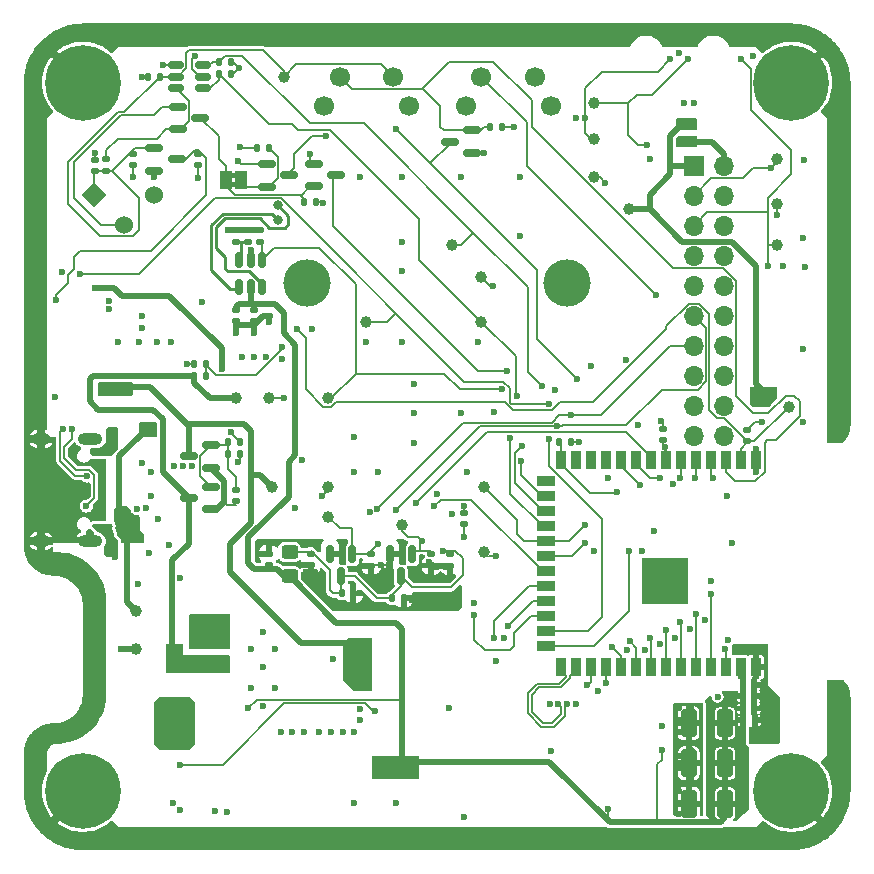
<source format=gbl>
%TF.GenerationSoftware,KiCad,Pcbnew,(7.0.0)*%
%TF.CreationDate,2023-03-19T15:39:49-07:00*%
%TF.ProjectId,ai-camera-rev2,61692d63-616d-4657-9261-2d726576322e,rev2*%
%TF.SameCoordinates,PX5a995c0PY2aea540*%
%TF.FileFunction,Copper,L4,Bot*%
%TF.FilePolarity,Positive*%
%FSLAX46Y46*%
G04 Gerber Fmt 4.6, Leading zero omitted, Abs format (unit mm)*
G04 Created by KiCad (PCBNEW (7.0.0)) date 2023-03-19 15:39:49*
%MOMM*%
%LPD*%
G01*
G04 APERTURE LIST*
G04 Aperture macros list*
%AMRoundRect*
0 Rectangle with rounded corners*
0 $1 Rounding radius*
0 $2 $3 $4 $5 $6 $7 $8 $9 X,Y pos of 4 corners*
0 Add a 4 corners polygon primitive as box body*
4,1,4,$2,$3,$4,$5,$6,$7,$8,$9,$2,$3,0*
0 Add four circle primitives for the rounded corners*
1,1,$1+$1,$2,$3*
1,1,$1+$1,$4,$5*
1,1,$1+$1,$6,$7*
1,1,$1+$1,$8,$9*
0 Add four rect primitives between the rounded corners*
20,1,$1+$1,$2,$3,$4,$5,0*
20,1,$1+$1,$4,$5,$6,$7,0*
20,1,$1+$1,$6,$7,$8,$9,0*
20,1,$1+$1,$8,$9,$2,$3,0*%
%AMRotRect*
0 Rectangle, with rotation*
0 The origin of the aperture is its center*
0 $1 length*
0 $2 width*
0 $3 Rotation angle, in degrees counterclockwise*
0 Add horizontal line*
21,1,$1,$2,0,0,$3*%
G04 Aperture macros list end*
%TA.AperFunction,ComponentPad*%
%ADD10C,3.600000*%
%TD*%
%TA.AperFunction,ConnectorPad*%
%ADD11C,6.400000*%
%TD*%
%TA.AperFunction,WasherPad*%
%ADD12C,4.000000*%
%TD*%
%TA.AperFunction,WasherPad*%
%ADD13C,1.700000*%
%TD*%
%TA.AperFunction,ComponentPad*%
%ADD14C,1.700000*%
%TD*%
%TA.AperFunction,ComponentPad*%
%ADD15C,0.800000*%
%TD*%
%TA.AperFunction,ComponentPad*%
%ADD16RotRect,1.524000X1.524000X45.000000*%
%TD*%
%TA.AperFunction,ComponentPad*%
%ADD17C,1.524000*%
%TD*%
%TA.AperFunction,ComponentPad*%
%ADD18R,1.700000X1.700000*%
%TD*%
%TA.AperFunction,ComponentPad*%
%ADD19O,1.700000X1.700000*%
%TD*%
%TA.AperFunction,ComponentPad*%
%ADD20O,2.100000X1.000000*%
%TD*%
%TA.AperFunction,ComponentPad*%
%ADD21O,1.600000X1.000000*%
%TD*%
%TA.AperFunction,SMDPad,CuDef*%
%ADD22RoundRect,0.150000X-0.587500X-0.150000X0.587500X-0.150000X0.587500X0.150000X-0.587500X0.150000X0*%
%TD*%
%TA.AperFunction,SMDPad,CuDef*%
%ADD23RoundRect,0.250000X0.412500X0.925000X-0.412500X0.925000X-0.412500X-0.925000X0.412500X-0.925000X0*%
%TD*%
%TA.AperFunction,SMDPad,CuDef*%
%ADD24C,1.000000*%
%TD*%
%TA.AperFunction,SMDPad,CuDef*%
%ADD25RoundRect,0.135000X0.135000X0.185000X-0.135000X0.185000X-0.135000X-0.185000X0.135000X-0.185000X0*%
%TD*%
%TA.AperFunction,SMDPad,CuDef*%
%ADD26RoundRect,0.140000X0.170000X-0.140000X0.170000X0.140000X-0.170000X0.140000X-0.170000X-0.140000X0*%
%TD*%
%TA.AperFunction,SMDPad,CuDef*%
%ADD27R,0.900000X1.500000*%
%TD*%
%TA.AperFunction,SMDPad,CuDef*%
%ADD28R,1.500000X0.900000*%
%TD*%
%TA.AperFunction,ComponentPad*%
%ADD29C,0.600000*%
%TD*%
%TA.AperFunction,SMDPad,CuDef*%
%ADD30R,3.900000X3.900000*%
%TD*%
%TA.AperFunction,SMDPad,CuDef*%
%ADD31RoundRect,0.135000X-0.185000X0.135000X-0.185000X-0.135000X0.185000X-0.135000X0.185000X0.135000X0*%
%TD*%
%TA.AperFunction,SMDPad,CuDef*%
%ADD32RoundRect,0.140000X-0.140000X-0.170000X0.140000X-0.170000X0.140000X0.170000X-0.140000X0.170000X0*%
%TD*%
%TA.AperFunction,SMDPad,CuDef*%
%ADD33RoundRect,0.150000X0.587500X0.150000X-0.587500X0.150000X-0.587500X-0.150000X0.587500X-0.150000X0*%
%TD*%
%TA.AperFunction,SMDPad,CuDef*%
%ADD34RoundRect,0.140000X-0.170000X0.140000X-0.170000X-0.140000X0.170000X-0.140000X0.170000X0.140000X0*%
%TD*%
%TA.AperFunction,SMDPad,CuDef*%
%ADD35RoundRect,0.140000X0.140000X0.170000X-0.140000X0.170000X-0.140000X-0.170000X0.140000X-0.170000X0*%
%TD*%
%TA.AperFunction,SMDPad,CuDef*%
%ADD36RoundRect,0.150000X-0.150000X0.587500X-0.150000X-0.587500X0.150000X-0.587500X0.150000X0.587500X0*%
%TD*%
%TA.AperFunction,SMDPad,CuDef*%
%ADD37RoundRect,0.135000X-0.135000X-0.185000X0.135000X-0.185000X0.135000X0.185000X-0.135000X0.185000X0*%
%TD*%
%TA.AperFunction,SMDPad,CuDef*%
%ADD38R,1.000000X1.500000*%
%TD*%
%TA.AperFunction,SMDPad,CuDef*%
%ADD39RoundRect,0.150000X0.512500X0.150000X-0.512500X0.150000X-0.512500X-0.150000X0.512500X-0.150000X0*%
%TD*%
%TA.AperFunction,SMDPad,CuDef*%
%ADD40RoundRect,0.135000X0.185000X-0.135000X0.185000X0.135000X-0.185000X0.135000X-0.185000X-0.135000X0*%
%TD*%
%TA.AperFunction,SMDPad,CuDef*%
%ADD41RoundRect,0.150000X-0.150000X0.512500X-0.150000X-0.512500X0.150000X-0.512500X0.150000X0.512500X0*%
%TD*%
%TA.AperFunction,SMDPad,CuDef*%
%ADD42RoundRect,0.250000X0.450000X-0.325000X0.450000X0.325000X-0.450000X0.325000X-0.450000X-0.325000X0*%
%TD*%
%TA.AperFunction,ViaPad*%
%ADD43C,0.600000*%
%TD*%
%TA.AperFunction,Conductor*%
%ADD44C,0.127000*%
%TD*%
%TA.AperFunction,Conductor*%
%ADD45C,0.500000*%
%TD*%
%TA.AperFunction,Conductor*%
%ADD46C,0.203200*%
%TD*%
%TA.AperFunction,Conductor*%
%ADD47C,0.200000*%
%TD*%
%TA.AperFunction,Conductor*%
%ADD48C,0.250000*%
%TD*%
G04 APERTURE END LIST*
G36*
X18000000Y-13050000D02*
G01*
X17500000Y-13050000D01*
X17500000Y-12650000D01*
X18000000Y-12650000D01*
X18000000Y-13050000D01*
G37*
G36*
X18000000Y-13850000D02*
G01*
X17500000Y-13850000D01*
X17500000Y-13450000D01*
X18000000Y-13450000D01*
X18000000Y-13850000D01*
G37*
D10*
X5000000Y-65000000D03*
D11*
X5000000Y-65000000D03*
D10*
X5000000Y-5000000D03*
D11*
X5000000Y-5000000D03*
D12*
X24000000Y-22000000D03*
X46000000Y-22000000D03*
D13*
X44600000Y-7000000D03*
X37400000Y-7000000D03*
D14*
X43250000Y-4500000D03*
X38750000Y-4500000D03*
D13*
X32600000Y-7000000D03*
X25400000Y-7000000D03*
D14*
X31250000Y-4500000D03*
X26750000Y-4500000D03*
D15*
X21500000Y-16625000D03*
X21500000Y-15375000D03*
D16*
X5959999Y-14499999D03*
D17*
X8500000Y-17040000D03*
X11040000Y-14500000D03*
D10*
X65000000Y-5000000D03*
D11*
X65000000Y-5000000D03*
D18*
X56724999Y-12074999D03*
D19*
X59264999Y-12074999D03*
X56724999Y-14614999D03*
X59264999Y-14614999D03*
X56724999Y-17154999D03*
X59264999Y-17154999D03*
X56724999Y-19694999D03*
X59264999Y-19694999D03*
X56724999Y-22234999D03*
X59264999Y-22234999D03*
X56724999Y-24774999D03*
X59264999Y-24774999D03*
X56724999Y-27314999D03*
X59264999Y-27314999D03*
X56724999Y-29854999D03*
X59264999Y-29854999D03*
X56724999Y-32394999D03*
X59264999Y-32394999D03*
X56724999Y-34934999D03*
X59264999Y-34934999D03*
D20*
X5629999Y-35179999D03*
D21*
X1449999Y-35179999D03*
D20*
X5629999Y-43819999D03*
D21*
X1449999Y-43819999D03*
D10*
X65000000Y-65000000D03*
D11*
X65000000Y-65000000D03*
D22*
X20562500Y-13810000D03*
X20562500Y-11910000D03*
X22437500Y-12860000D03*
D23*
X59375000Y-62637500D03*
X56300000Y-62637500D03*
D24*
X25750000Y-31750000D03*
D25*
X15430000Y-28870000D03*
X14410000Y-28870000D03*
D24*
X9500000Y-53000000D03*
D26*
X61250000Y-35390000D03*
X61250000Y-34430000D03*
D27*
X61979999Y-54479999D03*
X60709999Y-54479999D03*
X59439999Y-54479999D03*
X58169999Y-54479999D03*
X56899999Y-54479999D03*
X55629999Y-54479999D03*
X54359999Y-54479999D03*
X53089999Y-54479999D03*
X51819999Y-54479999D03*
X50549999Y-54479999D03*
X49279999Y-54479999D03*
X48009999Y-54479999D03*
X46739999Y-54479999D03*
X45469999Y-54479999D03*
D28*
X44219999Y-52714999D03*
X44219999Y-51444999D03*
X44219999Y-50174999D03*
X44219999Y-48904999D03*
X44219999Y-47634999D03*
X44219999Y-46364999D03*
X44219999Y-45094999D03*
X44219999Y-43824999D03*
X44219999Y-42554999D03*
X44219999Y-41284999D03*
X44219999Y-40014999D03*
X44219999Y-38744999D03*
D27*
X45469999Y-36979999D03*
X46739999Y-36979999D03*
X48009999Y-36979999D03*
X49279999Y-36979999D03*
X50549999Y-36979999D03*
X51819999Y-36979999D03*
X53089999Y-36979999D03*
X54359999Y-36979999D03*
X55629999Y-36979999D03*
X56899999Y-36979999D03*
X58169999Y-36979999D03*
X59439999Y-36979999D03*
X60709999Y-36979999D03*
X61979999Y-36979999D03*
D29*
X53560000Y-48630000D03*
X54960000Y-48630000D03*
X52860000Y-47930000D03*
X54260000Y-47930000D03*
X55660000Y-47930000D03*
X53560000Y-47230000D03*
D30*
X54259999Y-47229999D03*
D29*
X54960000Y-47230000D03*
X52860000Y-46530000D03*
X54260000Y-46530000D03*
X55660000Y-46530000D03*
X53560000Y-45830000D03*
X54960000Y-45830000D03*
D24*
X25750000Y-39250000D03*
D26*
X18000000Y-18480000D03*
X18000000Y-17520000D03*
X19500000Y-25230000D03*
X19500000Y-24270000D03*
X37236400Y-42418000D03*
X37236400Y-41458000D03*
D24*
X39000000Y-39250000D03*
D31*
X20000000Y-17490000D03*
X20000000Y-18510000D03*
D24*
X51250000Y-15750000D03*
D26*
X14750000Y-11980000D03*
X14750000Y-11020000D03*
X18000000Y-25230000D03*
X18000000Y-24270000D03*
D32*
X60895000Y-56975000D03*
X61855000Y-56975000D03*
D33*
X15837500Y-39210000D03*
X15837500Y-41110000D03*
X13962500Y-40160000D03*
D26*
X6000000Y-12480000D03*
X6000000Y-11520000D03*
D34*
X29413200Y-44941900D03*
X29413200Y-45901900D03*
D25*
X40510000Y-8750000D03*
X39490000Y-8750000D03*
D35*
X11500000Y-4500000D03*
X10540000Y-4500000D03*
D23*
X59387500Y-66050000D03*
X56312500Y-66050000D03*
D24*
X22000000Y-4500000D03*
D36*
X30990200Y-44934900D03*
X32890200Y-44934900D03*
X31940200Y-46809900D03*
D24*
X48250000Y-6750000D03*
X63750000Y-11500000D03*
D35*
X46300000Y-35440000D03*
X45340000Y-35440000D03*
D26*
X20726400Y-45878800D03*
X20726400Y-44918800D03*
D25*
X17510000Y-3250000D03*
X16490000Y-3250000D03*
D37*
X19740000Y-10570000D03*
X20760000Y-10570000D03*
D26*
X20750000Y-24730000D03*
X20750000Y-23770000D03*
D22*
X11062500Y-12450000D03*
X11062500Y-10550000D03*
X12937500Y-11500000D03*
D32*
X60895000Y-55975000D03*
X61855000Y-55975000D03*
D24*
X9500000Y-49750000D03*
D38*
X17099999Y-13249999D03*
X18399999Y-13249999D03*
D22*
X13062500Y-8950000D03*
X13062500Y-7050000D03*
X14937500Y-8000000D03*
D39*
X15137500Y-3550000D03*
X15137500Y-4500000D03*
X15137500Y-5450000D03*
X12862500Y-5450000D03*
X12862500Y-4500000D03*
X12862500Y-3550000D03*
D25*
X17510000Y-4250000D03*
X16490000Y-4250000D03*
D24*
X64750000Y-32500000D03*
D34*
X24282400Y-44918800D03*
X24282400Y-45878800D03*
D24*
X36250000Y-18750000D03*
X18000000Y-31750000D03*
D37*
X17310000Y-36460000D03*
X18330000Y-36460000D03*
D40*
X7000000Y-12510000D03*
X7000000Y-11490000D03*
D25*
X18330000Y-35450000D03*
X17310000Y-35450000D03*
D32*
X60920000Y-59000000D03*
X61880000Y-59000000D03*
X31206200Y-48666400D03*
X32166200Y-48666400D03*
D24*
X63750000Y-15250000D03*
D34*
X9250000Y-11020000D03*
X9250000Y-11980000D03*
X54102000Y-34346000D03*
X54102000Y-35306000D03*
D32*
X60895000Y-58000000D03*
X61855000Y-58000000D03*
X26952000Y-48260000D03*
X27912000Y-48260000D03*
D24*
X38750000Y-21500000D03*
X29000000Y-25250000D03*
D26*
X19000000Y-18480000D03*
X19000000Y-17520000D03*
D23*
X59362500Y-59250000D03*
X56287500Y-59250000D03*
D41*
X18250000Y-20062500D03*
X19200000Y-20062500D03*
X20150000Y-20062500D03*
X20150000Y-22337500D03*
X19200000Y-22337500D03*
X18250000Y-22337500D03*
D33*
X37937500Y-9050000D03*
X37937500Y-10950000D03*
X36062500Y-10000000D03*
D42*
X22504400Y-46795800D03*
X22504400Y-44745800D03*
D24*
X63750000Y-18750000D03*
X25750000Y-41750000D03*
X20750000Y-31750000D03*
D34*
X34512200Y-44932900D03*
X34512200Y-45892900D03*
D24*
X48250000Y-9750000D03*
D25*
X24740000Y-15150000D03*
X23720000Y-15150000D03*
D24*
X39000000Y-44750000D03*
D34*
X18000000Y-39480000D03*
X18000000Y-40440000D03*
X36068000Y-44935200D03*
X36068000Y-45895200D03*
D36*
X25923200Y-44934900D03*
X27823200Y-44934900D03*
X26873200Y-46809900D03*
D22*
X24562500Y-13800000D03*
X24562500Y-11900000D03*
X26437500Y-12850000D03*
D24*
X48250000Y-13000000D03*
X21000000Y-39250000D03*
X38750000Y-25250000D03*
D37*
X14410000Y-29880000D03*
X15430000Y-29880000D03*
D24*
X32000000Y-42500000D03*
D33*
X15837500Y-35700000D03*
X15837500Y-37600000D03*
X13962500Y-36650000D03*
D43*
X10000000Y-69000000D03*
X50000000Y-69000000D03*
X20000000Y-69000000D03*
X30000000Y-69000000D03*
X41000000Y-69000000D03*
X60000000Y-69000000D03*
X6000000Y-56000000D03*
X6000000Y-49000000D03*
X1000000Y-62000000D03*
X69000000Y-9000000D03*
X69000000Y-19000000D03*
X69000000Y-29000000D03*
X69000000Y-59000000D03*
X1000000Y-9000000D03*
X1000000Y-19000000D03*
X1000000Y-29000000D03*
X1000000Y-40000000D03*
X60000000Y-1000000D03*
X50000000Y-1000000D03*
X41000000Y-1000000D03*
X30000000Y-1000000D03*
X20000000Y-1000000D03*
X10000000Y-1000000D03*
X58740000Y-57010000D03*
X28500000Y-59000000D03*
X6000000Y-11000000D03*
X39850000Y-32870000D03*
X28469205Y-58050000D03*
X11750000Y-3500000D03*
X13500000Y-37500000D03*
X22000000Y-31750000D03*
X26000000Y-60000000D03*
X11800000Y-59400000D03*
X64250000Y-20500000D03*
X62500000Y-57000000D03*
X56500000Y-64000000D03*
X10350000Y-41025000D03*
X53000000Y-11500000D03*
X37000000Y-33000000D03*
X33000000Y-30500000D03*
X51000000Y-28500000D03*
X18250000Y-3750000D03*
X34512200Y-46440000D03*
X32896917Y-48779083D03*
X11000000Y-13000000D03*
X55500000Y-66925500D03*
X55500000Y-2500000D03*
X59584483Y-52218483D03*
X17250000Y-17500000D03*
X10000000Y-37250000D03*
X20500000Y-28250000D03*
X28000000Y-60000000D03*
X13249500Y-46990000D03*
X48650000Y-56550000D03*
X24638000Y-46440000D03*
X60000000Y-44000000D03*
X7300000Y-43575000D03*
X12725000Y-60775000D03*
X66000000Y-33750000D03*
X10621692Y-44835022D03*
X63000000Y-56500000D03*
X20250000Y-57767600D03*
X19500000Y-26250000D03*
X8000000Y-27000000D03*
X17025000Y-51500000D03*
X57658000Y-50546000D03*
X55118000Y-52070000D03*
X20088035Y-44911965D03*
X51054000Y-53086000D03*
X18500000Y-28250000D03*
X62500000Y-56000000D03*
X56500000Y-58000000D03*
X7234026Y-24150065D03*
X2625000Y-31650000D03*
X29275000Y-41375000D03*
X19500000Y-28250000D03*
X65975000Y-18125000D03*
X12610000Y-65980000D03*
X7475000Y-35500000D03*
X55000000Y-39000000D03*
X15900000Y-50600000D03*
X62353000Y-52983229D03*
X3240938Y-21030000D03*
X32000000Y-18500000D03*
X52324000Y-44704000D03*
X42000000Y-18000000D03*
X10000000Y-24750000D03*
X11800000Y-60325000D03*
X32000000Y-13000000D03*
X22750000Y-60000000D03*
X55500000Y-59000000D03*
X33000000Y-35500000D03*
X49250000Y-13500000D03*
X63000000Y-57500000D03*
X21000000Y-44000000D03*
X10750000Y-40000000D03*
X46999146Y-35422111D03*
X55500000Y-58000000D03*
X52578000Y-53086000D03*
X41500000Y-8750000D03*
X11250000Y-27000000D03*
X14800000Y-50600000D03*
X40000000Y-54000000D03*
X55906500Y-6750000D03*
X9700000Y-47450000D03*
X11800000Y-57750000D03*
X20250000Y-54500000D03*
X35306000Y-45932000D03*
X18100000Y-11625000D03*
X16200000Y-66700000D03*
X60250000Y-53000000D03*
X9750000Y-27000000D03*
X28000000Y-66000000D03*
X7700000Y-45200000D03*
X39750000Y-22250000D03*
X28000000Y-35000000D03*
X65950000Y-27525000D03*
X45000000Y-31000000D03*
X46750000Y-57650000D03*
X25300000Y-15160000D03*
X29000000Y-27000000D03*
X28448000Y-48260000D03*
X14900000Y-52300000D03*
X48250000Y-44629123D03*
X62500000Y-59000000D03*
X62500000Y-58000000D03*
X31500000Y-66000000D03*
X24384000Y-25908000D03*
X21250000Y-53000000D03*
X55500000Y-65000000D03*
X55500000Y-62000000D03*
X28000000Y-38000000D03*
X8250000Y-53000000D03*
X12500000Y-27000000D03*
X20102600Y-44000000D03*
X39970000Y-45120000D03*
X36225000Y-41525000D03*
X38110000Y-49070000D03*
X13800000Y-28860000D03*
X55500000Y-66000000D03*
X35020000Y-39870000D03*
X17200000Y-66750000D03*
X30000000Y-38000000D03*
X14500000Y-2750000D03*
X29413200Y-46440000D03*
X33000000Y-33000000D03*
X37500000Y-38000000D03*
X12750000Y-37500000D03*
X9600000Y-41075000D03*
X56750000Y-6750000D03*
X7475000Y-34625000D03*
X15110000Y-23580000D03*
X37000000Y-13000000D03*
X46750000Y-8000000D03*
X23000000Y-41000000D03*
X59500000Y-40000000D03*
X12306655Y-44180096D03*
X13225000Y-66575000D03*
X19250000Y-56250000D03*
X10000000Y-4500000D03*
X53990000Y-33650000D03*
X26390000Y-44890000D03*
X62000000Y-36000000D03*
X23750000Y-60000000D03*
X10750000Y-38000000D03*
X66025000Y-11550000D03*
X27000000Y-60000000D03*
X9250000Y-13000000D03*
X42000000Y-13000000D03*
X58166000Y-47244000D03*
X37290000Y-67200000D03*
X55500000Y-60000000D03*
X55500000Y-63000000D03*
X49500000Y-38500000D03*
X56500000Y-61500000D03*
X44525000Y-57650000D03*
X18173800Y-37155053D03*
X63750000Y-16250000D03*
X48000000Y-29000000D03*
X25250000Y-40000000D03*
X23876000Y-46440000D03*
X21250000Y-56250000D03*
X61750000Y-2750000D03*
X62500000Y-33750000D03*
X25000000Y-60000000D03*
X20250000Y-51500000D03*
X10000000Y-25750000D03*
X11825000Y-58550000D03*
X7229838Y-23485458D03*
X30930000Y-45880000D03*
X18000000Y-26250000D03*
X14750000Y-13126576D03*
X30210000Y-45890000D03*
X36000000Y-58000000D03*
X62000000Y-37000000D03*
X39000000Y-11000000D03*
X54000000Y-59500000D03*
X20750000Y-25250000D03*
X40700000Y-52050000D03*
X52000000Y-34000000D03*
X36068000Y-46440000D03*
X21844000Y-28448000D03*
X21750000Y-60000000D03*
X37250000Y-40825000D03*
X24260000Y-11050000D03*
X38500000Y-27000000D03*
X14250000Y-37500000D03*
X28500000Y-13000000D03*
X34280000Y-45580000D03*
X32000000Y-27000000D03*
X56388000Y-51308000D03*
X23539191Y-36987921D03*
X61000000Y-53000000D03*
X53848000Y-52578000D03*
X18300000Y-10500000D03*
X32000000Y-21000000D03*
X7300000Y-44450000D03*
X53375000Y-43000000D03*
X11350000Y-41925000D03*
X19200000Y-19200000D03*
X66125000Y-20650000D03*
X19250000Y-53000000D03*
X26162000Y-53806000D03*
X44610000Y-61620000D03*
X15900000Y-52300000D03*
X62000000Y-38000000D03*
X29000000Y-54000000D03*
X8685000Y-30745000D03*
X6815000Y-30715000D03*
X56500000Y-10000000D03*
X28200000Y-52450000D03*
X29000000Y-55000000D03*
X29000000Y-56000000D03*
X7795000Y-30725000D03*
X55750000Y-10000000D03*
X2730000Y-23438550D03*
X29000000Y-53000000D03*
X15750000Y-54500000D03*
X14850000Y-54450000D03*
X14000000Y-54500000D03*
X12680000Y-53500000D03*
X61000000Y-63500000D03*
X55750000Y-8500000D03*
X33000000Y-62500000D03*
X54000000Y-61500000D03*
X49470000Y-66530000D03*
X63000000Y-32250000D03*
X61000000Y-62500000D03*
X33020000Y-63458000D03*
X32004000Y-63458000D03*
X19000000Y-58000000D03*
X62250000Y-32250000D03*
X32000000Y-62500000D03*
X63000000Y-31500000D03*
X56500000Y-8500000D03*
X62250000Y-31500000D03*
X61000000Y-61625000D03*
X50249992Y-39647776D03*
X60750000Y-3000000D03*
X63000000Y-20500000D03*
X59410000Y-54770000D03*
X59385200Y-52933600D03*
X63250000Y-12250000D03*
X54250000Y-35840000D03*
X53500000Y-23000000D03*
X30010000Y-44090000D03*
X33680000Y-43820000D03*
X51308000Y-52324000D03*
X37250001Y-43493728D03*
X11000000Y-34750000D03*
X8100000Y-41300000D03*
X10000000Y-34728358D03*
X8050000Y-42750000D03*
X8075000Y-42025000D03*
X45261500Y-57650000D03*
X45988500Y-57650000D03*
X56250000Y-3000000D03*
X58369200Y-38455600D03*
X52750000Y-10250000D03*
X47500000Y-8000000D03*
X54750000Y-3000000D03*
X56794400Y-38455600D03*
X52140000Y-39050000D03*
X53860000Y-38500000D03*
X58216800Y-48310800D03*
X56946800Y-49987200D03*
X55575200Y-50647600D03*
X54356000Y-51358800D03*
X53035200Y-52070000D03*
X49784000Y-52832000D03*
X49276000Y-55829200D03*
X47720000Y-56050000D03*
X34750000Y-40890000D03*
X33223200Y-40589200D03*
X38130000Y-50110000D03*
X40995600Y-51054000D03*
X39776400Y-52019200D03*
X51206400Y-44704000D03*
X45170000Y-34040000D03*
X31496000Y-41198800D03*
X29941257Y-41085334D03*
X47500000Y-44000000D03*
X46320000Y-33150000D03*
X6025971Y-22366501D03*
X16750000Y-29250000D03*
X3346394Y-34305199D03*
X5358517Y-38311483D03*
X47500000Y-42500000D03*
X5290000Y-40860000D03*
X4070000Y-34370000D03*
X23114000Y-25908000D03*
X21844000Y-27432000D03*
X43850000Y-38630000D03*
X43850000Y-30690000D03*
X41780000Y-31510000D03*
X41200000Y-35110000D03*
X55570000Y-38490000D03*
X42090000Y-37010000D03*
X40480000Y-30970000D03*
X4720000Y-21250000D03*
X44480000Y-32220000D03*
X44490000Y-35160000D03*
X40880000Y-29460000D03*
X42160000Y-35780000D03*
X25600000Y-9500000D03*
X46820000Y-30080000D03*
X13250000Y-62790000D03*
X29750000Y-58190000D03*
X31500000Y-8900000D03*
X35463517Y-44696483D03*
X17580000Y-34570000D03*
D44*
X40510000Y-8750000D02*
X41500000Y-8750000D01*
X6000000Y-11520000D02*
X6000000Y-11000000D01*
D45*
X19500000Y-25500000D02*
X20270000Y-24730000D01*
D44*
X25290000Y-15150000D02*
X25300000Y-15160000D01*
X62000000Y-38000000D02*
X62000000Y-37000000D01*
X39370000Y-45120000D02*
X39970000Y-45120000D01*
X32461200Y-48836200D02*
X32518317Y-48779083D01*
X11062500Y-12450000D02*
X11062500Y-12937500D01*
X20750000Y-31750000D02*
X22000000Y-31750000D01*
X30990200Y-45819800D02*
X30930000Y-45880000D01*
X11800000Y-3550000D02*
X11750000Y-3500000D01*
X36068000Y-46190200D02*
X36068000Y-46440000D01*
X37236400Y-40838600D02*
X37250000Y-40825000D01*
X61250000Y-34430000D02*
X61930000Y-33750000D01*
X25968100Y-44890000D02*
X26390000Y-44890000D01*
D45*
X18000000Y-25525000D02*
X18000000Y-26250000D01*
D44*
X25750000Y-39500000D02*
X25250000Y-40000000D01*
X18330000Y-36998853D02*
X18173800Y-37155053D01*
X38750000Y-21500000D02*
X39500000Y-22250000D01*
D45*
X20000000Y-17490000D02*
X18030000Y-17490000D01*
D44*
X30920000Y-45890000D02*
X30930000Y-45880000D01*
X20302500Y-11910000D02*
X18385000Y-11910000D01*
X30210000Y-45890000D02*
X29720100Y-45890000D01*
D45*
X9500000Y-53000000D02*
X8250000Y-53000000D01*
D44*
X48750000Y-13000000D02*
X49250000Y-13500000D01*
X17510000Y-3250000D02*
X17750000Y-3250000D01*
X46981257Y-35440000D02*
X46999146Y-35422111D01*
D45*
X20270000Y-24730000D02*
X20750000Y-24730000D01*
D44*
X30990200Y-44934900D02*
X30990200Y-45819800D01*
X35306000Y-45932000D02*
X35564200Y-46190200D01*
X37937500Y-10950000D02*
X38950000Y-10950000D01*
X35564200Y-46190200D02*
X36068000Y-46190200D01*
X12862500Y-3550000D02*
X11800000Y-3550000D01*
X18370000Y-10570000D02*
X18300000Y-10500000D01*
X24260000Y-11887500D02*
X24260000Y-11050000D01*
X24740000Y-15150000D02*
X25290000Y-15150000D01*
D45*
X18000000Y-17520000D02*
X17270000Y-17520000D01*
X19200000Y-20062500D02*
X19200000Y-19200000D01*
D44*
X39500000Y-22250000D02*
X39750000Y-22250000D01*
D45*
X19500000Y-25525000D02*
X19500000Y-26250000D01*
D44*
X14410000Y-28870000D02*
X13810000Y-28870000D01*
X13810000Y-28870000D02*
X13800000Y-28860000D01*
D45*
X20750000Y-24730000D02*
X20750000Y-25250000D01*
D44*
X37236400Y-41458000D02*
X37236400Y-40838600D01*
D45*
X17270000Y-17520000D02*
X17250000Y-17500000D01*
D44*
X10540000Y-4500000D02*
X10000000Y-4500000D01*
X14750000Y-13126576D02*
X14750000Y-12275000D01*
X30210000Y-45890000D02*
X30920000Y-45890000D01*
X29413200Y-46440000D02*
X29413200Y-46196900D01*
D45*
X19500000Y-25525000D02*
X19500000Y-25500000D01*
D44*
X18330000Y-36460000D02*
X18330000Y-36998853D01*
X27912000Y-48260000D02*
X28448000Y-48260000D01*
X18385000Y-11910000D02*
X18100000Y-11625000D01*
X14284500Y-2965500D02*
X14500000Y-2750000D01*
X54102000Y-34346000D02*
X54102000Y-33762000D01*
X17750000Y-4250000D02*
X18250000Y-3750000D01*
X14943460Y-4500000D02*
X14284500Y-3841040D01*
X32518317Y-48779083D02*
X32896917Y-48779083D01*
X14284500Y-3841040D02*
X14284500Y-2965500D01*
X9250000Y-12275000D02*
X9250000Y-13000000D01*
X11062500Y-12937500D02*
X11000000Y-13000000D01*
X35047800Y-46190200D02*
X34514500Y-46190200D01*
X61930000Y-33750000D02*
X62500000Y-33750000D01*
X17510000Y-4250000D02*
X17750000Y-4250000D01*
X63750000Y-15250000D02*
X63750000Y-16250000D01*
X17750000Y-3250000D02*
X18250000Y-3750000D01*
X35306000Y-45932000D02*
X35047800Y-46190200D01*
D45*
X18000000Y-25525000D02*
X19500000Y-25525000D01*
D44*
X34512200Y-46440000D02*
X34512200Y-46187900D01*
X46300000Y-35440000D02*
X46981257Y-35440000D01*
X19740000Y-10570000D02*
X18370000Y-10570000D01*
X54102000Y-33762000D02*
X53990000Y-33650000D01*
D45*
X62000000Y-36000000D02*
X62000000Y-38000000D01*
D44*
X38950000Y-10950000D02*
X39000000Y-11000000D01*
D46*
X13750000Y-11500000D02*
X12937500Y-11500000D01*
X2730000Y-23438550D02*
X2730000Y-23020000D01*
X15453600Y-14546400D02*
X15453600Y-11428600D01*
X3750000Y-21268492D02*
X4250000Y-20768492D01*
D45*
X19230000Y-34480000D02*
X19230000Y-34730000D01*
X10665000Y-30745000D02*
X13880000Y-33960000D01*
X23450000Y-52450000D02*
X28200000Y-52450000D01*
X59265000Y-11015000D02*
X59265000Y-12075000D01*
X13880000Y-33960000D02*
X13947000Y-33893000D01*
D46*
X13880000Y-33960000D02*
X13880000Y-36567500D01*
X14750000Y-10725000D02*
X14525000Y-10725000D01*
X3750000Y-22000000D02*
X3750000Y-21268492D01*
D45*
X18643000Y-33893000D02*
X19230000Y-34480000D01*
D46*
X4250000Y-19750000D02*
X4750000Y-19250000D01*
X10750000Y-19250000D02*
X15453600Y-14546400D01*
D45*
X13947000Y-33893000D02*
X18643000Y-33893000D01*
D46*
X2730000Y-23020000D02*
X3750000Y-22000000D01*
D45*
X19230000Y-38250000D02*
X20000000Y-38250000D01*
X8685000Y-30745000D02*
X10665000Y-30745000D01*
X56500000Y-10000000D02*
X58250000Y-10000000D01*
X19230000Y-42270000D02*
X17430000Y-44070000D01*
X17430000Y-46430000D02*
X23450000Y-52450000D01*
X20000000Y-38250000D02*
X21000000Y-39250000D01*
X19230000Y-38250000D02*
X19230000Y-42270000D01*
X19230000Y-34730000D02*
X19230000Y-38250000D01*
X17430000Y-44070000D02*
X17430000Y-46430000D01*
X58250000Y-10000000D02*
X59265000Y-11015000D01*
D46*
X4250000Y-20768492D02*
X4250000Y-19750000D01*
X13880000Y-33960000D02*
X10635000Y-30715000D01*
X4750000Y-19250000D02*
X10750000Y-19250000D01*
X15453600Y-11428600D02*
X14750000Y-10725000D01*
D45*
X13962500Y-34042500D02*
X13880000Y-33960000D01*
D46*
X10635000Y-30715000D02*
X6815000Y-30715000D01*
X14525000Y-10725000D02*
X13750000Y-11500000D01*
D45*
X13962500Y-36650000D02*
X13962500Y-34042500D01*
X11771288Y-37968788D02*
X13962500Y-40160000D01*
X14410000Y-30410000D02*
X15750000Y-31750000D01*
X11771288Y-33521288D02*
X11771288Y-37968788D01*
X15750000Y-31750000D02*
X18000000Y-31750000D01*
X12573000Y-53393000D02*
X12573000Y-45427000D01*
X13962500Y-44037500D02*
X13962500Y-40160000D01*
X5625000Y-30125000D02*
X5625000Y-31995000D01*
X12573000Y-45427000D02*
X13962500Y-44037500D01*
X5625000Y-31995000D02*
X6320000Y-32690000D01*
X14410000Y-29880000D02*
X5870000Y-29880000D01*
X14410000Y-29880000D02*
X14410000Y-30410000D01*
X6320000Y-32690000D02*
X10940000Y-32690000D01*
X12680000Y-53500000D02*
X12573000Y-53393000D01*
X5870000Y-29880000D02*
X5625000Y-30125000D01*
X10940000Y-32690000D02*
X11771288Y-33521288D01*
D44*
X6000000Y-12480000D02*
X6970000Y-12480000D01*
X30209500Y-3459500D02*
X31250000Y-4500000D01*
X13990500Y-2259500D02*
X20259500Y-2259500D01*
X11500000Y-4500000D02*
X8504000Y-7496000D01*
X3750000Y-11750000D02*
X3750000Y-15250000D01*
X7000000Y-12510000D02*
X7490000Y-12510000D01*
X13750000Y-2500000D02*
X13990500Y-2259500D01*
X22000000Y-4500000D02*
X23040500Y-3459500D01*
X22000000Y-4000000D02*
X22000000Y-4500000D01*
X8004000Y-7496000D02*
X3750000Y-11750000D01*
X12862500Y-4500000D02*
X11500000Y-4500000D01*
X9425000Y-10550000D02*
X9250000Y-10725000D01*
X6492500Y-17992500D02*
X9257500Y-17992500D01*
X13056540Y-4500000D02*
X13750000Y-3806540D01*
X5960000Y-12520000D02*
X5960000Y-14500000D01*
X3750000Y-15250000D02*
X6492500Y-17992500D01*
X11062500Y-10550000D02*
X9425000Y-10550000D01*
X9750000Y-17500000D02*
X9750000Y-14770000D01*
X7490000Y-12510000D02*
X9250000Y-10750000D01*
X23040500Y-3459500D02*
X30209500Y-3459500D01*
X20259500Y-2259500D02*
X22000000Y-4000000D01*
X8504000Y-7496000D02*
X8004000Y-7496000D01*
X9750000Y-14770000D02*
X7490000Y-12510000D01*
X9257500Y-17992500D02*
X9750000Y-17500000D01*
X9250000Y-10750000D02*
X9250000Y-10725000D01*
X13750000Y-3806540D02*
X13750000Y-2500000D01*
D45*
X56725000Y-12075000D02*
X54825000Y-12075000D01*
D46*
X53630000Y-62720000D02*
X53630000Y-67502500D01*
X32000000Y-57250000D02*
X20500000Y-57250000D01*
D45*
X53730000Y-67602500D02*
X49602500Y-67602500D01*
D46*
X53630000Y-62720000D02*
X54000000Y-62350000D01*
D45*
X55750000Y-8500000D02*
X54750000Y-9500000D01*
X58997500Y-67602500D02*
X53730000Y-67602500D01*
X21270000Y-23770000D02*
X20750000Y-23770000D01*
X59387500Y-66050000D02*
X59387500Y-67212500D01*
X22045800Y-46795800D02*
X21423800Y-46173800D01*
X32000000Y-51250000D02*
X32000000Y-57250000D01*
X54750000Y-9500000D02*
X54750000Y-12000000D01*
D46*
X49470000Y-66530000D02*
X49470000Y-67470000D01*
D45*
X19000000Y-45670000D02*
X19000000Y-43500000D01*
X20750000Y-23770000D02*
X18205000Y-23770000D01*
X53000000Y-14500000D02*
X53000000Y-15750000D01*
X21423800Y-46173800D02*
X19503800Y-46173800D01*
X32000000Y-57250000D02*
X32000000Y-62500000D01*
D46*
X20500000Y-57250000D02*
X20489000Y-57239000D01*
D45*
X23000000Y-27250000D02*
X22000000Y-26250000D01*
D46*
X19761000Y-57239000D02*
X19000000Y-58000000D01*
D45*
X54825000Y-12075000D02*
X54750000Y-12000000D01*
X59387500Y-67212500D02*
X58997500Y-67602500D01*
X54750000Y-12750000D02*
X53000000Y-14500000D01*
X51250000Y-15750000D02*
X53000000Y-15750000D01*
X22000000Y-26250000D02*
X22000000Y-24500000D01*
X63000000Y-31500000D02*
X62000000Y-30500000D01*
X60895000Y-56975000D02*
X60895000Y-57220000D01*
X18205000Y-23770000D02*
X18000000Y-23975000D01*
X23000000Y-36579354D02*
X23000000Y-27250000D01*
X55718000Y-18468000D02*
X53000000Y-15750000D01*
D46*
X20489000Y-57239000D02*
X19761000Y-57239000D01*
D45*
X60895000Y-55975000D02*
X60895000Y-54665000D01*
X59968000Y-18468000D02*
X55718000Y-18468000D01*
X31500000Y-50750000D02*
X32000000Y-51250000D01*
D46*
X53630000Y-67502500D02*
X53730000Y-67602500D01*
D45*
X60895000Y-55975000D02*
X60895000Y-56975000D01*
X19503800Y-46173800D02*
X19000000Y-45670000D01*
X22448000Y-40052000D02*
X22448000Y-37131354D01*
X22504400Y-46795800D02*
X26458600Y-50750000D01*
X22448000Y-37131354D02*
X23000000Y-36579354D01*
D46*
X49470000Y-67470000D02*
X49602500Y-67602500D01*
X54000000Y-61500000D02*
X54000000Y-62350000D01*
D45*
X49602500Y-67602500D02*
X44500000Y-62500000D01*
X22504400Y-46795800D02*
X22045800Y-46795800D01*
X54750000Y-12000000D02*
X54750000Y-12750000D01*
X62000000Y-20500000D02*
X59968000Y-18468000D01*
X19000000Y-43500000D02*
X22448000Y-40052000D01*
X19200000Y-22337500D02*
X19200000Y-23675000D01*
X44500000Y-62500000D02*
X33000000Y-62500000D01*
X26458600Y-50750000D02*
X31500000Y-50750000D01*
X22000000Y-24500000D02*
X21270000Y-23770000D01*
X19200000Y-23675000D02*
X19500000Y-23975000D01*
X62000000Y-30500000D02*
X62000000Y-20500000D01*
D44*
X56725000Y-17155000D02*
X57880000Y-16000000D01*
X63750000Y-18750000D02*
X63000000Y-18750000D01*
X50141269Y-39756499D02*
X50249992Y-39647776D01*
X61609500Y-3859500D02*
X61609500Y-7359500D01*
X65000000Y-10750000D02*
X65000000Y-12750000D01*
X45470000Y-37280000D02*
X47946499Y-39756499D01*
X63000000Y-18750000D02*
X63000000Y-20500000D01*
X47946499Y-39756499D02*
X50141269Y-39756499D01*
X63000000Y-16000000D02*
X63000000Y-18750000D01*
X63000000Y-14750000D02*
X63000000Y-16000000D01*
X61609500Y-7359500D02*
X65000000Y-10750000D01*
X57880000Y-16000000D02*
X63000000Y-16000000D01*
X60750000Y-3000000D02*
X61609500Y-3859500D01*
X65000000Y-12750000D02*
X63000000Y-14750000D01*
X45470000Y-35570000D02*
X45470000Y-36980000D01*
X60884500Y-13115500D02*
X61750000Y-12250000D01*
X63750000Y-11750000D02*
X63250000Y-12250000D01*
X59385200Y-52933600D02*
X59440000Y-52988400D01*
X59440000Y-52988400D02*
X59440000Y-54480000D01*
X58224500Y-13115500D02*
X60884500Y-13115500D01*
X61750000Y-12250000D02*
X63250000Y-12250000D01*
X56725000Y-14615000D02*
X58224500Y-13115500D01*
X42610000Y-12110000D02*
X53500000Y-23000000D01*
X42610000Y-8360000D02*
X42610000Y-12110000D01*
X54102000Y-35642000D02*
X54102000Y-35306000D01*
X54360000Y-36980000D02*
X54360000Y-35900000D01*
X54250000Y-35840000D02*
X54250000Y-36870000D01*
X54360000Y-35900000D02*
X54102000Y-35642000D01*
X38750000Y-4500000D02*
X42610000Y-8360000D01*
X26750000Y-42750000D02*
X27750000Y-42750000D01*
X29970100Y-44090000D02*
X29413200Y-44646900D01*
X27750000Y-42750000D02*
X27750000Y-44861700D01*
X25750000Y-41750000D02*
X26750000Y-42750000D01*
X27823200Y-44934900D02*
X29125200Y-44934900D01*
X30010000Y-44090000D02*
X29970100Y-44090000D01*
X33360000Y-43500000D02*
X32500000Y-43500000D01*
X33560000Y-44637900D02*
X33187200Y-44637900D01*
X33680000Y-43820000D02*
X33360000Y-43500000D01*
X33560000Y-43940000D02*
X33680000Y-43820000D01*
X34512200Y-44637900D02*
X33560000Y-44637900D01*
X33187200Y-44637900D02*
X32890200Y-44934900D01*
X32500000Y-43500000D02*
X32000000Y-43000000D01*
X33560000Y-44637900D02*
X33560000Y-43940000D01*
X51820000Y-52836000D02*
X51308000Y-52324000D01*
X37236400Y-43480127D02*
X37250001Y-43493728D01*
X37236400Y-42418000D02*
X37236400Y-43480127D01*
X51820000Y-54480000D02*
X51820000Y-52836000D01*
D45*
X8750000Y-43450000D02*
X8750000Y-49000000D01*
X8050000Y-42750000D02*
X8750000Y-43450000D01*
X8100000Y-36628358D02*
X10000000Y-34728358D01*
X8750000Y-49000000D02*
X9500000Y-49750000D01*
X8100000Y-41300000D02*
X8100000Y-36628358D01*
D47*
X45492724Y-56213500D02*
X43617724Y-56213500D01*
X43617724Y-56213500D02*
X43013500Y-56817724D01*
X45461500Y-57850000D02*
X45261500Y-57650000D01*
X46268500Y-55437724D02*
X45492724Y-56213500D01*
X43013500Y-56817724D02*
X43013500Y-58257276D01*
X45461500Y-58482276D02*
X45461500Y-57850000D01*
X46268500Y-55251500D02*
X46268500Y-55437724D01*
X43967724Y-59211500D02*
X44732276Y-59211500D01*
X46740000Y-54780000D02*
X46268500Y-55251500D01*
X44732276Y-59211500D02*
X45461500Y-58482276D01*
X43013500Y-58257276D02*
X43967724Y-59211500D01*
X43482276Y-55886500D02*
X42686500Y-56682276D01*
X45788500Y-57850000D02*
X45988500Y-57650000D01*
X45941500Y-55251500D02*
X45941500Y-55302276D01*
X45470000Y-54780000D02*
X45941500Y-55251500D01*
X43832276Y-59538500D02*
X44867724Y-59538500D01*
X44867724Y-59538500D02*
X45788500Y-58617724D01*
X45357276Y-55886500D02*
X43482276Y-55886500D01*
X45788500Y-58617724D02*
X45788500Y-57850000D01*
X45941500Y-55302276D02*
X45357276Y-55886500D01*
X42686500Y-56682276D02*
X42686500Y-58392724D01*
X42686500Y-58392724D02*
X43832276Y-59538500D01*
D44*
X51189050Y-9439050D02*
X51189050Y-6750000D01*
X51189050Y-6750000D02*
X51900000Y-6039050D01*
X52750000Y-10250000D02*
X52000000Y-10250000D01*
X53210950Y-6039050D02*
X56250000Y-3000000D01*
X48250000Y-6750000D02*
X51189050Y-6750000D01*
X52000000Y-10250000D02*
X51189050Y-9439050D01*
X51900000Y-6039050D02*
X53210950Y-6039050D01*
X58170000Y-38256400D02*
X58170000Y-36980000D01*
X58369200Y-38455600D02*
X58170000Y-38256400D01*
X53666184Y-4083816D02*
X48916184Y-4083816D01*
X47500000Y-7500000D02*
X47500000Y-8000000D01*
X54750000Y-3000000D02*
X53666184Y-4083816D01*
X48916184Y-4083816D02*
X47500000Y-5500000D01*
X56900000Y-38350000D02*
X56900000Y-36980000D01*
X47500000Y-9250000D02*
X48000000Y-9750000D01*
X47500000Y-7500000D02*
X47500000Y-9250000D01*
X47500000Y-5500000D02*
X47500000Y-7500000D01*
X56794400Y-38455600D02*
X56900000Y-38350000D01*
X50550000Y-37460000D02*
X52140000Y-39050000D01*
X51820000Y-37280000D02*
X53040000Y-38500000D01*
X53040000Y-38500000D02*
X53860000Y-38500000D01*
X58216800Y-48310800D02*
X58170000Y-48357600D01*
X58170000Y-48357600D02*
X58170000Y-54480000D01*
X56946800Y-49987200D02*
X56900000Y-50034000D01*
X56900000Y-50034000D02*
X56900000Y-54480000D01*
X55575200Y-50647600D02*
X55630000Y-50702400D01*
X55630000Y-50702400D02*
X55630000Y-54480000D01*
X54360000Y-51362800D02*
X54360000Y-54480000D01*
X54356000Y-51358800D02*
X54360000Y-51362800D01*
X53035200Y-52070000D02*
X53090000Y-52124800D01*
X53090000Y-52124800D02*
X53090000Y-54480000D01*
X50546000Y-54476000D02*
X50546000Y-53594000D01*
X50546000Y-53594000D02*
X49784000Y-52832000D01*
X49276000Y-55829200D02*
X49280000Y-55825200D01*
X49280000Y-55825200D02*
X49280000Y-54480000D01*
X48010000Y-54480000D02*
X48010000Y-55760000D01*
X48010000Y-55760000D02*
X47720000Y-56050000D01*
X37890000Y-40335000D02*
X35305000Y-40335000D01*
X43920000Y-46365000D02*
X37890000Y-40335000D01*
X35305000Y-40335000D02*
X34750000Y-40890000D01*
X33223200Y-40589200D02*
X39192400Y-34620000D01*
X39192400Y-34620000D02*
X51030000Y-34620000D01*
X51030000Y-34620000D02*
X53090000Y-36680000D01*
X39010000Y-53060000D02*
X38130000Y-52180000D01*
X41500000Y-51640000D02*
X42965000Y-50175000D01*
X41190000Y-53060000D02*
X39010000Y-53060000D01*
X38130000Y-52180000D02*
X38130000Y-50110000D01*
X41500000Y-52750000D02*
X41190000Y-53060000D01*
X44220000Y-50175000D02*
X42965000Y-50175000D01*
X41500000Y-51640000D02*
X41500000Y-52750000D01*
X44220000Y-48905000D02*
X43144600Y-48905000D01*
X43144600Y-48905000D02*
X40995600Y-51054000D01*
X42738200Y-47635000D02*
X39776400Y-50596800D01*
X44220000Y-47635000D02*
X42738200Y-47635000D01*
X39776400Y-50596800D02*
X39776400Y-52019200D01*
X44220000Y-52715000D02*
X48275400Y-52715000D01*
X57765500Y-30285990D02*
X57765500Y-25815500D01*
X31496000Y-41198800D02*
X38631299Y-34063501D01*
X45590000Y-34036000D02*
X50975470Y-34036000D01*
X57765500Y-25815500D02*
X56725000Y-24775000D01*
X45170000Y-34040000D02*
X45586000Y-34040000D01*
X51206400Y-49784000D02*
X51206400Y-44704000D01*
X50975470Y-34036000D02*
X54011470Y-31000000D01*
X48275400Y-52715000D02*
X51206400Y-49784000D01*
X45562499Y-34063501D02*
X45590000Y-34036000D01*
X57051490Y-31000000D02*
X57765500Y-30285990D01*
X54011470Y-31000000D02*
X57051490Y-31000000D01*
X45586000Y-34040000D02*
X45590000Y-34036000D01*
X38631299Y-34063501D02*
X45562499Y-34063501D01*
X37216591Y-33810000D02*
X29941257Y-41085334D01*
X45352965Y-33150000D02*
X44692965Y-33810000D01*
X44692965Y-33810000D02*
X37216591Y-33810000D01*
X46405000Y-45095000D02*
X44220000Y-45095000D01*
X48850000Y-33150000D02*
X46320000Y-33150000D01*
X54685000Y-27315000D02*
X48850000Y-33150000D01*
X56725000Y-27315000D02*
X54685000Y-27315000D01*
X46320000Y-33150000D02*
X45352965Y-33150000D01*
X47500000Y-44000000D02*
X46405000Y-45095000D01*
D45*
X16750000Y-27476137D02*
X12316864Y-23043001D01*
X16750000Y-29250000D02*
X16750000Y-27476137D01*
X8338654Y-23043001D02*
X7662154Y-22366501D01*
X12316864Y-23043001D02*
X8338654Y-23043001D01*
X7662154Y-22366501D02*
X6025971Y-22366501D01*
D44*
X4352978Y-38311483D02*
X5358517Y-38311483D01*
X3346394Y-34305199D02*
X3076499Y-34575094D01*
X3076499Y-34575094D02*
X3076499Y-37035004D01*
X3076499Y-37035004D02*
X4352978Y-38311483D01*
X39000000Y-39250000D02*
X41750000Y-42000000D01*
X46175000Y-43825000D02*
X44220000Y-43825000D01*
X42325000Y-43825000D02*
X44220000Y-43825000D01*
X41750000Y-42000000D02*
X41750000Y-43250000D01*
X47500000Y-42500000D02*
X46175000Y-43825000D01*
X41750000Y-43250000D02*
X42325000Y-43825000D01*
X5980000Y-40170000D02*
X5290000Y-40860000D01*
X3400000Y-35870000D02*
X3400000Y-36770000D01*
X5510000Y-37770000D02*
X5980000Y-38240000D01*
X4070000Y-34370000D02*
X4070000Y-35200000D01*
X3400000Y-36770000D02*
X4400000Y-37770000D01*
X4400000Y-37770000D02*
X5510000Y-37770000D01*
X5980000Y-38240000D02*
X5980000Y-40170000D01*
X4070000Y-35200000D02*
X3400000Y-35870000D01*
X16300500Y-29740500D02*
X15460000Y-28900000D01*
X61860000Y-35390000D02*
X64750000Y-32500000D01*
X21844000Y-27432000D02*
X21844000Y-27599672D01*
X58019500Y-32769500D02*
X58019500Y-24598010D01*
X26440500Y-32036015D02*
X26036015Y-32440500D01*
X41401290Y-32710500D02*
X40726805Y-32036015D01*
X40726805Y-32036015D02*
X26440500Y-32036015D01*
X59295500Y-33435500D02*
X58685500Y-33435500D01*
X23876000Y-26670000D02*
X23114000Y-25908000D01*
X56294010Y-23734500D02*
X54374790Y-25653720D01*
X61250000Y-35460000D02*
X60710000Y-36000000D01*
X61250000Y-35390000D02*
X59295500Y-33435500D01*
X58019500Y-24598010D02*
X57155990Y-23734500D01*
X15430000Y-29880000D02*
X15430000Y-28870000D01*
X15460000Y-29850000D02*
X15460000Y-28900000D01*
X45376844Y-32016828D02*
X44683172Y-32710500D01*
X26036015Y-32440500D02*
X25328500Y-32440500D01*
X54374790Y-25653720D02*
X54374790Y-25875210D01*
X48233172Y-32016828D02*
X45376844Y-32016828D01*
X58685500Y-33435500D02*
X58019500Y-32769500D01*
X57155990Y-23734500D02*
X56294010Y-23734500D01*
X21844000Y-27599672D02*
X19703172Y-29740500D01*
X25328500Y-32440500D02*
X23876000Y-30988000D01*
X54374790Y-25875210D02*
X48233172Y-32016828D01*
X61250000Y-35390000D02*
X61860000Y-35390000D01*
X44683172Y-32710500D02*
X41401290Y-32710500D01*
X60710000Y-36000000D02*
X60710000Y-36980000D01*
X23876000Y-30988000D02*
X23876000Y-26670000D01*
X19703172Y-29740500D02*
X16300500Y-29740500D01*
X37000000Y-18750000D02*
X38050748Y-17699252D01*
X15700000Y-3550000D02*
X16000000Y-3250000D01*
X38050748Y-17699252D02*
X28801496Y-8450000D01*
X28801496Y-8450000D02*
X24200000Y-8450000D01*
X42680000Y-22328504D02*
X42680000Y-29520000D01*
X18489500Y-2739500D02*
X17000500Y-2739500D01*
X42680000Y-29520000D02*
X43850000Y-30690000D01*
X36250000Y-18750000D02*
X37000000Y-18750000D01*
X24200000Y-8450000D02*
X18489500Y-2739500D01*
X16000000Y-3250000D02*
X16490000Y-3250000D01*
X38050748Y-17699252D02*
X42680000Y-22328504D01*
X17000500Y-2739500D02*
X16490000Y-3250000D01*
X20740000Y-8500000D02*
X22750000Y-8500000D01*
X23250000Y-9000000D02*
X25930000Y-9000000D01*
X16490000Y-4250000D02*
X16490000Y-4760000D01*
X38750000Y-25250000D02*
X41640000Y-28140000D01*
X16490000Y-4250000D02*
X20740000Y-8500000D01*
X41640000Y-28140000D02*
X41640000Y-31370000D01*
X25930000Y-9000000D02*
X33500000Y-16570000D01*
X33500000Y-20000000D02*
X38750000Y-25250000D01*
X41640000Y-31370000D02*
X41780000Y-31510000D01*
X33500000Y-16570000D02*
X33500000Y-20000000D01*
X15800000Y-5450000D02*
X15137500Y-5450000D01*
X22750000Y-8500000D02*
X23250000Y-9000000D01*
X16490000Y-4760000D02*
X15800000Y-5450000D01*
X41200000Y-39835000D02*
X41200000Y-35110000D01*
X43920000Y-42555000D02*
X41200000Y-39835000D01*
X55630000Y-38430000D02*
X55570000Y-38490000D01*
X55630000Y-36980000D02*
X55630000Y-38430000D01*
X28095000Y-29655000D02*
X35586496Y-29655000D01*
X36901496Y-30970000D02*
X40480000Y-30970000D01*
X21212500Y-19000000D02*
X25000000Y-19000000D01*
X28095000Y-29655000D02*
X26000000Y-31750000D01*
X20150000Y-20062500D02*
X21212500Y-19000000D01*
X43909000Y-40015000D02*
X42090000Y-38196000D01*
X20150000Y-18660000D02*
X20150000Y-20062500D01*
X35586496Y-29655000D02*
X36901496Y-30970000D01*
X28095000Y-22095000D02*
X28095000Y-29655000D01*
X42090000Y-38196000D02*
X42090000Y-37010000D01*
X25000000Y-19000000D02*
X28095000Y-22095000D01*
X41170000Y-30900000D02*
X41170000Y-32120000D01*
X41170000Y-32120000D02*
X41270000Y-32220000D01*
X44490000Y-37490000D02*
X44490000Y-35160000D01*
X48990000Y-41990000D02*
X44490000Y-37490000D01*
X41270000Y-32220000D02*
X44480000Y-32220000D01*
X37310000Y-30330000D02*
X40600000Y-30330000D01*
X40600000Y-30330000D02*
X41170000Y-30900000D01*
X29000000Y-25250000D02*
X30750000Y-25250000D01*
X21764500Y-14784500D02*
X37310000Y-30330000D01*
X4720000Y-21250000D02*
X9750000Y-21250000D01*
X9750000Y-21250000D02*
X16215500Y-14784500D01*
X47785000Y-51445000D02*
X48990000Y-50240000D01*
X44220000Y-51445000D02*
X47785000Y-51445000D01*
X16215500Y-14784500D02*
X21764500Y-14784500D01*
X48990000Y-50240000D02*
X48990000Y-41990000D01*
X30750000Y-25250000D02*
X31500000Y-24500000D01*
D48*
X20777000Y-17277000D02*
X22123000Y-17277000D01*
X19093514Y-21000000D02*
X17250000Y-21000000D01*
X17000000Y-19750000D02*
X16250000Y-19000000D01*
X17000000Y-16500000D02*
X20000000Y-16500000D01*
X17250000Y-21000000D02*
X17000000Y-20750000D01*
X22400000Y-16275000D02*
X21500000Y-15375000D01*
X16250000Y-17250000D02*
X17000000Y-16500000D01*
X22400000Y-17000000D02*
X22400000Y-16275000D01*
X20150000Y-22056486D02*
X19093514Y-21000000D01*
X22123000Y-17277000D02*
X22400000Y-17000000D01*
X17000000Y-20750000D02*
X17000000Y-19750000D01*
X16250000Y-19000000D02*
X16250000Y-17250000D01*
X20000000Y-16500000D02*
X20777000Y-17277000D01*
D44*
X62750000Y-35480592D02*
X62750000Y-37943672D01*
X37937500Y-9050000D02*
X38700000Y-9050000D01*
X35550000Y-9050000D02*
X37937500Y-9050000D01*
X60250000Y-38750000D02*
X59440000Y-37940000D01*
X33750000Y-5540500D02*
X33790500Y-5540500D01*
X61943672Y-38750000D02*
X60250000Y-38750000D01*
X61750000Y-33000000D02*
X63000000Y-33000000D01*
X65730592Y-33269408D02*
X63690500Y-35309500D01*
X60305500Y-31555500D02*
X61750000Y-33000000D01*
X35250000Y-8750000D02*
X35550000Y-9050000D01*
X39000000Y-8750000D02*
X39490000Y-8750000D01*
X33790500Y-5540500D02*
X35250000Y-7000000D01*
X43000000Y-8750000D02*
X43000000Y-6500000D01*
X65250000Y-31500000D02*
X65730592Y-31980592D01*
X43000000Y-6500000D02*
X39750000Y-3250000D01*
X63690500Y-35309500D02*
X62921092Y-35309500D01*
X59236990Y-20735500D02*
X54985500Y-20735500D01*
X38700000Y-9050000D02*
X39000000Y-8750000D01*
X54985500Y-20735500D02*
X43000000Y-8750000D01*
X60305500Y-21804010D02*
X59236990Y-20735500D01*
X60305500Y-31555500D02*
X60305500Y-21804010D01*
X64500000Y-31500000D02*
X65250000Y-31500000D01*
X36040500Y-3250000D02*
X33750000Y-5540500D01*
X27790500Y-5540500D02*
X33750000Y-5540500D01*
X62921092Y-35309500D02*
X62750000Y-35480592D01*
X62750000Y-37943672D02*
X61943672Y-38750000D01*
X65730592Y-31980592D02*
X65730592Y-33269408D01*
X39750000Y-3250000D02*
X36040500Y-3250000D01*
X59440000Y-37940000D02*
X59440000Y-36980000D01*
X35250000Y-7000000D02*
X35250000Y-8750000D01*
X63000000Y-33000000D02*
X64500000Y-31500000D01*
X26750000Y-4500000D02*
X27790500Y-5540500D01*
D48*
X17500000Y-22500000D02*
X18087500Y-22500000D01*
X21500000Y-16625000D02*
X20998499Y-16123499D01*
X20998499Y-16123499D02*
X16844049Y-16123499D01*
X15873499Y-17094049D02*
X15873499Y-20873499D01*
X15873499Y-20873499D02*
X17500000Y-22500000D01*
X16844049Y-16123499D02*
X15873499Y-17094049D01*
D44*
X26147500Y-12850000D02*
X26147500Y-17157500D01*
X38450000Y-29460000D02*
X40880000Y-29460000D01*
X41580000Y-38945000D02*
X41580000Y-36360000D01*
X26147500Y-17157500D02*
X38450000Y-29460000D01*
X43920000Y-41285000D02*
X41580000Y-38945000D01*
X41580000Y-36360000D02*
X42160000Y-35780000D01*
X21500000Y-11310000D02*
X21500000Y-13070000D01*
X18800000Y-13810000D02*
X20302500Y-13810000D01*
X21500000Y-13070000D02*
X20760000Y-13810000D01*
X20760000Y-10570000D02*
X21500000Y-11310000D01*
X23720000Y-14847500D02*
X23472500Y-14600000D01*
X24272500Y-13800000D02*
X23472500Y-14600000D01*
X23403499Y-14530999D02*
X23472500Y-14600000D01*
X16500000Y-9562500D02*
X16500000Y-11500000D01*
X16500000Y-11500000D02*
X17100000Y-12100000D01*
X17100000Y-12100000D02*
X17100000Y-13250000D01*
X16860000Y-13529408D02*
X17861591Y-14530999D01*
X14937500Y-8000000D02*
X16500000Y-9562500D01*
X23720000Y-15150000D02*
X23720000Y-14847500D01*
X17861591Y-14530999D02*
X23403499Y-14530999D01*
X16840000Y-62790000D02*
X13250000Y-62790000D01*
X22070000Y-57560000D02*
X28930000Y-57560000D01*
X34425000Y-11825000D02*
X31500000Y-8900000D01*
X22840000Y-12197500D02*
X22177500Y-12860000D01*
X31500000Y-8900000D02*
X43480000Y-20880000D01*
X22840000Y-11080000D02*
X22840000Y-12197500D01*
X28930000Y-57560000D02*
X29560000Y-58190000D01*
X36062500Y-10187500D02*
X34425000Y-11825000D01*
X24420000Y-9500000D02*
X22840000Y-11080000D01*
X16840000Y-62790000D02*
X22070000Y-57560000D01*
X43480000Y-20880000D02*
X43480000Y-26740000D01*
X29750000Y-58190000D02*
X29560000Y-58190000D01*
X43480000Y-26740000D02*
X46820000Y-30080000D01*
X25600000Y-9500000D02*
X24420000Y-9500000D01*
X13990500Y-6578000D02*
X13990500Y-8259500D01*
X12862500Y-5450000D02*
X13990500Y-6578000D01*
X13990500Y-8259500D02*
X13300000Y-8950000D01*
X12050000Y-8950000D02*
X13062500Y-8950000D01*
X11250000Y-9750000D02*
X12050000Y-8950000D01*
X8000000Y-9750000D02*
X11250000Y-9750000D01*
X7000000Y-10750000D02*
X8000000Y-9750000D01*
X7000000Y-11490000D02*
X7000000Y-10750000D01*
X4250000Y-14750000D02*
X4250000Y-11750000D01*
X8500000Y-17040000D02*
X6540000Y-17040000D01*
X11700000Y-7050000D02*
X13062500Y-7050000D01*
X6540000Y-17040000D02*
X4250000Y-14750000D01*
X11000000Y-7750000D02*
X11700000Y-7050000D01*
X4250000Y-11750000D02*
X8250000Y-7750000D01*
X8250000Y-7750000D02*
X11000000Y-7750000D01*
D46*
X36180000Y-47750000D02*
X37200000Y-46730000D01*
X37200000Y-45300000D02*
X36540200Y-44640200D01*
X26873200Y-46809900D02*
X28029900Y-46809900D01*
X32880300Y-47750000D02*
X36180000Y-47750000D01*
X35519800Y-44640200D02*
X35463517Y-44696483D01*
X36540200Y-44640200D02*
X36068000Y-44640200D01*
X31940200Y-46809900D02*
X31940200Y-47637400D01*
X29886400Y-48666400D02*
X30911200Y-48666400D01*
X22504400Y-44745800D02*
X24160400Y-44745800D01*
X31940200Y-47637400D02*
X30911200Y-48666400D01*
X36068000Y-44640200D02*
X35519800Y-44640200D01*
X31940200Y-46809900D02*
X32880300Y-47750000D01*
X25908000Y-48006000D02*
X25908000Y-46249400D01*
X26162000Y-48260000D02*
X25908000Y-48006000D01*
X26952000Y-48260000D02*
X26162000Y-48260000D01*
X28029900Y-46809900D02*
X29886400Y-48666400D01*
X26873200Y-46809900D02*
X26873200Y-48181200D01*
X37200000Y-46730000D02*
X37200000Y-45300000D01*
X24282400Y-44623800D02*
X25908000Y-46249400D01*
D48*
X18400000Y-19912500D02*
X18400000Y-18480000D01*
X18400000Y-18480000D02*
X18000000Y-18480000D01*
X19000000Y-18480000D02*
X18400000Y-18480000D01*
D46*
X17580000Y-34570000D02*
X17580000Y-34700000D01*
X17580000Y-34700000D02*
X18330000Y-35450000D01*
D44*
X17310000Y-36460000D02*
X17310000Y-35700000D01*
X17310000Y-36460000D02*
X17310000Y-37737500D01*
X18000000Y-38427500D02*
X18000000Y-39185000D01*
X14909500Y-38282000D02*
X15837500Y-39210000D01*
X17060000Y-35700000D02*
X15837500Y-35700000D01*
X17310000Y-37737500D02*
X18000000Y-38427500D01*
X15837500Y-35700000D02*
X14909500Y-36628000D01*
X14909500Y-36628000D02*
X14909500Y-38282000D01*
X17310000Y-35700000D02*
X17060000Y-35700000D01*
X17310000Y-35450000D02*
X17060000Y-35700000D01*
D45*
X15837500Y-41110000D02*
X16342000Y-41110000D01*
D46*
X16952000Y-40500000D02*
X17187000Y-40735000D01*
X17187000Y-40735000D02*
X18000000Y-40735000D01*
D45*
X16342000Y-41110000D02*
X16952000Y-40500000D01*
X16952000Y-38714500D02*
X15837500Y-37600000D01*
X16952000Y-40500000D02*
X16952000Y-38714500D01*
%TA.AperFunction,Conductor*%
G36*
X65002610Y-608D02*
G01*
X65008781Y-863D01*
X65217403Y-9491D01*
X65413375Y-18048D01*
X65423423Y-18893D01*
X65636807Y-45491D01*
X65834874Y-71568D01*
X65844273Y-73170D01*
X66053521Y-117044D01*
X66054833Y-117327D01*
X66250312Y-160664D01*
X66258953Y-162905D01*
X66463679Y-223855D01*
X66465355Y-224369D01*
X66656618Y-284674D01*
X66664509Y-287453D01*
X66863268Y-365008D01*
X66865621Y-365955D01*
X67050950Y-442721D01*
X67058044Y-445921D01*
X67249605Y-539569D01*
X67252354Y-540957D01*
X67430373Y-633627D01*
X67436681Y-637145D01*
X67619781Y-746248D01*
X67622957Y-748205D01*
X67792228Y-856043D01*
X67797745Y-859765D01*
X67971164Y-983585D01*
X67974619Y-986142D01*
X68133880Y-1108347D01*
X68138610Y-1112162D01*
X68301195Y-1249865D01*
X68304885Y-1253116D01*
X68452875Y-1388723D01*
X68456846Y-1392525D01*
X68607473Y-1543152D01*
X68611275Y-1547123D01*
X68746882Y-1695113D01*
X68750133Y-1698803D01*
X68887836Y-1861388D01*
X68891651Y-1866118D01*
X69013844Y-2025363D01*
X69016426Y-2028851D01*
X69140233Y-2202254D01*
X69143955Y-2207770D01*
X69251776Y-2377014D01*
X69253750Y-2380217D01*
X69362853Y-2563317D01*
X69366375Y-2569633D01*
X69459010Y-2747582D01*
X69460444Y-2750424D01*
X69554071Y-2941941D01*
X69557283Y-2949062D01*
X69634030Y-3134346D01*
X69635002Y-3136762D01*
X69712541Y-3335478D01*
X69715328Y-3343391D01*
X69775583Y-3534493D01*
X69776177Y-3536430D01*
X69837089Y-3741030D01*
X69839340Y-3749711D01*
X69882660Y-3945117D01*
X69882965Y-3946531D01*
X69926827Y-4155721D01*
X69928431Y-4165131D01*
X69954476Y-4362954D01*
X69954586Y-4363816D01*
X69981103Y-4576555D01*
X69981951Y-4586643D01*
X69990513Y-4782727D01*
X69990525Y-4783017D01*
X69999392Y-4997389D01*
X69999500Y-5002596D01*
X69999500Y-33995862D01*
X69999230Y-34004104D01*
X69994043Y-34083229D01*
X69993992Y-34083976D01*
X69981299Y-34261446D01*
X69979199Y-34277038D01*
X69957070Y-34388289D01*
X69956612Y-34390491D01*
X69926239Y-34530116D01*
X69922431Y-34543835D01*
X69883805Y-34657623D01*
X69882548Y-34661154D01*
X69834974Y-34788704D01*
X69829924Y-34800400D01*
X69775579Y-34910599D01*
X69773161Y-34915255D01*
X69709191Y-35032408D01*
X69703368Y-35042025D01*
X69634422Y-35145210D01*
X69630526Y-35150716D01*
X69551229Y-35256646D01*
X69545091Y-35264216D01*
X69462896Y-35357940D01*
X69457260Y-35363957D01*
X69363957Y-35457260D01*
X69357950Y-35462887D01*
X69351298Y-35468722D01*
X69312600Y-35491922D01*
X69268210Y-35500000D01*
X68126000Y-35500000D01*
X68063000Y-35483119D01*
X68016881Y-35437000D01*
X68000000Y-35374000D01*
X68000000Y-8012410D01*
X68000000Y-8000000D01*
X67532565Y-7532564D01*
X67500881Y-7479365D01*
X67498366Y-7417495D01*
X67525628Y-7361899D01*
X67751531Y-7095947D01*
X67755659Y-7090516D01*
X67962020Y-6786157D01*
X67965528Y-6780327D01*
X68137775Y-6455435D01*
X68140631Y-6449260D01*
X68276738Y-6107656D01*
X68278913Y-6101200D01*
X68377287Y-5746892D01*
X68378754Y-5740224D01*
X68438242Y-5377369D01*
X68438981Y-5370572D01*
X68458888Y-5003412D01*
X68458888Y-4996588D01*
X68438981Y-4629427D01*
X68438242Y-4622630D01*
X68378754Y-4259775D01*
X68377287Y-4253107D01*
X68278913Y-3898799D01*
X68276738Y-3892343D01*
X68140631Y-3550739D01*
X68137775Y-3544564D01*
X67965528Y-3219672D01*
X67962020Y-3213842D01*
X67755661Y-2909485D01*
X67751530Y-2904051D01*
X67689065Y-2830512D01*
X67677539Y-2822772D01*
X67665419Y-2829553D01*
X65247486Y-5247486D01*
X64752512Y-4752512D01*
X67170948Y-2334076D01*
X67177711Y-2321727D01*
X67169343Y-2310404D01*
X66943908Y-2139031D01*
X66938263Y-2135203D01*
X66623178Y-1945623D01*
X66617169Y-1942437D01*
X66283434Y-1788035D01*
X66277092Y-1785509D01*
X65928636Y-1668100D01*
X65922064Y-1666275D01*
X65562947Y-1587228D01*
X65556223Y-1586126D01*
X65190668Y-1546369D01*
X65183855Y-1546000D01*
X64816145Y-1546000D01*
X64809331Y-1546369D01*
X64443776Y-1586126D01*
X64437052Y-1587228D01*
X64077935Y-1666275D01*
X64071363Y-1668100D01*
X63722907Y-1785509D01*
X63716565Y-1788035D01*
X63382830Y-1942437D01*
X63376821Y-1945623D01*
X63061745Y-2135198D01*
X63056089Y-2139033D01*
X62763357Y-2361563D01*
X62758169Y-2365969D01*
X62645787Y-2472423D01*
X62589545Y-2503223D01*
X62525428Y-2502354D01*
X62470042Y-2470042D01*
X62008775Y-2008775D01*
X62008775Y-2008774D01*
X62000000Y-2000000D01*
X61987590Y-2000000D01*
X59857369Y-2000000D01*
X59806755Y-1989387D01*
X59764668Y-1959338D01*
X59738196Y-1914912D01*
X59728042Y-1885334D01*
X59728041Y-1885332D01*
X59726349Y-1880403D01*
X59612929Y-1670821D01*
X59466560Y-1482765D01*
X59291234Y-1321367D01*
X59286872Y-1318517D01*
X59286868Y-1318514D01*
X59096095Y-1193876D01*
X59096093Y-1193875D01*
X59091734Y-1191027D01*
X58911941Y-1112162D01*
X58878274Y-1097394D01*
X58878271Y-1097393D01*
X58873502Y-1095301D01*
X58868453Y-1094022D01*
X58868449Y-1094021D01*
X58705036Y-1052639D01*
X58642490Y-1036801D01*
X58637299Y-1036370D01*
X58637294Y-1036370D01*
X58467072Y-1022265D01*
X58467061Y-1022264D01*
X58464472Y-1022050D01*
X58345528Y-1022050D01*
X58342939Y-1022264D01*
X58342927Y-1022265D01*
X58172705Y-1036370D01*
X58172698Y-1036371D01*
X58167510Y-1036801D01*
X58162452Y-1038081D01*
X58162451Y-1038082D01*
X57941550Y-1094021D01*
X57941542Y-1094023D01*
X57936498Y-1095301D01*
X57931731Y-1097391D01*
X57931725Y-1097394D01*
X57723039Y-1188933D01*
X57723035Y-1188934D01*
X57718266Y-1191027D01*
X57713911Y-1193871D01*
X57713904Y-1193876D01*
X57523131Y-1318514D01*
X57523121Y-1318521D01*
X57518766Y-1321367D01*
X57514931Y-1324897D01*
X57514925Y-1324902D01*
X57347276Y-1479233D01*
X57347271Y-1479237D01*
X57343440Y-1482765D01*
X57340241Y-1486873D01*
X57340240Y-1486876D01*
X57200270Y-1666710D01*
X57200266Y-1666715D01*
X57197071Y-1670821D01*
X57194593Y-1675399D01*
X57194591Y-1675403D01*
X57086132Y-1875817D01*
X57086128Y-1875824D01*
X57083651Y-1880403D01*
X57081962Y-1885321D01*
X57081957Y-1885334D01*
X57071804Y-1914912D01*
X57045332Y-1959338D01*
X57003245Y-1989387D01*
X56952631Y-2000000D01*
X55766936Y-2000000D01*
X55718718Y-1990409D01*
X55652383Y-1962932D01*
X55652382Y-1962931D01*
X55644754Y-1959772D01*
X55636571Y-1958694D01*
X55636565Y-1958693D01*
X55508188Y-1941793D01*
X55500000Y-1940715D01*
X55491812Y-1941793D01*
X55363431Y-1958694D01*
X55363427Y-1958694D01*
X55355246Y-1959772D01*
X55347626Y-1962928D01*
X55347616Y-1962931D01*
X55281281Y-1990409D01*
X55233063Y-2000000D01*
X54142369Y-2000000D01*
X54091755Y-1989387D01*
X54049668Y-1959338D01*
X54023196Y-1914912D01*
X54013042Y-1885334D01*
X54013041Y-1885332D01*
X54011349Y-1880403D01*
X53897929Y-1670821D01*
X53751560Y-1482765D01*
X53576234Y-1321367D01*
X53571872Y-1318517D01*
X53571868Y-1318514D01*
X53381095Y-1193876D01*
X53381093Y-1193875D01*
X53376734Y-1191027D01*
X53196941Y-1112162D01*
X53163274Y-1097394D01*
X53163271Y-1097393D01*
X53158502Y-1095301D01*
X53153453Y-1094022D01*
X53153449Y-1094021D01*
X52990036Y-1052639D01*
X52927490Y-1036801D01*
X52922299Y-1036370D01*
X52922294Y-1036370D01*
X52752072Y-1022265D01*
X52752061Y-1022264D01*
X52749472Y-1022050D01*
X52630528Y-1022050D01*
X52627939Y-1022264D01*
X52627927Y-1022265D01*
X52457705Y-1036370D01*
X52457698Y-1036371D01*
X52452510Y-1036801D01*
X52447452Y-1038081D01*
X52447451Y-1038082D01*
X52226550Y-1094021D01*
X52226542Y-1094023D01*
X52221498Y-1095301D01*
X52216731Y-1097391D01*
X52216725Y-1097394D01*
X52008039Y-1188933D01*
X52008035Y-1188934D01*
X52003266Y-1191027D01*
X51998911Y-1193871D01*
X51998904Y-1193876D01*
X51808131Y-1318514D01*
X51808121Y-1318521D01*
X51803766Y-1321367D01*
X51799931Y-1324897D01*
X51799925Y-1324902D01*
X51632276Y-1479233D01*
X51632271Y-1479237D01*
X51628440Y-1482765D01*
X51625241Y-1486873D01*
X51625240Y-1486876D01*
X51485270Y-1666710D01*
X51485266Y-1666715D01*
X51482071Y-1670821D01*
X51479593Y-1675399D01*
X51479591Y-1675403D01*
X51371132Y-1875817D01*
X51371128Y-1875824D01*
X51368651Y-1880403D01*
X51366962Y-1885321D01*
X51366957Y-1885334D01*
X51356804Y-1914912D01*
X51330332Y-1959338D01*
X51288245Y-1989387D01*
X51237631Y-2000000D01*
X20483040Y-2000000D01*
X20445153Y-1994169D01*
X20410772Y-1977215D01*
X20395966Y-1966848D01*
X20385326Y-1963996D01*
X20382467Y-1962663D01*
X20379482Y-1961576D01*
X20369940Y-1956068D01*
X20359086Y-1954154D01*
X20333809Y-1949697D01*
X20323079Y-1947318D01*
X20298291Y-1940676D01*
X20298290Y-1940675D01*
X20287643Y-1937823D01*
X20276665Y-1938783D01*
X20276660Y-1938783D01*
X20251090Y-1941021D01*
X20240108Y-1941500D01*
X14009892Y-1941500D01*
X13998910Y-1941021D01*
X13973339Y-1938783D01*
X13973334Y-1938783D01*
X13962357Y-1937823D01*
X13951711Y-1940675D01*
X13951705Y-1940676D01*
X13926909Y-1947320D01*
X13916187Y-1949697D01*
X13890911Y-1954154D01*
X13890908Y-1954155D01*
X13880060Y-1956068D01*
X13870520Y-1961575D01*
X13867553Y-1962655D01*
X13864674Y-1963997D01*
X13854034Y-1966849D01*
X13845007Y-1973168D01*
X13845003Y-1973171D01*
X13839226Y-1977216D01*
X13804846Y-1994169D01*
X13766960Y-2000000D01*
X8012410Y-2000000D01*
X8000000Y-2000000D01*
X7991228Y-2008771D01*
X7991225Y-2008774D01*
X7529955Y-2470043D01*
X7474568Y-2502354D01*
X7410451Y-2503223D01*
X7354210Y-2472422D01*
X7241839Y-2365978D01*
X7236636Y-2361558D01*
X6943910Y-2139033D01*
X6938254Y-2135198D01*
X6623178Y-1945623D01*
X6617169Y-1942437D01*
X6283434Y-1788035D01*
X6277092Y-1785509D01*
X5928636Y-1668100D01*
X5922064Y-1666275D01*
X5562947Y-1587228D01*
X5556223Y-1586126D01*
X5190668Y-1546369D01*
X5183855Y-1546000D01*
X4816145Y-1546000D01*
X4809331Y-1546369D01*
X4443776Y-1586126D01*
X4437052Y-1587228D01*
X4077935Y-1666275D01*
X4071363Y-1668100D01*
X3722907Y-1785509D01*
X3716565Y-1788035D01*
X3382830Y-1942437D01*
X3376821Y-1945623D01*
X3061745Y-2135198D01*
X3056089Y-2139033D01*
X2830653Y-2310405D01*
X2822287Y-2321726D01*
X2829050Y-2334076D01*
X5247487Y-4752513D01*
X4752513Y-5247487D01*
X2334579Y-2829553D01*
X2322460Y-2822773D01*
X2310932Y-2830513D01*
X2248469Y-2904051D01*
X2244338Y-2909485D01*
X2037979Y-3213842D01*
X2034471Y-3219672D01*
X1862224Y-3544564D01*
X1859368Y-3550739D01*
X1723261Y-3892343D01*
X1721086Y-3898799D01*
X1622712Y-4253107D01*
X1621245Y-4259775D01*
X1561757Y-4622630D01*
X1561018Y-4629427D01*
X1541112Y-4996588D01*
X1541112Y-5003412D01*
X1561018Y-5370572D01*
X1561757Y-5377369D01*
X1621245Y-5740224D01*
X1622712Y-5746892D01*
X1721086Y-6101200D01*
X1723261Y-6107656D01*
X1859368Y-6449260D01*
X1862224Y-6455435D01*
X2034471Y-6780327D01*
X2037979Y-6786157D01*
X2244340Y-7090516D01*
X2248468Y-7095947D01*
X2474370Y-7361898D01*
X2501632Y-7417495D01*
X2499117Y-7479364D01*
X2467434Y-7532564D01*
X2008774Y-7991225D01*
X2008771Y-7991228D01*
X2000000Y-8000000D01*
X2000000Y-8012410D01*
X2000000Y-34305010D01*
X1987409Y-34359913D01*
X1952153Y-34403844D01*
X1901277Y-34428022D01*
X1852663Y-34427671D01*
X1852562Y-34428544D01*
X1830794Y-34426000D01*
X1816590Y-34426000D01*
X1803506Y-34429506D01*
X1800000Y-34442590D01*
X1800000Y-34813410D01*
X1803506Y-34826493D01*
X1816590Y-34830000D01*
X2000000Y-34830000D01*
X2000000Y-35000000D01*
X2632499Y-35000000D01*
X2695499Y-35016881D01*
X2741618Y-35063000D01*
X2758499Y-35126000D01*
X2758499Y-37015612D01*
X2758020Y-37026594D01*
X2755782Y-37052164D01*
X2755782Y-37052169D01*
X2754822Y-37063147D01*
X2757674Y-37073794D01*
X2757675Y-37073795D01*
X2764317Y-37098583D01*
X2766696Y-37109313D01*
X2773067Y-37145444D01*
X2778575Y-37154986D01*
X2779662Y-37157971D01*
X2780995Y-37160830D01*
X2783847Y-37171470D01*
X2804903Y-37201542D01*
X2810792Y-37210788D01*
X2829139Y-37242564D01*
X2837585Y-37249651D01*
X2857244Y-37266147D01*
X2865348Y-37273573D01*
X4114402Y-38522627D01*
X4121828Y-38530730D01*
X4138332Y-38550399D01*
X4138333Y-38550400D01*
X4145418Y-38558843D01*
X4175674Y-38576311D01*
X4177192Y-38577188D01*
X4186460Y-38583093D01*
X4216512Y-38604135D01*
X4227157Y-38606987D01*
X4230013Y-38608319D01*
X4232989Y-38609402D01*
X4242538Y-38614915D01*
X4278667Y-38621285D01*
X4289379Y-38623658D01*
X4324835Y-38633160D01*
X4361388Y-38629961D01*
X4372370Y-38629483D01*
X4841459Y-38629483D01*
X4897187Y-38642477D01*
X4941419Y-38678776D01*
X4963043Y-38706957D01*
X5078874Y-38795838D01*
X5213763Y-38851711D01*
X5358517Y-38870768D01*
X5503271Y-38851711D01*
X5506270Y-38850468D01*
X5560581Y-38848691D01*
X5612704Y-38872308D01*
X5649006Y-38916542D01*
X5662000Y-38972270D01*
X5662000Y-39986089D01*
X5652409Y-40034307D01*
X5625095Y-40075185D01*
X5430754Y-40269524D01*
X5382162Y-40299741D01*
X5325216Y-40305350D01*
X5298193Y-40301793D01*
X5298188Y-40301793D01*
X5290000Y-40300715D01*
X5281812Y-40301793D01*
X5153431Y-40318694D01*
X5153427Y-40318694D01*
X5145246Y-40319772D01*
X5137627Y-40322927D01*
X5137619Y-40322930D01*
X5017986Y-40372485D01*
X5017983Y-40372486D01*
X5010358Y-40375645D01*
X5003810Y-40380668D01*
X5003807Y-40380671D01*
X4901071Y-40459503D01*
X4901067Y-40459506D01*
X4894526Y-40464526D01*
X4889506Y-40471067D01*
X4889503Y-40471071D01*
X4810671Y-40573807D01*
X4810668Y-40573810D01*
X4805645Y-40580358D01*
X4802486Y-40587983D01*
X4802485Y-40587986D01*
X4752930Y-40707619D01*
X4752927Y-40707627D01*
X4749772Y-40715246D01*
X4748694Y-40723427D01*
X4748694Y-40723431D01*
X4743461Y-40763181D01*
X4730715Y-40860000D01*
X4731793Y-40868188D01*
X4748693Y-40996565D01*
X4748694Y-40996571D01*
X4749772Y-41004754D01*
X4752931Y-41012382D01*
X4752932Y-41012383D01*
X4802484Y-41132013D01*
X4802485Y-41132016D01*
X4805645Y-41139643D01*
X4810671Y-41146194D01*
X4810673Y-41146196D01*
X4889499Y-41248923D01*
X4894526Y-41255474D01*
X5010357Y-41344355D01*
X5145246Y-41400228D01*
X5290000Y-41419285D01*
X5434754Y-41400228D01*
X5569643Y-41344355D01*
X5685474Y-41255474D01*
X5774355Y-41139643D01*
X5830228Y-41004754D01*
X5849285Y-40860000D01*
X5844648Y-40824782D01*
X5850256Y-40767838D01*
X5880473Y-40719245D01*
X6191153Y-40408565D01*
X6199249Y-40401147D01*
X6218914Y-40384647D01*
X6218914Y-40384646D01*
X6227360Y-40377560D01*
X6245711Y-40345774D01*
X6251603Y-40336524D01*
X6272651Y-40306466D01*
X6275505Y-40295809D01*
X6276837Y-40292955D01*
X6277913Y-40289997D01*
X6283432Y-40280440D01*
X6289802Y-40244310D01*
X6292182Y-40233575D01*
X6298824Y-40208788D01*
X6301677Y-40198143D01*
X6298478Y-40161589D01*
X6298000Y-40150608D01*
X6298000Y-38259392D01*
X6298479Y-38248410D01*
X6301677Y-38211857D01*
X6292178Y-38176409D01*
X6289802Y-38165689D01*
X6285346Y-38140415D01*
X6285345Y-38140414D01*
X6283432Y-38129560D01*
X6277919Y-38120013D01*
X6276844Y-38117057D01*
X6275504Y-38114184D01*
X6272651Y-38103534D01*
X6251608Y-38073481D01*
X6245704Y-38064213D01*
X6242859Y-38059285D01*
X6227360Y-38032440D01*
X6199247Y-38008850D01*
X6191144Y-38001424D01*
X5748569Y-37558849D01*
X5741143Y-37550745D01*
X5724647Y-37531086D01*
X5717560Y-37522640D01*
X5685784Y-37504293D01*
X5676538Y-37498404D01*
X5646466Y-37477348D01*
X5635826Y-37474496D01*
X5632967Y-37473163D01*
X5629982Y-37472076D01*
X5620440Y-37466568D01*
X5609586Y-37464654D01*
X5584309Y-37460197D01*
X5573579Y-37457818D01*
X5548791Y-37451176D01*
X5548790Y-37451175D01*
X5538143Y-37448323D01*
X5527165Y-37449283D01*
X5527160Y-37449283D01*
X5501590Y-37451521D01*
X5490608Y-37452000D01*
X4583910Y-37452000D01*
X4535692Y-37442409D01*
X4494815Y-37415095D01*
X3754905Y-36675185D01*
X3727591Y-36634308D01*
X3718000Y-36586090D01*
X3718000Y-36053911D01*
X3727591Y-36005693D01*
X3754904Y-35964816D01*
X3865364Y-35854356D01*
X4212226Y-35507492D01*
X4264306Y-35476148D01*
X4325003Y-35472835D01*
X4380187Y-35498324D01*
X4417016Y-35546684D01*
X4419665Y-35552827D01*
X4426955Y-35565454D01*
X4523448Y-35695067D01*
X4533444Y-35705662D01*
X4657227Y-35809528D01*
X4669411Y-35817541D01*
X4805204Y-35885740D01*
X4854922Y-35930637D01*
X4874602Y-35994670D01*
X4858681Y-36059740D01*
X4813217Y-36105872D01*
X4809767Y-36107302D01*
X4803220Y-36112325D01*
X4803216Y-36112328D01*
X4696099Y-36194522D01*
X4696094Y-36194526D01*
X4689549Y-36199549D01*
X4684526Y-36206094D01*
X4684522Y-36206099D01*
X4602330Y-36313213D01*
X4602326Y-36313218D01*
X4597302Y-36319767D01*
X4594144Y-36327390D01*
X4594141Y-36327396D01*
X4544313Y-36447693D01*
X4539313Y-36459764D01*
X4538236Y-36467944D01*
X4538234Y-36467952D01*
X4522682Y-36586090D01*
X4519534Y-36610000D01*
X4520612Y-36618188D01*
X4538234Y-36752047D01*
X4538235Y-36752053D01*
X4539313Y-36760236D01*
X4542472Y-36767864D01*
X4542473Y-36767865D01*
X4594141Y-36892603D01*
X4594142Y-36892606D01*
X4597302Y-36900233D01*
X4602329Y-36906784D01*
X4602330Y-36906786D01*
X4681759Y-37010299D01*
X4689549Y-37020451D01*
X4809767Y-37112698D01*
X4949764Y-37170687D01*
X5062280Y-37185500D01*
X5133598Y-37185500D01*
X5137720Y-37185500D01*
X5250236Y-37170687D01*
X5390233Y-37112698D01*
X5510451Y-37020451D01*
X5602698Y-36900233D01*
X5603612Y-36898025D01*
X5639241Y-36859565D01*
X5691216Y-36839025D01*
X5746961Y-36842985D01*
X5753347Y-36844923D01*
X5801565Y-36854514D01*
X5852190Y-36859500D01*
X5855282Y-36859500D01*
X6874000Y-36859500D01*
X6937000Y-36876381D01*
X6983119Y-36922500D01*
X7000000Y-36985500D01*
X7000000Y-42014500D01*
X6983119Y-42077500D01*
X6937000Y-42123619D01*
X6874000Y-42140500D01*
X5926000Y-42140500D01*
X5921914Y-42141037D01*
X5921912Y-42141038D01*
X5862927Y-42148803D01*
X5862920Y-42148804D01*
X5858836Y-42149342D01*
X5854868Y-42150405D01*
X5854854Y-42150408D01*
X5799810Y-42165157D01*
X5799793Y-42165162D01*
X5795836Y-42166223D01*
X5792033Y-42167798D01*
X5792025Y-42167801D01*
X5770886Y-42176557D01*
X5706222Y-42185070D01*
X5645966Y-42160111D01*
X5610693Y-42114144D01*
X5609989Y-42114551D01*
X5606899Y-42109200D01*
X5606261Y-42108368D01*
X5605859Y-42107398D01*
X5605858Y-42107396D01*
X5602698Y-42099767D01*
X5510451Y-41979549D01*
X5500427Y-41971857D01*
X5396786Y-41892330D01*
X5396784Y-41892329D01*
X5390233Y-41887302D01*
X5382606Y-41884142D01*
X5382603Y-41884141D01*
X5257865Y-41832473D01*
X5257864Y-41832472D01*
X5250236Y-41829313D01*
X5242053Y-41828235D01*
X5242047Y-41828234D01*
X5141807Y-41815038D01*
X5141806Y-41815037D01*
X5137720Y-41814500D01*
X5062280Y-41814500D01*
X5058194Y-41815037D01*
X5058192Y-41815038D01*
X4957952Y-41828234D01*
X4957944Y-41828236D01*
X4949764Y-41829313D01*
X4942137Y-41832472D01*
X4942134Y-41832473D01*
X4817396Y-41884141D01*
X4817390Y-41884144D01*
X4809767Y-41887302D01*
X4803218Y-41892326D01*
X4803213Y-41892330D01*
X4696099Y-41974522D01*
X4696094Y-41974526D01*
X4689549Y-41979549D01*
X4684526Y-41986094D01*
X4684522Y-41986099D01*
X4602330Y-42093213D01*
X4602326Y-42093218D01*
X4597302Y-42099767D01*
X4594144Y-42107390D01*
X4594141Y-42107396D01*
X4547351Y-42220358D01*
X4539313Y-42239764D01*
X4538236Y-42247944D01*
X4538234Y-42247952D01*
X4524109Y-42355246D01*
X4519534Y-42390000D01*
X4520612Y-42398188D01*
X4538234Y-42532047D01*
X4538235Y-42532053D01*
X4539313Y-42540236D01*
X4542472Y-42547864D01*
X4542473Y-42547865D01*
X4594141Y-42672603D01*
X4594142Y-42672606D01*
X4597302Y-42680233D01*
X4602329Y-42686784D01*
X4602330Y-42686786D01*
X4683656Y-42792771D01*
X4689549Y-42800451D01*
X4809767Y-42892698D01*
X4815080Y-42894899D01*
X4863034Y-42944992D01*
X4876790Y-43014154D01*
X4851232Y-43079876D01*
X4794365Y-43121573D01*
X4746193Y-43139106D01*
X4733175Y-43145643D01*
X4598173Y-43234435D01*
X4586998Y-43243812D01*
X4476120Y-43361336D01*
X4467411Y-43373035D01*
X4419724Y-43455631D01*
X4416688Y-43466963D01*
X4428019Y-43470000D01*
X5263410Y-43470000D01*
X5276493Y-43466493D01*
X5280000Y-43453410D01*
X5280000Y-43082587D01*
X5273814Y-43059501D01*
X5272507Y-42999618D01*
X5298999Y-42945897D01*
X5347302Y-42910480D01*
X5390233Y-42892698D01*
X5492395Y-42814305D01*
X5547212Y-42790185D01*
X5606981Y-42794103D01*
X5658188Y-42825176D01*
X5943095Y-43110083D01*
X5970409Y-43150960D01*
X5980000Y-43199178D01*
X5980000Y-44000000D01*
X2500000Y-44000000D01*
X2500000Y-44134119D01*
X2481000Y-44153119D01*
X2418000Y-44170000D01*
X1816590Y-44170000D01*
X1803506Y-44173506D01*
X1800000Y-44186590D01*
X1800000Y-44555458D01*
X1803888Y-44568919D01*
X1817712Y-44571218D01*
X1917780Y-44559521D01*
X1931963Y-44556160D01*
X2083804Y-44500895D01*
X2096824Y-44494356D01*
X2231826Y-44405564D01*
X2243001Y-44396187D01*
X2282351Y-44354479D01*
X2332286Y-44322050D01*
X2391536Y-44316171D01*
X2446870Y-44338154D01*
X2485932Y-44383090D01*
X2500000Y-44440945D01*
X2500000Y-44750000D01*
X2749242Y-44750000D01*
X2750750Y-44750009D01*
X2754472Y-44750053D01*
X2953257Y-44752434D01*
X2964055Y-44753029D01*
X3367842Y-44792799D01*
X3380037Y-44794608D01*
X3777234Y-44873615D01*
X3789217Y-44876617D01*
X4176749Y-44994173D01*
X4188385Y-44998337D01*
X4562522Y-45153309D01*
X4573683Y-45158588D01*
X4752257Y-45254038D01*
X4930825Y-45349486D01*
X4941430Y-45355843D01*
X5278136Y-45580821D01*
X5288067Y-45588185D01*
X5511928Y-45771904D01*
X5601107Y-45845091D01*
X5610268Y-45853395D01*
X5896604Y-46139731D01*
X5904908Y-46148892D01*
X6161812Y-46461930D01*
X6169178Y-46471863D01*
X6394156Y-46808569D01*
X6400513Y-46819174D01*
X6591407Y-47176308D01*
X6596694Y-47187486D01*
X6751661Y-47561611D01*
X6755827Y-47573253D01*
X6873381Y-47960778D01*
X6876385Y-47972772D01*
X6955388Y-48369942D01*
X6957202Y-48382174D01*
X6996968Y-48785922D01*
X6997566Y-48796763D01*
X6999991Y-48999249D01*
X7000000Y-49000758D01*
X7000000Y-56749242D01*
X6999991Y-56750751D01*
X6997566Y-56953236D01*
X6996968Y-56964077D01*
X6957202Y-57367825D01*
X6955388Y-57380057D01*
X6876385Y-57777227D01*
X6873381Y-57789221D01*
X6755827Y-58176746D01*
X6751661Y-58188388D01*
X6596694Y-58562513D01*
X6591407Y-58573691D01*
X6400513Y-58930825D01*
X6394156Y-58941430D01*
X6169178Y-59278136D01*
X6161812Y-59288069D01*
X5904908Y-59601107D01*
X5896604Y-59610268D01*
X5610268Y-59896604D01*
X5601107Y-59904908D01*
X5288069Y-60161812D01*
X5278136Y-60169178D01*
X4941430Y-60394156D01*
X4930825Y-60400513D01*
X4573691Y-60591407D01*
X4562513Y-60596694D01*
X4188388Y-60751661D01*
X4176746Y-60755827D01*
X3789221Y-60873381D01*
X3777227Y-60876385D01*
X3380057Y-60955388D01*
X3367825Y-60957202D01*
X2964077Y-60996968D01*
X2953236Y-60997566D01*
X2750325Y-60999996D01*
X2750303Y-60999996D01*
X2750000Y-61000000D01*
X2749797Y-61000004D01*
X2749674Y-61000007D01*
X2672029Y-61001891D01*
X2672027Y-61001891D01*
X2665726Y-61002044D01*
X2659580Y-61003446D01*
X2659578Y-61003447D01*
X2508299Y-61037974D01*
X2508290Y-61037977D01*
X2501403Y-61039549D01*
X2495033Y-61042616D01*
X2495029Y-61042618D01*
X2355925Y-61109607D01*
X2355921Y-61109609D01*
X2349545Y-61112680D01*
X2344015Y-61117089D01*
X2344007Y-61117095D01*
X2223299Y-61213358D01*
X2223294Y-61213362D01*
X2217769Y-61217769D01*
X2213362Y-61223294D01*
X2213358Y-61223299D01*
X2117095Y-61344007D01*
X2117089Y-61344015D01*
X2112680Y-61349545D01*
X2109609Y-61355921D01*
X2109607Y-61355925D01*
X2042618Y-61495029D01*
X2042616Y-61495033D01*
X2039549Y-61501403D01*
X2037977Y-61508290D01*
X2037974Y-61508299D01*
X2005315Y-61651394D01*
X2002044Y-61665726D01*
X2001891Y-61672027D01*
X2001891Y-61672029D01*
X2000018Y-61749219D01*
X2000017Y-61749292D01*
X2000000Y-61750000D01*
X2000000Y-61750783D01*
X2000000Y-63253358D01*
X1985323Y-63312377D01*
X1862224Y-63544564D01*
X1859368Y-63550739D01*
X1723261Y-63892343D01*
X1721086Y-63898799D01*
X1622712Y-64253107D01*
X1621245Y-64259775D01*
X1561757Y-64622630D01*
X1561018Y-64629427D01*
X1541112Y-64996588D01*
X1541112Y-65003412D01*
X1561018Y-65370572D01*
X1561757Y-65377369D01*
X1621245Y-65740224D01*
X1622712Y-65746892D01*
X1721086Y-66101200D01*
X1723261Y-66107656D01*
X1859368Y-66449260D01*
X1862224Y-66455435D01*
X2034471Y-66780327D01*
X2037979Y-66786157D01*
X2244338Y-67090514D01*
X2248469Y-67095948D01*
X2310933Y-67169486D01*
X2322459Y-67177226D01*
X2334579Y-67170445D01*
X4505025Y-65000000D01*
X5000000Y-65000000D01*
X5247486Y-65247486D01*
X2829050Y-67665922D01*
X2822287Y-67678271D01*
X2830655Y-67689594D01*
X3056091Y-67860968D01*
X3061736Y-67864796D01*
X3376821Y-68054376D01*
X3382830Y-68057562D01*
X3716565Y-68211964D01*
X3722907Y-68214490D01*
X4071363Y-68331899D01*
X4077935Y-68333724D01*
X4437052Y-68412771D01*
X4443776Y-68413873D01*
X4809331Y-68453630D01*
X4816145Y-68454000D01*
X5183855Y-68454000D01*
X5190668Y-68453630D01*
X5556223Y-68413873D01*
X5562947Y-68412771D01*
X5922064Y-68333724D01*
X5928636Y-68331899D01*
X6277092Y-68214490D01*
X6283434Y-68211964D01*
X6617169Y-68057562D01*
X6623178Y-68054376D01*
X6938254Y-67864801D01*
X6943910Y-67860966D01*
X7236636Y-67638441D01*
X7241829Y-67634029D01*
X7354210Y-67527576D01*
X7410452Y-67496776D01*
X7474569Y-67497644D01*
X7529956Y-67529956D01*
X8000000Y-68000000D01*
X8012410Y-68000000D01*
X49243851Y-68000000D01*
X49287893Y-68007948D01*
X49311581Y-68022007D01*
X49312549Y-68020502D01*
X49320128Y-68025372D01*
X49326942Y-68031277D01*
X49335144Y-68035022D01*
X49342721Y-68039892D01*
X49342647Y-68040006D01*
X49343042Y-68040240D01*
X49343107Y-68040123D01*
X49351019Y-68044443D01*
X49358233Y-68049843D01*
X49366679Y-68052993D01*
X49405094Y-68067321D01*
X49413389Y-68070756D01*
X49458904Y-68091542D01*
X49467824Y-68092824D01*
X49476472Y-68095363D01*
X49476434Y-68095492D01*
X49476879Y-68095605D01*
X49476908Y-68095474D01*
X49485711Y-68097389D01*
X49494158Y-68100540D01*
X49544051Y-68104108D01*
X49552981Y-68105068D01*
X49566417Y-68107000D01*
X49579983Y-68107000D01*
X49588971Y-68107321D01*
X49638860Y-68110889D01*
X49647664Y-68108973D01*
X49656654Y-68108331D01*
X49656663Y-68108464D01*
X49670285Y-68107000D01*
X53693917Y-68107000D01*
X53766083Y-68107000D01*
X58929715Y-68107000D01*
X58943336Y-68108464D01*
X58943346Y-68108331D01*
X58952335Y-68108973D01*
X58961140Y-68110889D01*
X59011028Y-68107321D01*
X59020017Y-68107000D01*
X59029077Y-68107000D01*
X59033583Y-68107000D01*
X59047026Y-68105067D01*
X59055939Y-68104108D01*
X59105842Y-68100540D01*
X59114294Y-68097387D01*
X59123092Y-68095473D01*
X59123121Y-68095607D01*
X59123564Y-68095494D01*
X59123526Y-68095363D01*
X59132169Y-68092824D01*
X59141096Y-68091542D01*
X59186613Y-68070754D01*
X59194873Y-68067332D01*
X59241767Y-68049843D01*
X59248982Y-68044441D01*
X59256893Y-68040122D01*
X59256957Y-68040240D01*
X59257351Y-68040007D01*
X59257278Y-68039893D01*
X59264859Y-68035020D01*
X59273058Y-68031277D01*
X59279868Y-68025375D01*
X59287452Y-68020502D01*
X59288418Y-68022006D01*
X59312107Y-68007948D01*
X59356149Y-68000000D01*
X61987590Y-68000000D01*
X62000000Y-68000000D01*
X62470046Y-67529953D01*
X62525429Y-67497644D01*
X62589547Y-67496775D01*
X62645788Y-67527576D01*
X62758160Y-67634021D01*
X62763363Y-67638441D01*
X63056089Y-67860966D01*
X63061745Y-67864801D01*
X63376821Y-68054376D01*
X63382830Y-68057562D01*
X63716565Y-68211964D01*
X63722907Y-68214490D01*
X64071363Y-68331899D01*
X64077935Y-68333724D01*
X64437052Y-68412771D01*
X64443776Y-68413873D01*
X64809331Y-68453630D01*
X64816145Y-68454000D01*
X65183855Y-68454000D01*
X65190668Y-68453630D01*
X65556223Y-68413873D01*
X65562947Y-68412771D01*
X65922064Y-68333724D01*
X65928636Y-68331899D01*
X66277092Y-68214490D01*
X66283434Y-68211964D01*
X66617169Y-68057562D01*
X66623178Y-68054376D01*
X66938261Y-67864797D01*
X66943905Y-67860970D01*
X67169344Y-67689594D01*
X67177711Y-67678271D01*
X67170949Y-67665923D01*
X64752513Y-65247487D01*
X65247487Y-64752513D01*
X67665418Y-67170444D01*
X67677539Y-67177225D01*
X67689066Y-67169486D01*
X67751531Y-67095947D01*
X67755659Y-67090516D01*
X67962020Y-66786157D01*
X67965528Y-66780327D01*
X68137775Y-66455435D01*
X68140631Y-66449260D01*
X68276738Y-66107656D01*
X68278913Y-66101200D01*
X68377287Y-65746892D01*
X68378754Y-65740224D01*
X68438242Y-65377369D01*
X68438981Y-65370572D01*
X68458888Y-65003412D01*
X68458888Y-64996588D01*
X68438981Y-64629427D01*
X68438242Y-64622630D01*
X68378754Y-64259775D01*
X68377287Y-64253107D01*
X68278913Y-63898799D01*
X68276738Y-63892343D01*
X68140631Y-63550739D01*
X68137775Y-63544564D01*
X67965528Y-63219672D01*
X67962020Y-63213842D01*
X67755659Y-62909483D01*
X67751531Y-62904052D01*
X67525628Y-62638100D01*
X67498366Y-62582503D01*
X67500881Y-62520634D01*
X67532562Y-62467437D01*
X68000000Y-62000000D01*
X68000000Y-55686572D01*
X68016720Y-55623852D01*
X68062441Y-55577777D01*
X68125028Y-55560576D01*
X69319452Y-55551388D01*
X69368183Y-55560790D01*
X69409508Y-55588288D01*
X69457265Y-55636045D01*
X69462901Y-55642062D01*
X69545092Y-55735782D01*
X69551218Y-55743337D01*
X69605338Y-55815633D01*
X69630519Y-55849271D01*
X69634415Y-55854776D01*
X69703382Y-55957993D01*
X69709196Y-55967595D01*
X69773162Y-56084742D01*
X69775580Y-56089398D01*
X69829925Y-56199597D01*
X69834975Y-56211293D01*
X69882549Y-56338843D01*
X69883794Y-56342342D01*
X69922434Y-56456170D01*
X69926240Y-56469881D01*
X69956613Y-56609506D01*
X69957071Y-56611708D01*
X69979200Y-56722959D01*
X69981300Y-56738551D01*
X69993993Y-56916021D01*
X69994044Y-56916768D01*
X69999230Y-56995880D01*
X69999500Y-57004122D01*
X69999500Y-64997404D01*
X69999392Y-65002611D01*
X69990525Y-65216982D01*
X69990513Y-65217272D01*
X69981951Y-65413355D01*
X69981103Y-65423443D01*
X69954586Y-65636182D01*
X69954476Y-65637044D01*
X69928431Y-65834867D01*
X69926827Y-65844277D01*
X69882965Y-66053467D01*
X69882660Y-66054881D01*
X69839340Y-66250287D01*
X69837089Y-66258968D01*
X69776177Y-66463568D01*
X69775583Y-66465505D01*
X69715328Y-66656607D01*
X69712541Y-66664520D01*
X69635002Y-66863236D01*
X69634030Y-66865652D01*
X69557283Y-67050936D01*
X69554071Y-67058057D01*
X69460444Y-67249574D01*
X69459010Y-67252416D01*
X69366375Y-67430365D01*
X69362853Y-67436681D01*
X69253750Y-67619781D01*
X69251776Y-67622984D01*
X69143955Y-67792228D01*
X69140233Y-67797744D01*
X69016426Y-67971147D01*
X69013844Y-67974635D01*
X68891651Y-68133880D01*
X68887836Y-68138610D01*
X68750133Y-68301195D01*
X68746882Y-68304885D01*
X68611275Y-68452875D01*
X68607473Y-68456846D01*
X68456846Y-68607473D01*
X68452875Y-68611275D01*
X68304885Y-68746882D01*
X68301195Y-68750133D01*
X68138610Y-68887836D01*
X68133880Y-68891651D01*
X67974635Y-69013844D01*
X67971147Y-69016426D01*
X67797744Y-69140233D01*
X67792228Y-69143955D01*
X67622984Y-69251776D01*
X67619781Y-69253750D01*
X67436681Y-69362853D01*
X67430365Y-69366375D01*
X67252416Y-69459010D01*
X67249574Y-69460444D01*
X67058057Y-69554071D01*
X67050936Y-69557283D01*
X66865652Y-69634030D01*
X66863236Y-69635002D01*
X66664520Y-69712541D01*
X66656607Y-69715328D01*
X66465505Y-69775583D01*
X66463568Y-69776177D01*
X66258968Y-69837089D01*
X66250287Y-69839340D01*
X66054881Y-69882660D01*
X66053467Y-69882965D01*
X65844277Y-69926827D01*
X65834867Y-69928431D01*
X65637044Y-69954476D01*
X65636182Y-69954586D01*
X65423443Y-69981103D01*
X65413354Y-69981951D01*
X65217291Y-69990512D01*
X65217002Y-69990524D01*
X65002611Y-69999392D01*
X64997404Y-69999500D01*
X5002596Y-69999500D01*
X4997389Y-69999392D01*
X4782996Y-69990524D01*
X4782707Y-69990512D01*
X4586644Y-69981951D01*
X4576555Y-69981103D01*
X4363816Y-69954586D01*
X4362954Y-69954476D01*
X4165131Y-69928431D01*
X4155721Y-69926827D01*
X3946531Y-69882965D01*
X3945117Y-69882660D01*
X3749711Y-69839340D01*
X3741030Y-69837089D01*
X3536430Y-69776177D01*
X3534493Y-69775583D01*
X3343391Y-69715328D01*
X3335478Y-69712541D01*
X3136762Y-69635002D01*
X3134346Y-69634030D01*
X2949062Y-69557283D01*
X2941941Y-69554071D01*
X2750424Y-69460444D01*
X2747582Y-69459010D01*
X2569633Y-69366375D01*
X2563317Y-69362853D01*
X2380217Y-69253750D01*
X2377014Y-69251776D01*
X2207770Y-69143955D01*
X2202254Y-69140233D01*
X2028851Y-69016426D01*
X2025363Y-69013844D01*
X1866118Y-68891651D01*
X1861388Y-68887836D01*
X1698803Y-68750133D01*
X1695113Y-68746882D01*
X1547123Y-68611275D01*
X1543152Y-68607473D01*
X1392525Y-68456846D01*
X1388723Y-68452875D01*
X1253116Y-68304885D01*
X1249865Y-68301195D01*
X1112162Y-68138610D01*
X1108347Y-68133880D01*
X1087968Y-68107321D01*
X986142Y-67974619D01*
X983572Y-67971147D01*
X947684Y-67920883D01*
X859765Y-67797744D01*
X856043Y-67792228D01*
X783444Y-67678271D01*
X748205Y-67622957D01*
X746248Y-67619781D01*
X637145Y-67436681D01*
X633623Y-67430365D01*
X540957Y-67252354D01*
X539554Y-67249574D01*
X534985Y-67240228D01*
X445921Y-67058044D01*
X442721Y-67050950D01*
X365955Y-66865621D01*
X364996Y-66863236D01*
X361643Y-66854643D01*
X287453Y-66664509D01*
X284670Y-66656607D01*
X224369Y-66465355D01*
X223855Y-66463679D01*
X162905Y-66258953D01*
X160664Y-66250312D01*
X117327Y-66054833D01*
X117033Y-66053467D01*
X111495Y-66027057D01*
X73170Y-65844273D01*
X71567Y-65834867D01*
X45491Y-65636807D01*
X18893Y-65423423D01*
X18048Y-65413375D01*
X9484Y-65217218D01*
X608Y-65002611D01*
X500Y-64997404D01*
X500Y-61753804D01*
X730Y-61746197D01*
X5216Y-61672027D01*
X6493Y-61650908D01*
X19840Y-61447294D01*
X21629Y-61432866D01*
X45689Y-61301573D01*
X45986Y-61300020D01*
X78282Y-61137653D01*
X81551Y-61124808D01*
X123483Y-60990244D01*
X124400Y-60987428D01*
X175176Y-60837846D01*
X179570Y-60826685D01*
X238637Y-60695444D01*
X240454Y-60691590D01*
X309000Y-60552591D01*
X314153Y-60543179D01*
X389341Y-60418804D01*
X392346Y-60414079D01*
X477657Y-60286402D01*
X483201Y-60278747D01*
X573268Y-60163784D01*
X577637Y-60158514D01*
X678540Y-60043457D01*
X684119Y-60037502D01*
X787502Y-59934119D01*
X793457Y-59928540D01*
X908514Y-59827637D01*
X913784Y-59823268D01*
X1028747Y-59733201D01*
X1036402Y-59727657D01*
X1164079Y-59642346D01*
X1168804Y-59639341D01*
X1293179Y-59564153D01*
X1302591Y-59559000D01*
X1441590Y-59490454D01*
X1445444Y-59488637D01*
X1576685Y-59429570D01*
X1587846Y-59425176D01*
X1737428Y-59374400D01*
X1740244Y-59373483D01*
X1874808Y-59331551D01*
X1887653Y-59328282D01*
X2050020Y-59295986D01*
X2051573Y-59295689D01*
X2182866Y-59271629D01*
X2197294Y-59269840D01*
X2400908Y-59256493D01*
X2496198Y-59250729D01*
X2503804Y-59250500D01*
X2647443Y-59250500D01*
X2651252Y-59250500D01*
X2951551Y-59214037D01*
X3245266Y-59141643D01*
X3528113Y-59034373D01*
X3795967Y-58893792D01*
X4044924Y-58721950D01*
X4271352Y-58521352D01*
X4471950Y-58294924D01*
X4643792Y-58045967D01*
X4784373Y-57778113D01*
X4891643Y-57495266D01*
X4964037Y-57201551D01*
X5000500Y-56901252D01*
X5000500Y-56750000D01*
X5000500Y-56749500D01*
X5000500Y-49249901D01*
X5000500Y-49098748D01*
X4964037Y-48798449D01*
X4891643Y-48504734D01*
X4840523Y-48369942D01*
X4785724Y-48225449D01*
X4785723Y-48225447D01*
X4784373Y-48221887D01*
X4643792Y-47954033D01*
X4471950Y-47705076D01*
X4271352Y-47478648D01*
X4044924Y-47278050D01*
X4032744Y-47269643D01*
X3799102Y-47108372D01*
X3795967Y-47106208D01*
X3792597Y-47104439D01*
X3792590Y-47104435D01*
X3531489Y-46967399D01*
X3531490Y-46967399D01*
X3528113Y-46965627D01*
X3524560Y-46964279D01*
X3524550Y-46964275D01*
X3248830Y-46859708D01*
X3248820Y-46859705D01*
X3245266Y-46858357D01*
X3241576Y-46857447D01*
X3241568Y-46857445D01*
X2955243Y-46786873D01*
X2951551Y-46785963D01*
X2947784Y-46785505D01*
X2947770Y-46785503D01*
X2655035Y-46749959D01*
X2655029Y-46749958D01*
X2651252Y-46749500D01*
X2647443Y-46749500D01*
X2503807Y-46749500D01*
X2496198Y-46749270D01*
X2401368Y-46743533D01*
X2400736Y-46743493D01*
X2197314Y-46730160D01*
X2182843Y-46728366D01*
X2051733Y-46704339D01*
X2049864Y-46703982D01*
X1887683Y-46671723D01*
X1874778Y-46668439D01*
X1740331Y-46626543D01*
X1737315Y-46625561D01*
X1587873Y-46574832D01*
X1576663Y-46570419D01*
X1445525Y-46511399D01*
X1441508Y-46509505D01*
X1302613Y-46441009D01*
X1293158Y-46435832D01*
X1168851Y-46360686D01*
X1164033Y-46357622D01*
X1036427Y-46272358D01*
X1028723Y-46266779D01*
X913835Y-46176771D01*
X908473Y-46172325D01*
X793488Y-46071486D01*
X787471Y-46065849D01*
X684149Y-45962527D01*
X678512Y-45956510D01*
X577668Y-45841519D01*
X573240Y-45836178D01*
X491242Y-45731516D01*
X483219Y-45721275D01*
X477640Y-45713571D01*
X392376Y-45585965D01*
X389312Y-45581147D01*
X349611Y-45515474D01*
X314165Y-45456839D01*
X308989Y-45447385D01*
X240475Y-45308453D01*
X238617Y-45304511D01*
X179576Y-45173328D01*
X175171Y-45162138D01*
X124416Y-45012618D01*
X123468Y-45009708D01*
X81553Y-44875200D01*
X78280Y-44862337D01*
X45995Y-44700028D01*
X45681Y-44698381D01*
X21629Y-44567137D01*
X19840Y-44552701D01*
X6493Y-44349070D01*
X6464Y-44348604D01*
X5645Y-44335067D01*
X729Y-44253801D01*
X500Y-44246196D01*
X500Y-44172856D01*
X484160Y-44172856D01*
X486019Y-44184375D01*
X489669Y-44192836D01*
X496949Y-44205445D01*
X593448Y-44335067D01*
X603444Y-44345662D01*
X727227Y-44449528D01*
X739411Y-44457541D01*
X883802Y-44530058D01*
X897499Y-44535043D01*
X1054731Y-44572308D01*
X1069207Y-44574000D01*
X1083410Y-44574000D01*
X1096493Y-44570493D01*
X1100000Y-44557410D01*
X1100000Y-44186590D01*
X1096493Y-44173506D01*
X1083410Y-44170000D01*
X495475Y-44170000D01*
X484160Y-44172856D01*
X500Y-44172856D01*
X500Y-43466963D01*
X486688Y-43466963D01*
X498019Y-43470000D01*
X1083410Y-43470000D01*
X1096493Y-43466493D01*
X1100000Y-43453410D01*
X1800000Y-43453410D01*
X1803506Y-43466493D01*
X1816590Y-43470000D01*
X2404525Y-43470000D01*
X2415839Y-43467143D01*
X2413980Y-43455624D01*
X2410330Y-43447163D01*
X2403050Y-43434554D01*
X2306551Y-43304932D01*
X2296555Y-43294337D01*
X2172772Y-43190471D01*
X2160588Y-43182458D01*
X2016197Y-43109941D01*
X2002500Y-43104956D01*
X1845268Y-43067691D01*
X1830793Y-43066000D01*
X1816590Y-43066000D01*
X1803506Y-43069506D01*
X1800000Y-43082590D01*
X1800000Y-43453410D01*
X1100000Y-43453410D01*
X1100000Y-43084542D01*
X1096111Y-43071080D01*
X1082287Y-43068781D01*
X982219Y-43080478D01*
X968036Y-43083839D01*
X816195Y-43139104D01*
X803175Y-43145643D01*
X668173Y-43234435D01*
X656998Y-43243812D01*
X546120Y-43361336D01*
X537411Y-43373035D01*
X489724Y-43455631D01*
X486688Y-43466963D01*
X500Y-43466963D01*
X500Y-35532856D01*
X484160Y-35532856D01*
X486019Y-35544375D01*
X489669Y-35552836D01*
X496949Y-35565445D01*
X593448Y-35695067D01*
X603444Y-35705662D01*
X727227Y-35809528D01*
X739411Y-35817541D01*
X883802Y-35890058D01*
X897499Y-35895043D01*
X1054731Y-35932308D01*
X1069207Y-35934000D01*
X1083410Y-35934000D01*
X1096493Y-35930493D01*
X1100000Y-35917410D01*
X1100000Y-35915458D01*
X1800000Y-35915458D01*
X1803888Y-35928919D01*
X1817712Y-35931218D01*
X1917780Y-35919521D01*
X1931963Y-35916160D01*
X2083804Y-35860895D01*
X2096824Y-35854356D01*
X2231826Y-35765564D01*
X2243001Y-35756187D01*
X2353879Y-35638663D01*
X2362588Y-35626964D01*
X2410275Y-35544368D01*
X2413311Y-35533036D01*
X2401981Y-35530000D01*
X1816590Y-35530000D01*
X1803506Y-35533506D01*
X1800000Y-35546590D01*
X1800000Y-35915458D01*
X1100000Y-35915458D01*
X1100000Y-35546590D01*
X1096493Y-35533506D01*
X1083410Y-35530000D01*
X495475Y-35530000D01*
X484160Y-35532856D01*
X500Y-35532856D01*
X500Y-34826963D01*
X486688Y-34826963D01*
X498019Y-34830000D01*
X1083410Y-34830000D01*
X1096493Y-34826493D01*
X1100000Y-34813410D01*
X1100000Y-34444542D01*
X1096111Y-34431080D01*
X1082287Y-34428781D01*
X982219Y-34440478D01*
X968036Y-34443839D01*
X816195Y-34499104D01*
X803175Y-34505643D01*
X668173Y-34594435D01*
X656998Y-34603812D01*
X546120Y-34721336D01*
X537411Y-34733035D01*
X489724Y-34815631D01*
X486688Y-34826963D01*
X500Y-34826963D01*
X500Y-5002596D01*
X608Y-4997389D01*
X2379Y-4954576D01*
X9496Y-4782477D01*
X18049Y-4586620D01*
X18892Y-4576580D01*
X45486Y-4363234D01*
X71569Y-4165116D01*
X73168Y-4155735D01*
X117062Y-3946395D01*
X117311Y-3945238D01*
X160667Y-3749673D01*
X162901Y-3741059D01*
X223878Y-3536240D01*
X224346Y-3534715D01*
X284680Y-3343362D01*
X287446Y-3335508D01*
X365035Y-3136663D01*
X365927Y-3134446D01*
X442731Y-2949024D01*
X445909Y-2941979D01*
X539601Y-2750329D01*
X540924Y-2747708D01*
X633643Y-2569596D01*
X637145Y-2563317D01*
X746283Y-2380158D01*
X748167Y-2377102D01*
X856066Y-2207735D01*
X859741Y-2202289D01*
X983625Y-2028778D01*
X986100Y-2025435D01*
X1108385Y-1866069D01*
X1112141Y-1861412D01*
X1249870Y-1698796D01*
X1253084Y-1695149D01*
X1388767Y-1547076D01*
X1392479Y-1543199D01*
X1543199Y-1392479D01*
X1547076Y-1388767D01*
X1695149Y-1253084D01*
X1698803Y-1249865D01*
X1768273Y-1191027D01*
X1861412Y-1112141D01*
X1866069Y-1108385D01*
X2025435Y-986100D01*
X2028778Y-983625D01*
X2202289Y-859741D01*
X2207735Y-856066D01*
X2377102Y-748167D01*
X2380158Y-746283D01*
X2563323Y-637141D01*
X2569596Y-633643D01*
X2747708Y-540924D01*
X2750329Y-539601D01*
X2941979Y-445909D01*
X2949024Y-442731D01*
X3134446Y-365927D01*
X3136663Y-365035D01*
X3335508Y-287446D01*
X3343362Y-284680D01*
X3534715Y-224346D01*
X3536240Y-223878D01*
X3741059Y-162901D01*
X3749673Y-160667D01*
X3945238Y-117311D01*
X3946395Y-117062D01*
X4155735Y-73168D01*
X4165116Y-71569D01*
X4363234Y-45486D01*
X4576580Y-18892D01*
X4586620Y-18049D01*
X4782375Y-9501D01*
X4992831Y-796D01*
X4997390Y-608D01*
X5002596Y-500D01*
X64997404Y-500D01*
X65002610Y-608D01*
G37*
%TD.AperFunction*%
%TA.AperFunction,Conductor*%
G36*
X7937000Y-34216881D02*
G01*
X7983119Y-34263000D01*
X8000000Y-34326000D01*
X8000000Y-35947810D01*
X7990409Y-35996028D01*
X7963095Y-36036905D01*
X7436905Y-36563095D01*
X7396028Y-36590409D01*
X7347810Y-36600000D01*
X5852190Y-36600000D01*
X5803972Y-36590409D01*
X5763095Y-36563095D01*
X5679063Y-36479063D01*
X5651749Y-36438186D01*
X5609591Y-36336408D01*
X5600000Y-36288190D01*
X5600000Y-36060500D01*
X5616881Y-35997500D01*
X5663000Y-35951381D01*
X5726000Y-35934500D01*
X6220272Y-35934500D01*
X6223941Y-35934500D01*
X6355184Y-35919160D01*
X6520924Y-35858836D01*
X6668285Y-35761915D01*
X6789322Y-35633623D01*
X6812374Y-35593695D01*
X6832388Y-35567611D01*
X7000000Y-35400000D01*
X7000000Y-34326000D01*
X7016881Y-34263000D01*
X7063000Y-34216881D01*
X7126000Y-34200000D01*
X7874000Y-34200000D01*
X7937000Y-34216881D01*
G37*
%TD.AperFunction*%
%TA.AperFunction,Conductor*%
G36*
X29437000Y-52016881D02*
G01*
X29483119Y-52063000D01*
X29500000Y-52126000D01*
X29500000Y-56374000D01*
X29483119Y-56437000D01*
X29437000Y-56483119D01*
X29374000Y-56500000D01*
X27932190Y-56500000D01*
X27883972Y-56490409D01*
X27843095Y-56463095D01*
X27086905Y-55706905D01*
X27059591Y-55666028D01*
X27050000Y-55617810D01*
X27050000Y-52502190D01*
X27059591Y-52453972D01*
X27086905Y-52413095D01*
X27463095Y-52036905D01*
X27503972Y-52009591D01*
X27552190Y-52000000D01*
X29374000Y-52000000D01*
X29437000Y-52016881D01*
G37*
%TD.AperFunction*%
%TA.AperFunction,Conductor*%
G36*
X8696028Y-40859591D02*
G01*
X8736905Y-40886905D01*
X9034990Y-41184990D01*
X9062304Y-41225867D01*
X9112484Y-41347013D01*
X9112485Y-41347016D01*
X9115645Y-41354643D01*
X9204526Y-41470474D01*
X9320357Y-41559355D01*
X9455246Y-41615228D01*
X9600000Y-41634285D01*
X9608188Y-41633207D01*
X9657554Y-41626708D01*
X9727250Y-41637435D01*
X9780267Y-41683930D01*
X9800000Y-41751630D01*
X9800000Y-42925000D01*
X9808774Y-42933774D01*
X9808775Y-42933775D01*
X10138095Y-43263095D01*
X10165409Y-43303972D01*
X10175000Y-43352190D01*
X10175000Y-43899000D01*
X10158119Y-43962000D01*
X10112000Y-44008119D01*
X10049000Y-44025000D01*
X8385500Y-44025000D01*
X8322500Y-44008119D01*
X8276381Y-43962000D01*
X8259500Y-43899000D01*
X8259500Y-43855282D01*
X8259500Y-43852190D01*
X8254514Y-43801565D01*
X8244923Y-43753347D01*
X8230155Y-43704664D01*
X8206173Y-43659798D01*
X8178859Y-43618921D01*
X8146589Y-43579601D01*
X7896405Y-43329417D01*
X7869091Y-43288540D01*
X7859500Y-43240322D01*
X7859500Y-43119766D01*
X7859500Y-43117186D01*
X7856034Y-43074913D01*
X7849347Y-43034412D01*
X7822175Y-42954364D01*
X7802827Y-42918164D01*
X7801431Y-42915999D01*
X7800126Y-42913781D01*
X7800325Y-42913663D01*
X7791550Y-42896918D01*
X7768940Y-42842334D01*
X7760427Y-42810566D01*
X7754618Y-42766437D01*
X7754618Y-42733561D01*
X7761514Y-42681173D01*
X7765000Y-42664020D01*
X7779316Y-42612293D01*
X7788300Y-42551724D01*
X7789858Y-42488214D01*
X7775939Y-42426228D01*
X7755311Y-42368576D01*
X7726747Y-42311828D01*
X7705592Y-42287304D01*
X7682896Y-42248905D01*
X7675000Y-42205004D01*
X7675000Y-41127190D01*
X7684591Y-41078972D01*
X7711905Y-41038095D01*
X7863095Y-40886905D01*
X7903972Y-40859591D01*
X7952190Y-40850000D01*
X8647810Y-40850000D01*
X8696028Y-40859591D01*
G37*
%TD.AperFunction*%
%TA.AperFunction,Conductor*%
G36*
X17437000Y-50016881D02*
G01*
X17483119Y-50063000D01*
X17500000Y-50126000D01*
X17500000Y-52874000D01*
X17483119Y-52937000D01*
X17437000Y-52983119D01*
X17374000Y-53000000D01*
X14126000Y-53000000D01*
X14063000Y-52983119D01*
X14016881Y-52937000D01*
X14000000Y-52874000D01*
X14000000Y-50126000D01*
X14016881Y-50063000D01*
X14063000Y-50016881D01*
X14126000Y-50000000D01*
X17374000Y-50000000D01*
X17437000Y-50016881D01*
G37*
%TD.AperFunction*%
%TA.AperFunction,Conductor*%
G36*
X63688000Y-30766613D02*
G01*
X63733387Y-30812000D01*
X63750000Y-30874000D01*
X63750000Y-31748918D01*
X63740561Y-31796371D01*
X63713681Y-31836599D01*
X63086599Y-32463681D01*
X63046371Y-32490561D01*
X62998918Y-32500000D01*
X61751081Y-32500000D01*
X61703628Y-32490561D01*
X61663400Y-32463681D01*
X61536319Y-32336600D01*
X61509439Y-32296372D01*
X61500000Y-32248919D01*
X61500000Y-30874000D01*
X61516613Y-30812000D01*
X61562000Y-30766613D01*
X61624000Y-30750000D01*
X63626000Y-30750000D01*
X63688000Y-30766613D01*
G37*
%TD.AperFunction*%
%TA.AperFunction,Conductor*%
G36*
X13437000Y-52516881D02*
G01*
X13483119Y-52563000D01*
X13500000Y-52626000D01*
X13500000Y-53500000D01*
X17374000Y-53500000D01*
X17437000Y-53516881D01*
X17483119Y-53563000D01*
X17500000Y-53626000D01*
X17500000Y-54874000D01*
X17483119Y-54937000D01*
X17437000Y-54983119D01*
X17374000Y-55000000D01*
X12126000Y-55000000D01*
X12063000Y-54983119D01*
X12016881Y-54937000D01*
X12000000Y-54874000D01*
X12000000Y-52626000D01*
X12016881Y-52563000D01*
X12063000Y-52516881D01*
X12126000Y-52500000D01*
X13374000Y-52500000D01*
X13437000Y-52516881D01*
G37*
%TD.AperFunction*%
%TA.AperFunction,Conductor*%
G36*
X56938000Y-9516613D02*
G01*
X56983387Y-9562000D01*
X57000000Y-9624000D01*
X57000000Y-10376000D01*
X56983387Y-10438000D01*
X56938000Y-10483387D01*
X56876000Y-10500000D01*
X55378500Y-10500000D01*
X55316500Y-10483387D01*
X55271113Y-10438000D01*
X55254500Y-10376000D01*
X55254500Y-9760333D01*
X55263939Y-9712880D01*
X55290819Y-9672652D01*
X55427152Y-9536319D01*
X55467380Y-9509439D01*
X55514833Y-9500000D01*
X56876000Y-9500000D01*
X56938000Y-9516613D01*
G37*
%TD.AperFunction*%
%TA.AperFunction,Conductor*%
G36*
X7465611Y-42414878D02*
G01*
X7510980Y-42455998D01*
X7531608Y-42513650D01*
X7522624Y-42574219D01*
X7512930Y-42597620D01*
X7512928Y-42597625D01*
X7509772Y-42605246D01*
X7490715Y-42750000D01*
X7491793Y-42758188D01*
X7508693Y-42886565D01*
X7508694Y-42886571D01*
X7509772Y-42894754D01*
X7512931Y-42902382D01*
X7512932Y-42902383D01*
X7562484Y-43022013D01*
X7562485Y-43022016D01*
X7565645Y-43029643D01*
X7573965Y-43040485D01*
X7593313Y-43076685D01*
X7600000Y-43117186D01*
X7600000Y-43400000D01*
X7608775Y-43408775D01*
X7963095Y-43763095D01*
X7990409Y-43803972D01*
X8000000Y-43852190D01*
X8000000Y-45074000D01*
X7983119Y-45137000D01*
X7937000Y-45183119D01*
X7874000Y-45200000D01*
X7052190Y-45200000D01*
X7003972Y-45190409D01*
X6963095Y-45163095D01*
X6836905Y-45036905D01*
X6809591Y-44996028D01*
X6800000Y-44947810D01*
X6800000Y-44288889D01*
X6816881Y-44225889D01*
X6831933Y-44199818D01*
X6877510Y-44120876D01*
X6928095Y-43951909D01*
X6938351Y-43775831D01*
X6907723Y-43602134D01*
X6837864Y-43440182D01*
X6814482Y-43408775D01*
X6736918Y-43304588D01*
X6736917Y-43304587D01*
X6732539Y-43298706D01*
X6621737Y-43205732D01*
X6603050Y-43190051D01*
X6603048Y-43190049D01*
X6597427Y-43185333D01*
X6439811Y-43106176D01*
X6432674Y-43104484D01*
X6432662Y-43104480D01*
X6299433Y-43072904D01*
X6239396Y-43039396D01*
X5836905Y-42636905D01*
X5809591Y-42596028D01*
X5800000Y-42547810D01*
X5800000Y-42526000D01*
X5816881Y-42463000D01*
X5863000Y-42416881D01*
X5926000Y-42400000D01*
X7406215Y-42400000D01*
X7465611Y-42414878D01*
G37*
%TD.AperFunction*%
%TA.AperFunction,Conductor*%
G36*
X56938000Y-8016613D02*
G01*
X56983387Y-8062000D01*
X57000000Y-8124000D01*
X57000000Y-8876000D01*
X56983387Y-8938000D01*
X56938000Y-8983387D01*
X56876000Y-9000000D01*
X55374000Y-9000000D01*
X55312000Y-8983387D01*
X55266613Y-8938000D01*
X55250000Y-8876000D01*
X55250000Y-8124000D01*
X55266613Y-8062000D01*
X55312000Y-8016613D01*
X55374000Y-8000000D01*
X56876000Y-8000000D01*
X56938000Y-8016613D01*
G37*
%TD.AperFunction*%
%TA.AperFunction,Conductor*%
G36*
X13996028Y-57009591D02*
G01*
X14036905Y-57036905D01*
X14463095Y-57463095D01*
X14490409Y-57503972D01*
X14500000Y-57552190D01*
X14500000Y-60947810D01*
X14490409Y-60996028D01*
X14463095Y-61036905D01*
X14036905Y-61463095D01*
X13996028Y-61490409D01*
X13947810Y-61500000D01*
X11552190Y-61500000D01*
X11503972Y-61490409D01*
X11463095Y-61463095D01*
X11036905Y-61036905D01*
X11009591Y-60996028D01*
X11000000Y-60947810D01*
X11000000Y-57552190D01*
X11009591Y-57503972D01*
X11036905Y-57463095D01*
X11463095Y-57036905D01*
X11503972Y-57009591D01*
X11552190Y-57000000D01*
X13947810Y-57000000D01*
X13996028Y-57009591D01*
G37*
%TD.AperFunction*%
%TA.AperFunction,Conductor*%
G36*
X9187000Y-30401381D02*
G01*
X9233119Y-30447500D01*
X9250000Y-30510500D01*
X9250000Y-31374000D01*
X9233119Y-31437000D01*
X9187000Y-31483119D01*
X9124000Y-31500000D01*
X6376000Y-31500000D01*
X6313000Y-31483119D01*
X6266881Y-31437000D01*
X6250000Y-31374000D01*
X6250000Y-30510500D01*
X6266881Y-30447500D01*
X6313000Y-30401381D01*
X6376000Y-30384500D01*
X9124000Y-30384500D01*
X9187000Y-30401381D01*
G37*
%TD.AperFunction*%
%TA.AperFunction,Conductor*%
G36*
X11203788Y-33766881D02*
G01*
X11249907Y-33813000D01*
X11266788Y-33876000D01*
X11266788Y-34874000D01*
X11249907Y-34937000D01*
X11203788Y-34983119D01*
X11140788Y-35000000D01*
X9876000Y-35000000D01*
X9813000Y-34983119D01*
X9766881Y-34937000D01*
X9750000Y-34874000D01*
X9750000Y-33876000D01*
X9766881Y-33813000D01*
X9813000Y-33766881D01*
X9876000Y-33750000D01*
X11140788Y-33750000D01*
X11203788Y-33766881D01*
G37*
%TD.AperFunction*%
%TA.AperFunction,Conductor*%
G36*
X57437000Y-57516881D02*
G01*
X57483119Y-57563000D01*
X57500000Y-57626000D01*
X57500000Y-66972000D01*
X57483119Y-67035000D01*
X57437000Y-67081119D01*
X57374000Y-67098000D01*
X57355000Y-67098000D01*
X57292000Y-67081119D01*
X57245881Y-67035000D01*
X57229000Y-66972000D01*
X57229000Y-66316590D01*
X57225493Y-66303506D01*
X57212410Y-66300000D01*
X55412591Y-66300000D01*
X55399507Y-66303506D01*
X55396001Y-66316590D01*
X55396001Y-66972000D01*
X55379120Y-67035000D01*
X55333001Y-67081119D01*
X55270001Y-67098000D01*
X55126000Y-67098000D01*
X55063000Y-67081119D01*
X55016881Y-67035000D01*
X55000000Y-66972000D01*
X55000000Y-65783410D01*
X55396000Y-65783410D01*
X55399506Y-65796493D01*
X55412590Y-65800000D01*
X56045910Y-65800000D01*
X56058993Y-65796493D01*
X56062500Y-65783410D01*
X56562500Y-65783410D01*
X56566006Y-65796493D01*
X56579090Y-65800000D01*
X57212409Y-65800000D01*
X57225492Y-65796493D01*
X57228999Y-65783410D01*
X57228999Y-65080160D01*
X57228638Y-65073435D01*
X57223389Y-65024606D01*
X57219790Y-65009375D01*
X57175050Y-64889424D01*
X57166496Y-64873757D01*
X57090445Y-64772164D01*
X57077835Y-64759554D01*
X56976242Y-64683503D01*
X56960575Y-64674949D01*
X56840626Y-64630210D01*
X56825391Y-64626609D01*
X56776561Y-64621360D01*
X56769842Y-64621000D01*
X56579090Y-64621000D01*
X56566006Y-64624506D01*
X56562500Y-64637590D01*
X56562500Y-65783410D01*
X56062500Y-65783410D01*
X56062500Y-64637591D01*
X56058993Y-64624507D01*
X56045910Y-64621001D01*
X55855160Y-64621001D01*
X55848435Y-64621361D01*
X55799606Y-64626610D01*
X55784375Y-64630209D01*
X55664424Y-64674949D01*
X55648757Y-64683503D01*
X55547164Y-64759554D01*
X55534554Y-64772164D01*
X55458503Y-64873757D01*
X55449949Y-64889424D01*
X55405210Y-65009373D01*
X55401609Y-65024608D01*
X55396360Y-65073438D01*
X55396000Y-65080158D01*
X55396000Y-65783410D01*
X55000000Y-65783410D01*
X55000000Y-63607340D01*
X55383501Y-63607340D01*
X55383861Y-63614064D01*
X55389110Y-63662893D01*
X55392709Y-63678124D01*
X55437449Y-63798075D01*
X55446003Y-63813742D01*
X55522054Y-63915335D01*
X55534664Y-63927945D01*
X55636257Y-64003996D01*
X55651924Y-64012550D01*
X55771873Y-64057289D01*
X55787108Y-64060890D01*
X55835938Y-64066139D01*
X55842658Y-64066500D01*
X56033410Y-64066500D01*
X56046493Y-64062993D01*
X56050000Y-64049910D01*
X56050000Y-64049909D01*
X56550000Y-64049909D01*
X56553506Y-64062992D01*
X56566590Y-64066499D01*
X56757340Y-64066499D01*
X56764064Y-64066138D01*
X56812893Y-64060889D01*
X56828124Y-64057290D01*
X56948075Y-64012550D01*
X56963742Y-64003996D01*
X57065335Y-63927945D01*
X57077945Y-63915335D01*
X57153996Y-63813742D01*
X57162550Y-63798075D01*
X57207289Y-63678126D01*
X57210890Y-63662891D01*
X57216139Y-63614061D01*
X57216500Y-63607342D01*
X57216500Y-62904090D01*
X57212993Y-62891006D01*
X57199910Y-62887500D01*
X56566590Y-62887500D01*
X56553506Y-62891006D01*
X56550000Y-62904090D01*
X56550000Y-64049909D01*
X56050000Y-64049909D01*
X56050000Y-62904090D01*
X56046493Y-62891006D01*
X56033410Y-62887500D01*
X55400091Y-62887500D01*
X55387007Y-62891006D01*
X55383501Y-62904090D01*
X55383501Y-63607340D01*
X55000000Y-63607340D01*
X55000000Y-62370910D01*
X55383500Y-62370910D01*
X55387006Y-62383993D01*
X55400090Y-62387500D01*
X56033410Y-62387500D01*
X56046493Y-62383993D01*
X56050000Y-62370910D01*
X56550000Y-62370910D01*
X56553506Y-62383993D01*
X56566590Y-62387500D01*
X57199909Y-62387500D01*
X57212992Y-62383993D01*
X57216499Y-62370910D01*
X57216499Y-61667660D01*
X57216138Y-61660935D01*
X57210889Y-61612106D01*
X57207290Y-61596875D01*
X57162550Y-61476924D01*
X57153996Y-61461257D01*
X57077945Y-61359664D01*
X57065335Y-61347054D01*
X56963742Y-61271003D01*
X56948075Y-61262449D01*
X56828126Y-61217710D01*
X56812891Y-61214109D01*
X56764061Y-61208860D01*
X56757342Y-61208500D01*
X56566590Y-61208500D01*
X56553506Y-61212006D01*
X56550000Y-61225090D01*
X56550000Y-62370910D01*
X56050000Y-62370910D01*
X56050000Y-61225091D01*
X56046493Y-61212007D01*
X56033410Y-61208501D01*
X55842660Y-61208501D01*
X55835935Y-61208861D01*
X55787106Y-61214110D01*
X55771875Y-61217709D01*
X55651924Y-61262449D01*
X55636257Y-61271003D01*
X55534664Y-61347054D01*
X55522054Y-61359664D01*
X55446003Y-61461257D01*
X55437449Y-61476924D01*
X55392710Y-61596873D01*
X55389109Y-61612108D01*
X55383860Y-61660938D01*
X55383500Y-61667658D01*
X55383500Y-62370910D01*
X55000000Y-62370910D01*
X55000000Y-60219840D01*
X55371001Y-60219840D01*
X55371361Y-60226564D01*
X55376610Y-60275393D01*
X55380209Y-60290624D01*
X55424949Y-60410575D01*
X55433503Y-60426242D01*
X55509554Y-60527835D01*
X55522164Y-60540445D01*
X55623757Y-60616496D01*
X55639424Y-60625050D01*
X55759373Y-60669789D01*
X55774608Y-60673390D01*
X55823438Y-60678639D01*
X55830158Y-60679000D01*
X56020910Y-60679000D01*
X56033993Y-60675493D01*
X56037500Y-60662410D01*
X56037500Y-60662409D01*
X56537500Y-60662409D01*
X56541006Y-60675492D01*
X56554090Y-60678999D01*
X56744840Y-60678999D01*
X56751564Y-60678638D01*
X56800393Y-60673389D01*
X56815624Y-60669790D01*
X56935575Y-60625050D01*
X56951242Y-60616496D01*
X57052835Y-60540445D01*
X57065445Y-60527835D01*
X57141496Y-60426242D01*
X57150050Y-60410575D01*
X57194789Y-60290626D01*
X57198390Y-60275391D01*
X57203639Y-60226561D01*
X57204000Y-60219842D01*
X57204000Y-59516590D01*
X57200493Y-59503506D01*
X57187410Y-59500000D01*
X56554090Y-59500000D01*
X56541006Y-59503506D01*
X56537500Y-59516590D01*
X56537500Y-60662409D01*
X56037500Y-60662409D01*
X56037500Y-59516590D01*
X56033993Y-59503506D01*
X56020910Y-59500000D01*
X55387591Y-59500000D01*
X55374507Y-59503506D01*
X55371001Y-59516590D01*
X55371001Y-60219840D01*
X55000000Y-60219840D01*
X55000000Y-58983410D01*
X55371000Y-58983410D01*
X55374506Y-58996493D01*
X55387590Y-59000000D01*
X56020910Y-59000000D01*
X56033993Y-58996493D01*
X56037500Y-58983410D01*
X56537500Y-58983410D01*
X56541006Y-58996493D01*
X56554090Y-59000000D01*
X57187409Y-59000000D01*
X57200492Y-58996493D01*
X57203999Y-58983410D01*
X57203999Y-58280160D01*
X57203638Y-58273435D01*
X57198389Y-58224606D01*
X57194790Y-58209375D01*
X57150050Y-58089424D01*
X57141496Y-58073757D01*
X57065445Y-57972164D01*
X57052835Y-57959554D01*
X56951242Y-57883503D01*
X56935575Y-57874949D01*
X56815626Y-57830210D01*
X56800391Y-57826609D01*
X56751561Y-57821360D01*
X56744842Y-57821000D01*
X56554090Y-57821000D01*
X56541006Y-57824506D01*
X56537500Y-57837590D01*
X56537500Y-58983410D01*
X56037500Y-58983410D01*
X56037500Y-57837591D01*
X56033993Y-57824507D01*
X56020910Y-57821001D01*
X55830160Y-57821001D01*
X55823435Y-57821361D01*
X55774606Y-57826610D01*
X55759375Y-57830209D01*
X55639424Y-57874949D01*
X55623757Y-57883503D01*
X55522164Y-57959554D01*
X55509554Y-57972164D01*
X55433503Y-58073757D01*
X55424949Y-58089424D01*
X55380210Y-58209373D01*
X55376609Y-58224608D01*
X55371360Y-58273438D01*
X55371000Y-58280158D01*
X55371000Y-58983410D01*
X55000000Y-58983410D01*
X55000000Y-57626000D01*
X55016881Y-57563000D01*
X55063000Y-57516881D01*
X55126000Y-57500000D01*
X57374000Y-57500000D01*
X57437000Y-57516881D01*
G37*
%TD.AperFunction*%
%TA.AperFunction,Conductor*%
G36*
X33437000Y-62016881D02*
G01*
X33483119Y-62063000D01*
X33500000Y-62126000D01*
X33500000Y-63874000D01*
X33483119Y-63937000D01*
X33437000Y-63983119D01*
X33374000Y-64000000D01*
X29626000Y-64000000D01*
X29563000Y-63983119D01*
X29516881Y-63937000D01*
X29500000Y-63874000D01*
X29500000Y-62126000D01*
X29516881Y-62063000D01*
X29563000Y-62016881D01*
X29626000Y-62000000D01*
X33374000Y-62000000D01*
X33437000Y-62016881D01*
G37*
%TD.AperFunction*%
%TA.AperFunction,Conductor*%
G36*
X60910500Y-54243263D02*
G01*
X60946737Y-54279500D01*
X60960000Y-54329000D01*
X60960000Y-55411967D01*
X60962754Y-55422245D01*
X60973033Y-55425000D01*
X61046000Y-55425000D01*
X61095500Y-55438263D01*
X61131737Y-55474500D01*
X61145000Y-55524000D01*
X61145000Y-56468853D01*
X61143476Y-56468853D01*
X61143476Y-56481145D01*
X61145000Y-56481145D01*
X61145000Y-57456373D01*
X61146679Y-57462925D01*
X61146679Y-57512075D01*
X61145000Y-57518627D01*
X61145000Y-58436967D01*
X61149583Y-58454073D01*
X61162464Y-58473351D01*
X61170000Y-58511237D01*
X61170000Y-59471657D01*
X61162936Y-59508382D01*
X61161022Y-59513172D01*
X61161019Y-59513180D01*
X61159847Y-59516115D01*
X61159061Y-59519162D01*
X61159057Y-59519177D01*
X61144731Y-59574775D01*
X61144728Y-59574788D01*
X61143945Y-59577829D01*
X61143555Y-59580949D01*
X61143553Y-59580960D01*
X61136132Y-59640344D01*
X61135739Y-59643490D01*
X61135750Y-59646661D01*
X61135750Y-59646664D01*
X61140049Y-60872110D01*
X61140049Y-60872119D01*
X61140061Y-60875352D01*
X61140493Y-60878560D01*
X61140494Y-60878562D01*
X61148665Y-60939133D01*
X61148667Y-60939145D01*
X61149098Y-60942336D01*
X61149942Y-60945449D01*
X61165280Y-61002034D01*
X61165282Y-61002042D01*
X61166125Y-61005149D01*
X61167367Y-61008125D01*
X61167370Y-61008134D01*
X61189660Y-61061549D01*
X61192156Y-61067530D01*
X61196107Y-61072658D01*
X61196110Y-61072662D01*
X61231433Y-61118501D01*
X61231439Y-61118508D01*
X61233415Y-61121072D01*
X61279515Y-61167010D01*
X61333200Y-61208079D01*
X61339188Y-61210553D01*
X61344794Y-61213781D01*
X61344199Y-61214814D01*
X61383292Y-61246855D01*
X61400000Y-61301892D01*
X61400000Y-66517326D01*
X61391196Y-66558138D01*
X61366351Y-66591691D01*
X60570795Y-67290817D01*
X60365755Y-67471004D01*
X60360792Y-67475365D01*
X60330361Y-67493637D01*
X60295441Y-67500000D01*
X60147312Y-67500000D01*
X60089271Y-67481201D01*
X60053273Y-67431945D01*
X60052987Y-67370936D01*
X60088524Y-67321345D01*
X60115817Y-67301201D01*
X60126201Y-67290817D01*
X60197938Y-67193617D01*
X60204796Y-67180642D01*
X60245159Y-67065290D01*
X60247711Y-67053607D01*
X60249784Y-67031499D01*
X60250000Y-67026892D01*
X60250000Y-66313033D01*
X60247245Y-66302754D01*
X60236967Y-66300000D01*
X58538034Y-66300000D01*
X58527755Y-66302754D01*
X58525001Y-66313033D01*
X58525001Y-67026888D01*
X58525216Y-67031504D01*
X58527288Y-67053608D01*
X58529839Y-67065288D01*
X58570203Y-67180642D01*
X58577061Y-67193617D01*
X58648798Y-67290817D01*
X58659182Y-67301201D01*
X58686476Y-67321345D01*
X58722013Y-67370936D01*
X58721727Y-67431945D01*
X58685729Y-67481201D01*
X58627688Y-67500000D01*
X58291008Y-67500000D01*
X58253122Y-67492464D01*
X58221004Y-67471004D01*
X57788496Y-67038496D01*
X57767036Y-67006378D01*
X57759500Y-66968492D01*
X57759500Y-65786967D01*
X58525000Y-65786967D01*
X58527754Y-65797245D01*
X58538033Y-65800000D01*
X59124467Y-65800000D01*
X59134745Y-65797245D01*
X59137500Y-65786967D01*
X59637500Y-65786967D01*
X59640254Y-65797245D01*
X59650533Y-65800000D01*
X60236966Y-65800000D01*
X60247244Y-65797245D01*
X60249999Y-65786967D01*
X60249999Y-65073112D01*
X60249783Y-65068495D01*
X60247711Y-65046391D01*
X60245160Y-65034711D01*
X60204796Y-64919357D01*
X60197938Y-64906382D01*
X60126201Y-64809182D01*
X60115817Y-64798798D01*
X60018617Y-64727061D01*
X60005642Y-64720203D01*
X59890290Y-64679840D01*
X59878607Y-64677288D01*
X59856499Y-64675215D01*
X59851892Y-64675000D01*
X59650533Y-64675000D01*
X59640254Y-64677754D01*
X59637500Y-64688033D01*
X59637500Y-65786967D01*
X59137500Y-65786967D01*
X59137500Y-64688034D01*
X59134745Y-64677755D01*
X59124467Y-64675001D01*
X58923112Y-64675001D01*
X58918495Y-64675216D01*
X58896391Y-64677288D01*
X58884711Y-64679839D01*
X58769357Y-64720203D01*
X58756382Y-64727061D01*
X58659182Y-64798798D01*
X58648798Y-64809182D01*
X58577061Y-64906382D01*
X58570203Y-64919357D01*
X58529840Y-65034709D01*
X58527288Y-65046392D01*
X58525215Y-65068500D01*
X58525000Y-65073108D01*
X58525000Y-65786967D01*
X57759500Y-65786967D01*
X57759500Y-63614388D01*
X58512501Y-63614388D01*
X58512716Y-63619004D01*
X58514788Y-63641108D01*
X58517339Y-63652788D01*
X58557703Y-63768142D01*
X58564561Y-63781117D01*
X58636298Y-63878317D01*
X58646682Y-63888701D01*
X58743882Y-63960438D01*
X58756857Y-63967296D01*
X58872209Y-64007659D01*
X58883892Y-64010211D01*
X58906000Y-64012284D01*
X58910608Y-64012500D01*
X59111967Y-64012500D01*
X59122245Y-64009745D01*
X59125000Y-63999467D01*
X59125000Y-63999466D01*
X59625000Y-63999466D01*
X59627754Y-64009744D01*
X59638033Y-64012499D01*
X59839388Y-64012499D01*
X59844004Y-64012283D01*
X59866108Y-64010211D01*
X59877788Y-64007660D01*
X59993142Y-63967296D01*
X60006117Y-63960438D01*
X60103317Y-63888701D01*
X60113701Y-63878317D01*
X60185438Y-63781117D01*
X60192296Y-63768142D01*
X60232659Y-63652790D01*
X60235211Y-63641107D01*
X60237284Y-63618999D01*
X60237500Y-63614392D01*
X60237500Y-62900533D01*
X60234745Y-62890254D01*
X60224467Y-62887500D01*
X59638033Y-62887500D01*
X59627754Y-62890254D01*
X59625000Y-62900533D01*
X59625000Y-63999466D01*
X59125000Y-63999466D01*
X59125000Y-62900533D01*
X59122245Y-62890254D01*
X59111967Y-62887500D01*
X58525534Y-62887500D01*
X58515255Y-62890254D01*
X58512501Y-62900533D01*
X58512501Y-63614388D01*
X57759500Y-63614388D01*
X57759500Y-62374467D01*
X58512500Y-62374467D01*
X58515254Y-62384745D01*
X58525533Y-62387500D01*
X59111967Y-62387500D01*
X59122245Y-62384745D01*
X59125000Y-62374467D01*
X59625000Y-62374467D01*
X59627754Y-62384745D01*
X59638033Y-62387500D01*
X60224466Y-62387500D01*
X60234744Y-62384745D01*
X60237499Y-62374467D01*
X60237499Y-61660612D01*
X60237283Y-61655995D01*
X60235211Y-61633891D01*
X60232660Y-61622211D01*
X60192296Y-61506857D01*
X60185438Y-61493882D01*
X60113701Y-61396682D01*
X60103317Y-61386298D01*
X60006117Y-61314561D01*
X59993142Y-61307703D01*
X59877790Y-61267340D01*
X59866107Y-61264788D01*
X59843999Y-61262715D01*
X59839392Y-61262500D01*
X59638033Y-61262500D01*
X59627754Y-61265254D01*
X59625000Y-61275533D01*
X59625000Y-62374467D01*
X59125000Y-62374467D01*
X59125000Y-61275534D01*
X59122245Y-61265255D01*
X59111967Y-61262501D01*
X58910612Y-61262501D01*
X58905995Y-61262716D01*
X58883891Y-61264788D01*
X58872211Y-61267339D01*
X58756857Y-61307703D01*
X58743882Y-61314561D01*
X58646682Y-61386298D01*
X58636298Y-61396682D01*
X58564561Y-61493882D01*
X58557703Y-61506857D01*
X58517340Y-61622209D01*
X58514788Y-61633892D01*
X58512715Y-61656000D01*
X58512500Y-61660608D01*
X58512500Y-62374467D01*
X57759500Y-62374467D01*
X57759500Y-60226888D01*
X58500001Y-60226888D01*
X58500216Y-60231504D01*
X58502288Y-60253608D01*
X58504839Y-60265288D01*
X58545203Y-60380642D01*
X58552061Y-60393617D01*
X58623798Y-60490817D01*
X58634182Y-60501201D01*
X58731382Y-60572938D01*
X58744357Y-60579796D01*
X58859709Y-60620159D01*
X58871392Y-60622711D01*
X58893500Y-60624784D01*
X58898108Y-60625000D01*
X59099467Y-60625000D01*
X59109745Y-60622245D01*
X59112500Y-60611967D01*
X59112500Y-60611966D01*
X59612500Y-60611966D01*
X59615254Y-60622244D01*
X59625533Y-60624999D01*
X59826888Y-60624999D01*
X59831504Y-60624783D01*
X59853608Y-60622711D01*
X59865288Y-60620160D01*
X59980642Y-60579796D01*
X59993617Y-60572938D01*
X60090817Y-60501201D01*
X60101201Y-60490817D01*
X60172938Y-60393617D01*
X60179796Y-60380642D01*
X60220159Y-60265290D01*
X60222711Y-60253607D01*
X60224784Y-60231499D01*
X60225000Y-60226892D01*
X60225000Y-59513033D01*
X60222245Y-59502754D01*
X60211967Y-59500000D01*
X59625533Y-59500000D01*
X59615254Y-59502754D01*
X59612500Y-59513033D01*
X59612500Y-60611966D01*
X59112500Y-60611966D01*
X59112500Y-59513033D01*
X59109745Y-59502754D01*
X59099467Y-59500000D01*
X58513034Y-59500000D01*
X58502755Y-59502754D01*
X58500001Y-59513033D01*
X58500001Y-60226888D01*
X57759500Y-60226888D01*
X57759500Y-59259646D01*
X60447804Y-59259646D01*
X60449721Y-59266222D01*
X60493531Y-59360173D01*
X60503314Y-59374146D01*
X60575852Y-59446684D01*
X60589824Y-59456467D01*
X60658685Y-59488577D01*
X60667717Y-59490272D01*
X60670000Y-59481368D01*
X60670000Y-59263033D01*
X60667245Y-59252754D01*
X60656967Y-59250000D01*
X60459423Y-59250000D01*
X60448812Y-59253092D01*
X60447804Y-59259646D01*
X57759500Y-59259646D01*
X57759500Y-58986967D01*
X58500000Y-58986967D01*
X58502754Y-58997245D01*
X58513033Y-59000000D01*
X59099467Y-59000000D01*
X59109745Y-58997245D01*
X59112500Y-58986967D01*
X59612500Y-58986967D01*
X59615254Y-58997245D01*
X59625533Y-59000000D01*
X60211966Y-59000000D01*
X60222244Y-58997245D01*
X60224999Y-58986967D01*
X60224999Y-58274452D01*
X60226263Y-58270147D01*
X60224536Y-58265859D01*
X60223954Y-58259646D01*
X60422803Y-58259646D01*
X60424721Y-58266222D01*
X60468531Y-58360173D01*
X60478314Y-58374146D01*
X60546664Y-58442496D01*
X60572287Y-58486877D01*
X60572287Y-58538123D01*
X60546664Y-58582504D01*
X60503314Y-58625853D01*
X60493531Y-58639826D01*
X60449721Y-58733777D01*
X60447804Y-58740353D01*
X60448812Y-58746907D01*
X60459423Y-58750000D01*
X60656967Y-58750000D01*
X60667245Y-58747245D01*
X60670000Y-58736967D01*
X60670000Y-58563033D01*
X60665416Y-58545926D01*
X60652536Y-58526649D01*
X60645000Y-58488763D01*
X60645000Y-58263033D01*
X60642245Y-58252754D01*
X60631967Y-58250000D01*
X60434423Y-58250000D01*
X60423812Y-58253092D01*
X60422803Y-58259646D01*
X60223954Y-58259646D01*
X60222711Y-58246391D01*
X60220160Y-58234711D01*
X60179796Y-58119357D01*
X60172938Y-58106382D01*
X60101201Y-58009182D01*
X60090817Y-57998798D01*
X59993617Y-57927061D01*
X59980642Y-57920203D01*
X59865290Y-57879840D01*
X59853607Y-57877288D01*
X59831499Y-57875215D01*
X59826892Y-57875000D01*
X59625533Y-57875000D01*
X59615254Y-57877754D01*
X59612500Y-57888033D01*
X59612500Y-58986967D01*
X59112500Y-58986967D01*
X59112500Y-57888034D01*
X59109745Y-57877755D01*
X59099467Y-57875001D01*
X58898112Y-57875001D01*
X58893495Y-57875216D01*
X58871391Y-57877288D01*
X58859711Y-57879839D01*
X58744357Y-57920203D01*
X58731382Y-57927061D01*
X58634182Y-57998798D01*
X58623798Y-58009182D01*
X58552061Y-58106382D01*
X58545203Y-58119357D01*
X58504840Y-58234709D01*
X58502288Y-58246392D01*
X58500215Y-58268500D01*
X58500000Y-58273108D01*
X58500000Y-58986967D01*
X57759500Y-58986967D01*
X57759500Y-57740353D01*
X60422804Y-57740353D01*
X60423812Y-57746907D01*
X60434423Y-57750000D01*
X60631967Y-57750000D01*
X60642245Y-57747245D01*
X60645000Y-57736967D01*
X60645000Y-57518630D01*
X60643321Y-57512079D01*
X60643321Y-57462921D01*
X60645000Y-57456370D01*
X60645000Y-57238033D01*
X60642245Y-57227754D01*
X60631967Y-57225000D01*
X60434423Y-57225000D01*
X60423812Y-57228092D01*
X60422804Y-57234646D01*
X60424721Y-57241222D01*
X60468531Y-57335173D01*
X60478314Y-57349146D01*
X60546664Y-57417496D01*
X60572287Y-57461877D01*
X60572287Y-57513123D01*
X60546664Y-57557504D01*
X60478314Y-57625853D01*
X60468531Y-57639826D01*
X60424721Y-57733777D01*
X60422804Y-57740353D01*
X57759500Y-57740353D01*
X57759500Y-57629241D01*
X57759500Y-57626000D01*
X57750658Y-57558836D01*
X57733777Y-57495836D01*
X57707852Y-57433250D01*
X57703902Y-57428102D01*
X57703899Y-57428097D01*
X57699440Y-57422286D01*
X57680488Y-57379211D01*
X57683566Y-57332251D01*
X57707979Y-57292020D01*
X58066358Y-56933641D01*
X58117047Y-56906548D01*
X58174247Y-56912182D01*
X58218677Y-56948645D01*
X58235296Y-57003434D01*
X58234353Y-57010000D01*
X58235361Y-57017011D01*
X58253826Y-57145443D01*
X58253827Y-57145446D01*
X58254835Y-57152457D01*
X58257777Y-57158899D01*
X58257778Y-57158902D01*
X58311678Y-57276925D01*
X58314623Y-57283373D01*
X58319262Y-57288727D01*
X58319263Y-57288728D01*
X58333166Y-57304773D01*
X58408872Y-57392143D01*
X58414826Y-57395969D01*
X58414828Y-57395971D01*
X58472836Y-57433250D01*
X58529947Y-57469953D01*
X58668039Y-57510500D01*
X58804883Y-57510500D01*
X58811961Y-57510500D01*
X58950053Y-57469953D01*
X59071128Y-57392143D01*
X59165377Y-57283373D01*
X59225165Y-57152457D01*
X59245647Y-57010000D01*
X59225165Y-56867543D01*
X59165377Y-56736627D01*
X59102298Y-56663830D01*
X59079126Y-56613089D01*
X59087064Y-56557874D01*
X59123595Y-56515716D01*
X59177118Y-56500000D01*
X60366677Y-56500000D01*
X60414295Y-56512204D01*
X60450173Y-56545807D01*
X60465465Y-56592525D01*
X60456402Y-56640839D01*
X60424719Y-56708782D01*
X60422804Y-56715353D01*
X60423812Y-56721907D01*
X60434423Y-56725000D01*
X60631967Y-56725000D01*
X60642245Y-56722245D01*
X60645000Y-56711967D01*
X60645000Y-56481145D01*
X60646527Y-56481145D01*
X60646528Y-56468854D01*
X60645000Y-56468854D01*
X60645000Y-55493632D01*
X60642717Y-55484727D01*
X60633680Y-55486422D01*
X60613283Y-55495934D01*
X60554254Y-55503705D01*
X60501442Y-55476213D01*
X60500000Y-55474771D01*
X60500000Y-54252763D01*
X60509500Y-54243263D01*
X60559000Y-54230000D01*
X60861000Y-54230000D01*
X60910500Y-54243263D01*
G37*
%TD.AperFunction*%
%TA.AperFunction,Conductor*%
G36*
X62936500Y-52516881D02*
G01*
X62982619Y-52563000D01*
X62999500Y-52626000D01*
X62999500Y-52999500D01*
X62999500Y-53000000D01*
X62999500Y-53131120D01*
X62999832Y-53133649D01*
X63000000Y-53138748D01*
X63000000Y-56000000D01*
X63008775Y-56008774D01*
X63008775Y-56008775D01*
X63963095Y-56963095D01*
X63990409Y-57003972D01*
X64000000Y-57052190D01*
X64000000Y-60874000D01*
X63983119Y-60937000D01*
X63937000Y-60983119D01*
X63874000Y-61000000D01*
X61525558Y-61000000D01*
X61462686Y-60983193D01*
X61416586Y-60937255D01*
X61399559Y-60874442D01*
X61395237Y-59642580D01*
X61411139Y-59580866D01*
X61455212Y-59534826D01*
X61516178Y-59516245D01*
X61578438Y-59529876D01*
X61607898Y-59544887D01*
X61620850Y-59549095D01*
X61627615Y-59548696D01*
X61630000Y-59537827D01*
X62130000Y-59537827D01*
X62132384Y-59548696D01*
X62139149Y-59549095D01*
X62152102Y-59544886D01*
X62245641Y-59497226D01*
X62261485Y-59485714D01*
X62335714Y-59411485D01*
X62347226Y-59395641D01*
X62394885Y-59302103D01*
X62400937Y-59283477D01*
X62404103Y-59263489D01*
X62403448Y-59252384D01*
X62392582Y-59250000D01*
X62146590Y-59250000D01*
X62133506Y-59253506D01*
X62130000Y-59266590D01*
X62130000Y-59537827D01*
X61630000Y-59537827D01*
X61630000Y-58620590D01*
X61622649Y-58593159D01*
X61614591Y-58581099D01*
X61605000Y-58532881D01*
X61605000Y-58379410D01*
X62105000Y-58379410D01*
X62112350Y-58406840D01*
X62120409Y-58418901D01*
X62130000Y-58467119D01*
X62130000Y-58733410D01*
X62133506Y-58746493D01*
X62146590Y-58750000D01*
X62392582Y-58750000D01*
X62403448Y-58747615D01*
X62404103Y-58736510D01*
X62400937Y-58716522D01*
X62394885Y-58697896D01*
X62347226Y-58604358D01*
X62335714Y-58588514D01*
X62322833Y-58575633D01*
X62292094Y-58525472D01*
X62287480Y-58466822D01*
X62309997Y-58412471D01*
X62322227Y-58395639D01*
X62369885Y-58302103D01*
X62375937Y-58283477D01*
X62379103Y-58263489D01*
X62378448Y-58252384D01*
X62367582Y-58250000D01*
X62121590Y-58250000D01*
X62108506Y-58253506D01*
X62105000Y-58266590D01*
X62105000Y-58379410D01*
X61605000Y-58379410D01*
X61605000Y-57733410D01*
X62105000Y-57733410D01*
X62108506Y-57746493D01*
X62121590Y-57750000D01*
X62367582Y-57750000D01*
X62378448Y-57747615D01*
X62379103Y-57736510D01*
X62375937Y-57716522D01*
X62369885Y-57697896D01*
X62322226Y-57604358D01*
X62310714Y-57588514D01*
X62298795Y-57576595D01*
X62266183Y-57520111D01*
X62266183Y-57454889D01*
X62298795Y-57398405D01*
X62310714Y-57386485D01*
X62322226Y-57370641D01*
X62369885Y-57277103D01*
X62375937Y-57258477D01*
X62379103Y-57238489D01*
X62378448Y-57227384D01*
X62367582Y-57225000D01*
X62121590Y-57225000D01*
X62108506Y-57228506D01*
X62105000Y-57241590D01*
X62105000Y-57733410D01*
X61605000Y-57733410D01*
X61605000Y-56708410D01*
X62105000Y-56708410D01*
X62108506Y-56721493D01*
X62121590Y-56725000D01*
X62367582Y-56725000D01*
X62378448Y-56722615D01*
X62379103Y-56711510D01*
X62375937Y-56691522D01*
X62369885Y-56672896D01*
X62322226Y-56579358D01*
X62304887Y-56555494D01*
X62305902Y-56554755D01*
X62278683Y-56507611D01*
X62278683Y-56442389D01*
X62305902Y-56395244D01*
X62304887Y-56394506D01*
X62322226Y-56370641D01*
X62369885Y-56277103D01*
X62375937Y-56258477D01*
X62379103Y-56238489D01*
X62378448Y-56227384D01*
X62367582Y-56225000D01*
X62121590Y-56225000D01*
X62108506Y-56228506D01*
X62105000Y-56241590D01*
X62105000Y-56708410D01*
X61605000Y-56708410D01*
X61605000Y-55708410D01*
X62105000Y-55708410D01*
X62108506Y-55721493D01*
X62121590Y-55725000D01*
X62367582Y-55725000D01*
X62378448Y-55722615D01*
X62379103Y-55711510D01*
X62375937Y-55691522D01*
X62369885Y-55672896D01*
X62365826Y-55664928D01*
X62352107Y-55605850D01*
X62367578Y-55547207D01*
X62408655Y-55502585D01*
X62455416Y-55486011D01*
X62455016Y-55483999D01*
X62516930Y-55471684D01*
X62539426Y-55462366D01*
X62602808Y-55420016D01*
X62620016Y-55402808D01*
X62662367Y-55339425D01*
X62671684Y-55316933D01*
X62682792Y-55261085D01*
X62684000Y-55248830D01*
X62684000Y-54746590D01*
X62680493Y-54733506D01*
X62667410Y-54730000D01*
X62246590Y-54730000D01*
X62233506Y-54733506D01*
X62230000Y-54746590D01*
X62230000Y-55398268D01*
X62218195Y-55451518D01*
X62184991Y-55494789D01*
X62136611Y-55519975D01*
X62108506Y-55527505D01*
X62105000Y-55540590D01*
X62105000Y-55708410D01*
X61605000Y-55708410D01*
X61605000Y-55496732D01*
X61616805Y-55443482D01*
X61650009Y-55400211D01*
X61698389Y-55375025D01*
X61726493Y-55367494D01*
X61730000Y-55354410D01*
X61730000Y-54213410D01*
X62230000Y-54213410D01*
X62233506Y-54226493D01*
X62246590Y-54230000D01*
X62667409Y-54230000D01*
X62680492Y-54226493D01*
X62683999Y-54213410D01*
X62683999Y-53711172D01*
X62682791Y-53698912D01*
X62671684Y-53643069D01*
X62662366Y-53620573D01*
X62620016Y-53557191D01*
X62602808Y-53539983D01*
X62539425Y-53497632D01*
X62516933Y-53488315D01*
X62461085Y-53477207D01*
X62448830Y-53476000D01*
X62246590Y-53476000D01*
X62233506Y-53479506D01*
X62230000Y-53492590D01*
X62230000Y-54213410D01*
X61730000Y-54213410D01*
X61730000Y-53492591D01*
X61726493Y-53479507D01*
X61713410Y-53476001D01*
X61511172Y-53476001D01*
X61498912Y-53477208D01*
X61443069Y-53488315D01*
X61420571Y-53497633D01*
X61415448Y-53501057D01*
X61370027Y-53519870D01*
X61320864Y-53519868D01*
X61275445Y-53501053D01*
X61269621Y-53497161D01*
X61269618Y-53497159D01*
X61259301Y-53490266D01*
X61247131Y-53487845D01*
X61247128Y-53487844D01*
X61191135Y-53476707D01*
X61185067Y-53475500D01*
X61178880Y-53475500D01*
X60241122Y-53475500D01*
X60241111Y-53475500D01*
X60234934Y-53475501D01*
X60228868Y-53476707D01*
X60228862Y-53476708D01*
X60160699Y-53490266D01*
X60160510Y-53489320D01*
X60113651Y-53496272D01*
X60055999Y-53475645D01*
X60014878Y-53430275D01*
X60000000Y-53370879D01*
X60000000Y-52626000D01*
X60016881Y-52563000D01*
X60063000Y-52516881D01*
X60126000Y-52500000D01*
X62873500Y-52500000D01*
X62936500Y-52516881D01*
G37*
%TD.AperFunction*%
%TA.AperFunction,Conductor*%
G36*
X21605358Y-45337263D02*
G01*
X21652148Y-45375301D01*
X21693996Y-45431204D01*
X21810133Y-45518142D01*
X21946058Y-45568840D01*
X22006145Y-45575300D01*
X23002654Y-45575299D01*
X23062742Y-45568840D01*
X23198667Y-45518142D01*
X23299751Y-45442471D01*
X23356342Y-45419012D01*
X23417260Y-45425509D01*
X23467633Y-45460376D01*
X23495165Y-45515104D01*
X23493137Y-45576333D01*
X23481921Y-45614940D01*
X23481345Y-45626209D01*
X23492325Y-45628800D01*
X24408400Y-45628800D01*
X24470400Y-45645413D01*
X24515787Y-45690800D01*
X24532400Y-45752800D01*
X24532400Y-46640437D01*
X24536106Y-46653581D01*
X24548814Y-46656109D01*
X24559405Y-46654175D01*
X24701102Y-46613008D01*
X24715309Y-46606860D01*
X24841060Y-46532491D01*
X24853296Y-46523000D01*
X24956600Y-46419696D01*
X24966091Y-46407460D01*
X25040460Y-46281709D01*
X25046605Y-46267509D01*
X25072733Y-46177578D01*
X25105517Y-46123125D01*
X25160972Y-46092069D01*
X25224530Y-46092568D01*
X25279491Y-46124492D01*
X25515581Y-46360582D01*
X25542461Y-46400810D01*
X25551900Y-46448263D01*
X25551900Y-47956206D01*
X25549436Y-47979960D01*
X25549391Y-47981028D01*
X25547284Y-47991081D01*
X25548554Y-48001271D01*
X25548554Y-48001277D01*
X25551023Y-48021080D01*
X25551551Y-48026175D01*
X25551900Y-48030386D01*
X25551900Y-48035508D01*
X25553704Y-48046319D01*
X25555122Y-48054818D01*
X25555859Y-48059882D01*
X25560713Y-48098820D01*
X25560715Y-48098827D01*
X25561985Y-48109013D01*
X25565295Y-48115785D01*
X25566537Y-48123224D01*
X25571424Y-48132254D01*
X25571426Y-48132260D01*
X25590098Y-48166763D01*
X25592443Y-48171318D01*
X25609666Y-48206549D01*
X25609670Y-48206554D01*
X25614181Y-48215782D01*
X25619510Y-48221111D01*
X25623101Y-48227746D01*
X25630654Y-48234699D01*
X25630655Y-48234700D01*
X25659536Y-48261286D01*
X25663235Y-48264836D01*
X25874989Y-48476591D01*
X25890042Y-48495127D01*
X25890766Y-48495913D01*
X25896386Y-48504515D01*
X25907866Y-48513450D01*
X25920231Y-48523074D01*
X25924214Y-48526308D01*
X25927429Y-48529031D01*
X25931064Y-48532666D01*
X25947017Y-48544056D01*
X25951106Y-48547105D01*
X25990172Y-48577511D01*
X25997300Y-48579958D01*
X26003439Y-48584341D01*
X26050876Y-48598463D01*
X26055756Y-48600025D01*
X26102577Y-48616100D01*
X26110116Y-48616100D01*
X26117344Y-48618252D01*
X26166804Y-48616206D01*
X26171930Y-48616100D01*
X26392209Y-48616100D01*
X26448502Y-48629614D01*
X26488247Y-48663558D01*
X26488865Y-48664771D01*
X26577229Y-48753135D01*
X26631671Y-48780875D01*
X26679876Y-48805437D01*
X26679878Y-48805437D01*
X26688573Y-48809868D01*
X26780955Y-48824500D01*
X27123044Y-48824499D01*
X27159913Y-48818660D01*
X27180082Y-48815466D01*
X27237798Y-48820008D01*
X27287161Y-48850258D01*
X27371103Y-48934200D01*
X27383339Y-48943691D01*
X27509091Y-49018061D01*
X27523293Y-49024207D01*
X27648142Y-49060479D01*
X27659409Y-49061054D01*
X27662000Y-49050075D01*
X28162000Y-49050075D01*
X28164590Y-49061054D01*
X28175857Y-49060479D01*
X28300706Y-49024207D01*
X28314908Y-49018061D01*
X28440660Y-48943691D01*
X28452896Y-48934200D01*
X28556200Y-48830896D01*
X28565691Y-48818660D01*
X28640060Y-48692909D01*
X28646208Y-48678702D01*
X28687376Y-48537002D01*
X28689310Y-48526415D01*
X28686782Y-48513706D01*
X28673641Y-48510000D01*
X28178326Y-48510000D01*
X28165450Y-48513450D01*
X28162000Y-48526326D01*
X28162000Y-49050075D01*
X27662000Y-49050075D01*
X27662000Y-47469925D01*
X27659409Y-47458945D01*
X27648142Y-47459520D01*
X27586294Y-47477489D01*
X27529421Y-47480394D01*
X27477248Y-47457573D01*
X27440776Y-47413837D01*
X27427700Y-47358412D01*
X27427700Y-47290000D01*
X27444313Y-47228000D01*
X27489700Y-47182613D01*
X27551700Y-47166000D01*
X27831037Y-47166000D01*
X27878490Y-47175439D01*
X27918718Y-47202319D01*
X28125681Y-47409283D01*
X28152561Y-47449511D01*
X28162000Y-47496964D01*
X28162000Y-47993674D01*
X28165450Y-48006549D01*
X28178326Y-48010000D01*
X28675037Y-48010000D01*
X28722490Y-48019439D01*
X28762716Y-48046317D01*
X29181754Y-48465356D01*
X29599388Y-48882990D01*
X29614441Y-48901526D01*
X29615167Y-48902314D01*
X29620786Y-48910915D01*
X29632266Y-48919850D01*
X29644632Y-48929475D01*
X29648613Y-48932709D01*
X29651841Y-48935443D01*
X29655464Y-48939066D01*
X29659630Y-48942041D01*
X29659632Y-48942042D01*
X29671407Y-48950449D01*
X29675518Y-48953515D01*
X29706458Y-48977597D01*
X29706463Y-48977600D01*
X29714572Y-48983911D01*
X29721703Y-48986359D01*
X29727839Y-48990740D01*
X29737686Y-48993671D01*
X29737689Y-48993673D01*
X29775277Y-49004863D01*
X29780151Y-49006424D01*
X29826977Y-49022500D01*
X29834516Y-49022500D01*
X29841744Y-49024652D01*
X29891204Y-49022606D01*
X29896330Y-49022500D01*
X30646409Y-49022500D01*
X30702702Y-49036014D01*
X30742447Y-49069958D01*
X30743065Y-49071171D01*
X30831429Y-49159535D01*
X30885871Y-49187275D01*
X30934076Y-49211837D01*
X30934078Y-49211837D01*
X30942773Y-49216268D01*
X31035155Y-49230900D01*
X31377244Y-49230899D01*
X31414113Y-49225060D01*
X31434282Y-49221866D01*
X31491998Y-49226408D01*
X31541361Y-49256658D01*
X31625303Y-49340600D01*
X31637539Y-49350091D01*
X31763291Y-49424461D01*
X31777493Y-49430607D01*
X31902342Y-49466879D01*
X31913609Y-49467454D01*
X31916200Y-49456475D01*
X32416200Y-49456475D01*
X32418790Y-49467454D01*
X32430057Y-49466879D01*
X32554906Y-49430607D01*
X32569108Y-49424461D01*
X32694860Y-49350091D01*
X32707096Y-49340600D01*
X32810400Y-49237296D01*
X32819891Y-49225060D01*
X32894260Y-49099309D01*
X32900408Y-49085102D01*
X32941576Y-48943402D01*
X32943510Y-48932815D01*
X32940982Y-48920106D01*
X32927841Y-48916400D01*
X32432526Y-48916400D01*
X32419650Y-48919850D01*
X32416200Y-48932726D01*
X32416200Y-49456475D01*
X31916200Y-49456475D01*
X31916200Y-48540400D01*
X31932813Y-48478400D01*
X31978200Y-48433013D01*
X32040200Y-48416400D01*
X32927837Y-48416400D01*
X32940981Y-48412693D01*
X32943509Y-48399985D01*
X32941575Y-48389394D01*
X32905347Y-48264695D01*
X32902441Y-48207822D01*
X32925262Y-48155648D01*
X32968998Y-48119176D01*
X33024423Y-48106100D01*
X36130206Y-48106100D01*
X36153960Y-48108563D01*
X36155022Y-48108606D01*
X36165081Y-48110716D01*
X36175277Y-48109444D01*
X36175278Y-48109445D01*
X36195077Y-48106977D01*
X36200179Y-48106447D01*
X36204365Y-48106100D01*
X36209508Y-48106100D01*
X36228850Y-48102871D01*
X36233880Y-48102138D01*
X36283013Y-48096015D01*
X36289785Y-48092704D01*
X36297224Y-48091463D01*
X36340814Y-48067872D01*
X36345289Y-48065569D01*
X36389782Y-48043819D01*
X36395111Y-48038489D01*
X36401746Y-48034899D01*
X36435312Y-47998434D01*
X36438816Y-47994783D01*
X36872319Y-47561280D01*
X36921682Y-47531031D01*
X36979398Y-47526489D01*
X37032885Y-47548644D01*
X37070485Y-47592667D01*
X37084000Y-47648962D01*
X37084000Y-49436638D01*
X37074561Y-49484091D01*
X37047681Y-49524319D01*
X36866319Y-49705681D01*
X36826091Y-49732561D01*
X36778638Y-49742000D01*
X26215433Y-49742000D01*
X26167980Y-49732561D01*
X26127752Y-49705681D01*
X23495218Y-47073147D01*
X23468338Y-47032919D01*
X23458899Y-46985466D01*
X23458899Y-46569758D01*
X23472414Y-46513463D01*
X23510014Y-46469440D01*
X23563501Y-46447285D01*
X23621217Y-46451827D01*
X23670580Y-46482077D01*
X23711503Y-46523000D01*
X23723739Y-46532491D01*
X23849490Y-46606860D01*
X23863697Y-46613008D01*
X24005397Y-46654176D01*
X24015984Y-46656110D01*
X24028693Y-46653582D01*
X24032400Y-46640441D01*
X24032400Y-46145126D01*
X24028949Y-46132250D01*
X24016074Y-46128800D01*
X23492325Y-46128800D01*
X23467952Y-46134550D01*
X23432788Y-46151464D01*
X23372276Y-46148729D01*
X23320280Y-46117656D01*
X23320115Y-46117491D01*
X23314804Y-46110396D01*
X23198667Y-46023458D01*
X23153864Y-46006747D01*
X23070004Y-45975468D01*
X23069999Y-45975466D01*
X23062742Y-45972760D01*
X23055038Y-45971931D01*
X23055035Y-45971931D01*
X23005941Y-45966653D01*
X23005935Y-45966652D01*
X23002655Y-45966300D01*
X22999345Y-45966300D01*
X22009457Y-45966300D01*
X22009438Y-45966300D01*
X22006146Y-45966301D01*
X22002864Y-45966653D01*
X22002841Y-45966655D01*
X21996163Y-45967373D01*
X21941659Y-45961018D01*
X21895235Y-45931764D01*
X21828315Y-45864844D01*
X21819675Y-45854121D01*
X21819599Y-45854188D01*
X21813788Y-45847482D01*
X21808996Y-45840025D01*
X21771136Y-45807219D01*
X21764658Y-45801187D01*
X21758153Y-45794682D01*
X21755021Y-45791550D01*
X21744102Y-45783376D01*
X21737210Y-45777822D01*
X21726281Y-45768352D01*
X21699358Y-45745023D01*
X21691291Y-45741338D01*
X21683832Y-45736545D01*
X21683886Y-45736460D01*
X21682998Y-45735934D01*
X21682951Y-45736022D01*
X21675166Y-45731771D01*
X21668067Y-45726457D01*
X21621110Y-45708942D01*
X21612980Y-45705575D01*
X21582154Y-45691498D01*
X21575459Y-45688440D01*
X21575458Y-45688439D01*
X21567396Y-45684758D01*
X21558620Y-45683496D01*
X21550108Y-45680997D01*
X21550136Y-45680900D01*
X21549139Y-45680646D01*
X21549118Y-45680744D01*
X21540447Y-45678857D01*
X21532142Y-45675760D01*
X21523300Y-45675127D01*
X21523298Y-45675127D01*
X21482178Y-45672185D01*
X21473405Y-45671242D01*
X21470020Y-45670756D01*
X21408138Y-45643173D01*
X21369991Y-45587181D01*
X21366967Y-45519497D01*
X21396563Y-45466433D01*
X21395821Y-45465858D01*
X21399604Y-45460980D01*
X21399969Y-45460327D01*
X21400603Y-45459692D01*
X21410091Y-45447460D01*
X21446149Y-45386491D01*
X21488545Y-45343608D01*
X21546156Y-45325794D01*
X21605358Y-45337263D01*
G37*
%TD.AperFunction*%
%TA.AperFunction,Conductor*%
G36*
X32192371Y-43655439D02*
G01*
X32232599Y-43682319D01*
X32261490Y-43711210D01*
X32268798Y-43719185D01*
X32292440Y-43747360D01*
X32301832Y-43752783D01*
X32301834Y-43752784D01*
X32324286Y-43765747D01*
X32333407Y-43771557D01*
X32363534Y-43792652D01*
X32374014Y-43795460D01*
X32377027Y-43796865D01*
X32380161Y-43798005D01*
X32389560Y-43803432D01*
X32425781Y-43809818D01*
X32436345Y-43812160D01*
X32439510Y-43813009D01*
X32495094Y-43845105D01*
X32527183Y-43900692D01*
X32527181Y-43964877D01*
X32495088Y-44020462D01*
X32408874Y-44106677D01*
X32404445Y-44115369D01*
X32404443Y-44115372D01*
X32355133Y-44212148D01*
X32350702Y-44220845D01*
X32349175Y-44230481D01*
X32349174Y-44230487D01*
X32336463Y-44310743D01*
X32336462Y-44310753D01*
X32335700Y-44315566D01*
X32335700Y-45554234D01*
X32336462Y-45559047D01*
X32336463Y-45559056D01*
X32349174Y-45639312D01*
X32349175Y-45639316D01*
X32350702Y-45648955D01*
X32355132Y-45657650D01*
X32358149Y-45666934D01*
X32357192Y-45667244D01*
X32368185Y-45713046D01*
X32354668Y-45769338D01*
X32317068Y-45813359D01*
X32263582Y-45835512D01*
X32216923Y-45831840D01*
X32216755Y-45832902D01*
X32126856Y-45818663D01*
X32126847Y-45818662D01*
X32122034Y-45817900D01*
X31896378Y-45817900D01*
X31840953Y-45804824D01*
X31797217Y-45768352D01*
X31774396Y-45716178D01*
X31777301Y-45659306D01*
X31785532Y-45630973D01*
X31787797Y-45618573D01*
X31790008Y-45590476D01*
X31790200Y-45585597D01*
X31790200Y-45201226D01*
X31786749Y-45188350D01*
X31773874Y-45184900D01*
X31256526Y-45184900D01*
X31243650Y-45188350D01*
X31240200Y-45201226D01*
X31240200Y-46152543D01*
X31243906Y-46165686D01*
X31268347Y-46170548D01*
X31293246Y-46171503D01*
X31341116Y-46196191D01*
X31374002Y-46238847D01*
X31385700Y-46291423D01*
X31385700Y-47429234D01*
X31386462Y-47434047D01*
X31386463Y-47434056D01*
X31399174Y-47514312D01*
X31399175Y-47514316D01*
X31400702Y-47523955D01*
X31405131Y-47532648D01*
X31405133Y-47532653D01*
X31410209Y-47542614D01*
X31423555Y-47592419D01*
X31415489Y-47643347D01*
X31387406Y-47686591D01*
X30983211Y-48090786D01*
X30942399Y-48115798D01*
X30942773Y-48116532D01*
X30840124Y-48168834D01*
X30840121Y-48168836D01*
X30831429Y-48173265D01*
X30824530Y-48180163D01*
X30824527Y-48180166D01*
X30749963Y-48254730D01*
X30749960Y-48254733D01*
X30743065Y-48261629D01*
X30742447Y-48262841D01*
X30702702Y-48296786D01*
X30646409Y-48310300D01*
X30085264Y-48310300D01*
X30037811Y-48300861D01*
X29997583Y-48273981D01*
X28316911Y-46593310D01*
X28301858Y-46574773D01*
X28301132Y-46573984D01*
X28295514Y-46565385D01*
X28287410Y-46559077D01*
X28287407Y-46559074D01*
X28271652Y-46546812D01*
X28267673Y-46543581D01*
X28264464Y-46540863D01*
X28260835Y-46537234D01*
X28254192Y-46532491D01*
X28244899Y-46525855D01*
X28240796Y-46522796D01*
X28209833Y-46498697D01*
X28209831Y-46498696D01*
X28201728Y-46492389D01*
X28194599Y-46489941D01*
X28188461Y-46485559D01*
X28178618Y-46482628D01*
X28178615Y-46482627D01*
X28141000Y-46471429D01*
X28136119Y-46469865D01*
X28099044Y-46457137D01*
X28099042Y-46457136D01*
X28089323Y-46453800D01*
X28081784Y-46453800D01*
X28074556Y-46451648D01*
X28064290Y-46452072D01*
X28064285Y-46452072D01*
X28025095Y-46453694D01*
X28019970Y-46453800D01*
X27551700Y-46453800D01*
X27489700Y-46437187D01*
X27444313Y-46391800D01*
X27427700Y-46329800D01*
X27427700Y-46195446D01*
X27427700Y-46190566D01*
X27421986Y-46154490D01*
X28612145Y-46154490D01*
X28612720Y-46165757D01*
X28648992Y-46290606D01*
X28655138Y-46304808D01*
X28729508Y-46430560D01*
X28738999Y-46442796D01*
X28842303Y-46546100D01*
X28854539Y-46555591D01*
X28980290Y-46629960D01*
X28994497Y-46636108D01*
X29136197Y-46677276D01*
X29146784Y-46679210D01*
X29159493Y-46676682D01*
X29163200Y-46663541D01*
X29163200Y-46168226D01*
X29159749Y-46155350D01*
X29146874Y-46151900D01*
X28623125Y-46151900D01*
X28612145Y-46154490D01*
X27421986Y-46154490D01*
X27412698Y-46095845D01*
X27408266Y-46087148D01*
X27405251Y-46077866D01*
X27406207Y-46077555D01*
X27395214Y-46031756D01*
X27408731Y-45975461D01*
X27446333Y-45931438D01*
X27499823Y-45909286D01*
X27546476Y-45912960D01*
X27546645Y-45911898D01*
X27641366Y-45926900D01*
X28000154Y-45926900D01*
X28005034Y-45926900D01*
X28099755Y-45911898D01*
X28213923Y-45853726D01*
X28304526Y-45763123D01*
X28362698Y-45648955D01*
X28365413Y-45631809D01*
X28378173Y-45602453D01*
X28375142Y-45570380D01*
X28377700Y-45554234D01*
X28377700Y-45376900D01*
X28394313Y-45314900D01*
X28439700Y-45269513D01*
X28501700Y-45252900D01*
X28583282Y-45252900D01*
X28645563Y-45269676D01*
X28690993Y-45315463D01*
X28707278Y-45377875D01*
X28690014Y-45440022D01*
X28655136Y-45498995D01*
X28648990Y-45513198D01*
X28616691Y-45624372D01*
X28607958Y-45639136D01*
X28609040Y-45644421D01*
X28611067Y-45649055D01*
X28623125Y-45651900D01*
X29539200Y-45651900D01*
X29601200Y-45668513D01*
X29646587Y-45713900D01*
X29663200Y-45775900D01*
X29663200Y-46663537D01*
X29666906Y-46676681D01*
X29679614Y-46679209D01*
X29690205Y-46677275D01*
X29831902Y-46636108D01*
X29846109Y-46629960D01*
X29971860Y-46555591D01*
X29984096Y-46546100D01*
X30087400Y-46442796D01*
X30096891Y-46430560D01*
X30171260Y-46304809D01*
X30177408Y-46290602D01*
X30218576Y-46148902D01*
X30220842Y-46136495D01*
X30222663Y-46113356D01*
X30247412Y-46048243D01*
X30303361Y-46006747D01*
X30372855Y-46001963D01*
X30425991Y-46031039D01*
X30426964Y-46029785D01*
X30445361Y-46044055D01*
X30573287Y-46119710D01*
X30587494Y-46125858D01*
X30729423Y-46167092D01*
X30736493Y-46165686D01*
X30740200Y-46152543D01*
X30740200Y-44808900D01*
X30756813Y-44746900D01*
X30802200Y-44701513D01*
X30864200Y-44684900D01*
X31773874Y-44684900D01*
X31786749Y-44681449D01*
X31790200Y-44668574D01*
X31790200Y-44284203D01*
X31790008Y-44279323D01*
X31787797Y-44251226D01*
X31785531Y-44238820D01*
X31743658Y-44094694D01*
X31737510Y-44080487D01*
X31661855Y-43952561D01*
X31652364Y-43940325D01*
X31569720Y-43857681D01*
X31539470Y-43808318D01*
X31534928Y-43750602D01*
X31557083Y-43697115D01*
X31601106Y-43659515D01*
X31657401Y-43646000D01*
X32144918Y-43646000D01*
X32192371Y-43655439D01*
G37*
%TD.AperFunction*%
%TA.AperFunction,Conductor*%
G36*
X33885701Y-44972513D02*
G01*
X33931088Y-45017900D01*
X33947701Y-45079900D01*
X33947701Y-45103944D01*
X33948461Y-45108746D01*
X33948462Y-45108752D01*
X33956734Y-45160984D01*
X33952191Y-45218699D01*
X33921942Y-45268061D01*
X33837996Y-45352007D01*
X33828508Y-45364239D01*
X33754138Y-45489991D01*
X33747992Y-45504193D01*
X33711720Y-45629042D01*
X33711145Y-45640309D01*
X33722125Y-45642900D01*
X35353616Y-45642900D01*
X35371087Y-45645200D01*
X36194000Y-45645200D01*
X36256000Y-45661813D01*
X36301387Y-45707200D01*
X36318000Y-45769200D01*
X36318000Y-46656837D01*
X36321706Y-46669981D01*
X36334414Y-46672509D01*
X36345005Y-46670575D01*
X36460281Y-46637084D01*
X36524958Y-46635864D01*
X36581448Y-46667384D01*
X36614378Y-46723064D01*
X36614784Y-46787751D01*
X36582557Y-46843841D01*
X36068818Y-47357581D01*
X36028590Y-47384461D01*
X35981137Y-47393900D01*
X33079163Y-47393900D01*
X33031710Y-47384461D01*
X32991482Y-47357581D01*
X32531019Y-46897118D01*
X32504139Y-46856890D01*
X32494700Y-46809437D01*
X32494700Y-46195446D01*
X32494700Y-46190566D01*
X32487561Y-46145490D01*
X33711145Y-46145490D01*
X33711720Y-46156757D01*
X33747992Y-46281606D01*
X33754138Y-46295808D01*
X33828508Y-46421560D01*
X33837999Y-46433796D01*
X33941303Y-46537100D01*
X33953539Y-46546591D01*
X34079290Y-46620960D01*
X34093497Y-46627108D01*
X34235197Y-46668276D01*
X34245784Y-46670210D01*
X34258493Y-46667682D01*
X34262200Y-46654541D01*
X34262200Y-46654537D01*
X34762200Y-46654537D01*
X34765906Y-46667681D01*
X34778614Y-46670209D01*
X34789205Y-46668275D01*
X34930902Y-46627108D01*
X34945109Y-46620960D01*
X35070860Y-46546591D01*
X35083096Y-46537100D01*
X35186398Y-46433798D01*
X35191223Y-46427578D01*
X35234648Y-46392220D01*
X35289201Y-46379572D01*
X35343755Y-46392215D01*
X35387184Y-46427569D01*
X35393797Y-46436094D01*
X35497103Y-46539400D01*
X35509339Y-46548891D01*
X35635090Y-46623260D01*
X35649297Y-46629408D01*
X35790997Y-46670576D01*
X35801584Y-46672510D01*
X35814293Y-46669982D01*
X35818000Y-46656841D01*
X35818000Y-46161526D01*
X35814549Y-46148650D01*
X35801674Y-46145200D01*
X35226584Y-46145200D01*
X35209113Y-46142900D01*
X34778526Y-46142900D01*
X34765650Y-46146350D01*
X34762200Y-46159226D01*
X34762200Y-46654537D01*
X34262200Y-46654537D01*
X34262200Y-46159226D01*
X34258749Y-46146350D01*
X34245874Y-46142900D01*
X33722125Y-46142900D01*
X33711145Y-46145490D01*
X32487561Y-46145490D01*
X32479698Y-46095845D01*
X32475266Y-46087148D01*
X32472251Y-46077866D01*
X32473207Y-46077555D01*
X32462214Y-46031756D01*
X32475731Y-45975461D01*
X32513333Y-45931438D01*
X32566823Y-45909286D01*
X32613476Y-45912960D01*
X32613645Y-45911898D01*
X32708366Y-45926900D01*
X33067154Y-45926900D01*
X33072034Y-45926900D01*
X33166755Y-45911898D01*
X33280923Y-45853726D01*
X33371526Y-45763123D01*
X33429698Y-45648955D01*
X33444700Y-45554234D01*
X33444700Y-45079900D01*
X33461313Y-45017900D01*
X33506700Y-44972513D01*
X33568700Y-44955900D01*
X33587823Y-44955900D01*
X33616072Y-44955900D01*
X33823701Y-44955900D01*
X33885701Y-44972513D01*
G37*
%TD.AperFunction*%
%TA.AperFunction,Conductor*%
G36*
X27370000Y-43662613D02*
G01*
X27415387Y-43708000D01*
X27432000Y-43770000D01*
X27432000Y-43965189D01*
X27422561Y-44012642D01*
X27395681Y-44052870D01*
X27348775Y-44099775D01*
X27348772Y-44099778D01*
X27341874Y-44106677D01*
X27337445Y-44115369D01*
X27337443Y-44115372D01*
X27288133Y-44212148D01*
X27283702Y-44220845D01*
X27282175Y-44230481D01*
X27282174Y-44230487D01*
X27269463Y-44310743D01*
X27269462Y-44310753D01*
X27268700Y-44315566D01*
X27268700Y-45554234D01*
X27269462Y-45559047D01*
X27269463Y-45559056D01*
X27282174Y-45639312D01*
X27282175Y-45639316D01*
X27283702Y-45648955D01*
X27288132Y-45657650D01*
X27291149Y-45666934D01*
X27290192Y-45667244D01*
X27301185Y-45713046D01*
X27287668Y-45769338D01*
X27250068Y-45813359D01*
X27196582Y-45835512D01*
X27149923Y-45831840D01*
X27149755Y-45832902D01*
X27059856Y-45818663D01*
X27059847Y-45818662D01*
X27055034Y-45817900D01*
X26829378Y-45817900D01*
X26773953Y-45804824D01*
X26730217Y-45768352D01*
X26707396Y-45716178D01*
X26710301Y-45659306D01*
X26718532Y-45630973D01*
X26720797Y-45618573D01*
X26723008Y-45590476D01*
X26723200Y-45585597D01*
X26723200Y-45201226D01*
X26719749Y-45188350D01*
X26706874Y-45184900D01*
X25797200Y-45184900D01*
X25735200Y-45168287D01*
X25689813Y-45122900D01*
X25673200Y-45060900D01*
X25673200Y-44808900D01*
X25689813Y-44746900D01*
X25735200Y-44701513D01*
X25797200Y-44684900D01*
X26706874Y-44684900D01*
X26719749Y-44681449D01*
X26723200Y-44668574D01*
X26723200Y-44284203D01*
X26723008Y-44279323D01*
X26720797Y-44251226D01*
X26718531Y-44238820D01*
X26676658Y-44094694D01*
X26670510Y-44080487D01*
X26594855Y-43952561D01*
X26585364Y-43940325D01*
X26502720Y-43857681D01*
X26472470Y-43808318D01*
X26467928Y-43750602D01*
X26490083Y-43697115D01*
X26534106Y-43659515D01*
X26590401Y-43646000D01*
X27308000Y-43646000D01*
X27370000Y-43662613D01*
G37*
%TD.AperFunction*%
%TA.AperFunction,Conductor*%
G36*
X25312294Y-43659515D02*
G01*
X25356317Y-43697115D01*
X25378472Y-43750602D01*
X25373930Y-43808318D01*
X25343680Y-43857681D01*
X25261035Y-43940325D01*
X25251544Y-43952561D01*
X25175889Y-44080487D01*
X25169741Y-44094694D01*
X25127868Y-44238820D01*
X25125602Y-44251226D01*
X25123391Y-44279323D01*
X25123200Y-44284203D01*
X25123200Y-44661637D01*
X25109685Y-44717932D01*
X25072085Y-44761955D01*
X25018598Y-44784110D01*
X24960882Y-44779568D01*
X24911519Y-44749318D01*
X24858013Y-44695812D01*
X24833003Y-44654998D01*
X24832268Y-44655373D01*
X24775535Y-44544029D01*
X24687171Y-44455665D01*
X24575827Y-44398932D01*
X24576200Y-44398198D01*
X24535386Y-44373185D01*
X24516964Y-44354763D01*
X24513335Y-44351134D01*
X24502178Y-44343168D01*
X24449321Y-44305428D01*
X24449320Y-44305427D01*
X24440961Y-44299459D01*
X24431116Y-44296528D01*
X24431114Y-44296527D01*
X24343555Y-44270460D01*
X24327056Y-44265548D01*
X24316792Y-44265972D01*
X24316788Y-44265972D01*
X24218580Y-44270035D01*
X24218578Y-44270035D01*
X24208312Y-44270460D01*
X24198739Y-44274195D01*
X24198736Y-44274196D01*
X24107170Y-44309925D01*
X24107167Y-44309926D01*
X24097597Y-44313661D01*
X24089759Y-44320298D01*
X24089756Y-44320301D01*
X24056873Y-44348152D01*
X24049068Y-44354763D01*
X24042503Y-44360323D01*
X24005040Y-44382124D01*
X23962362Y-44389700D01*
X23567345Y-44389700D01*
X23518533Y-44379688D01*
X23477602Y-44351270D01*
X23451163Y-44309034D01*
X23424974Y-44238820D01*
X23401742Y-44176533D01*
X23314804Y-44060396D01*
X23198667Y-43973458D01*
X23190364Y-43970361D01*
X23070004Y-43925468D01*
X23069999Y-43925466D01*
X23062742Y-43922760D01*
X23055038Y-43921931D01*
X23055035Y-43921931D01*
X23005941Y-43916653D01*
X23005935Y-43916652D01*
X23002655Y-43916300D01*
X22999345Y-43916300D01*
X22009457Y-43916300D01*
X22009438Y-43916300D01*
X22006146Y-43916301D01*
X22002869Y-43916653D01*
X22002855Y-43916654D01*
X21953770Y-43921931D01*
X21946058Y-43922760D01*
X21938796Y-43925468D01*
X21938790Y-43925470D01*
X21818435Y-43970361D01*
X21818432Y-43970362D01*
X21810133Y-43973458D01*
X21803041Y-43978766D01*
X21803039Y-43978768D01*
X21701091Y-44055084D01*
X21701087Y-44055087D01*
X21693996Y-44060396D01*
X21688687Y-44067487D01*
X21688684Y-44067491D01*
X21612368Y-44169439D01*
X21607058Y-44176533D01*
X21603962Y-44184832D01*
X21603961Y-44184835D01*
X21563696Y-44292789D01*
X21528716Y-44343168D01*
X21473872Y-44370621D01*
X21412579Y-44368432D01*
X21359833Y-44337136D01*
X21297296Y-44274599D01*
X21285060Y-44265108D01*
X21159309Y-44190739D01*
X21145102Y-44184591D01*
X21003402Y-44143423D01*
X20992815Y-44141489D01*
X20980106Y-44144017D01*
X20976400Y-44157159D01*
X20976400Y-45044800D01*
X20959787Y-45106800D01*
X20914400Y-45152187D01*
X20852400Y-45168800D01*
X19936325Y-45168800D01*
X19925345Y-45171390D01*
X19925920Y-45182657D01*
X19962192Y-45307506D01*
X19968338Y-45321708D01*
X20042708Y-45447460D01*
X20056979Y-45465858D01*
X20055753Y-45466808D01*
X20080372Y-45506982D01*
X20084914Y-45564698D01*
X20062759Y-45618185D01*
X20018736Y-45655785D01*
X19962441Y-45669300D01*
X19764133Y-45669300D01*
X19716680Y-45659861D01*
X19676452Y-45632981D01*
X19594319Y-45550848D01*
X19567439Y-45510620D01*
X19558000Y-45463167D01*
X19558000Y-44666209D01*
X19925345Y-44666209D01*
X19936325Y-44668800D01*
X20460074Y-44668800D01*
X20472949Y-44665349D01*
X20476400Y-44652474D01*
X20476400Y-44157163D01*
X20472693Y-44144018D01*
X20459985Y-44141490D01*
X20449394Y-44143424D01*
X20307697Y-44184591D01*
X20293490Y-44190739D01*
X20167739Y-44265108D01*
X20155503Y-44274599D01*
X20052199Y-44377903D01*
X20042708Y-44390139D01*
X19968338Y-44515891D01*
X19962192Y-44530093D01*
X19925920Y-44654942D01*
X19925345Y-44666209D01*
X19558000Y-44666209D01*
X19558000Y-43951362D01*
X19567439Y-43903909D01*
X19594319Y-43863681D01*
X19775681Y-43682319D01*
X19815909Y-43655439D01*
X19863362Y-43646000D01*
X25255999Y-43646000D01*
X25312294Y-43659515D01*
G37*
%TD.AperFunction*%
M02*

</source>
